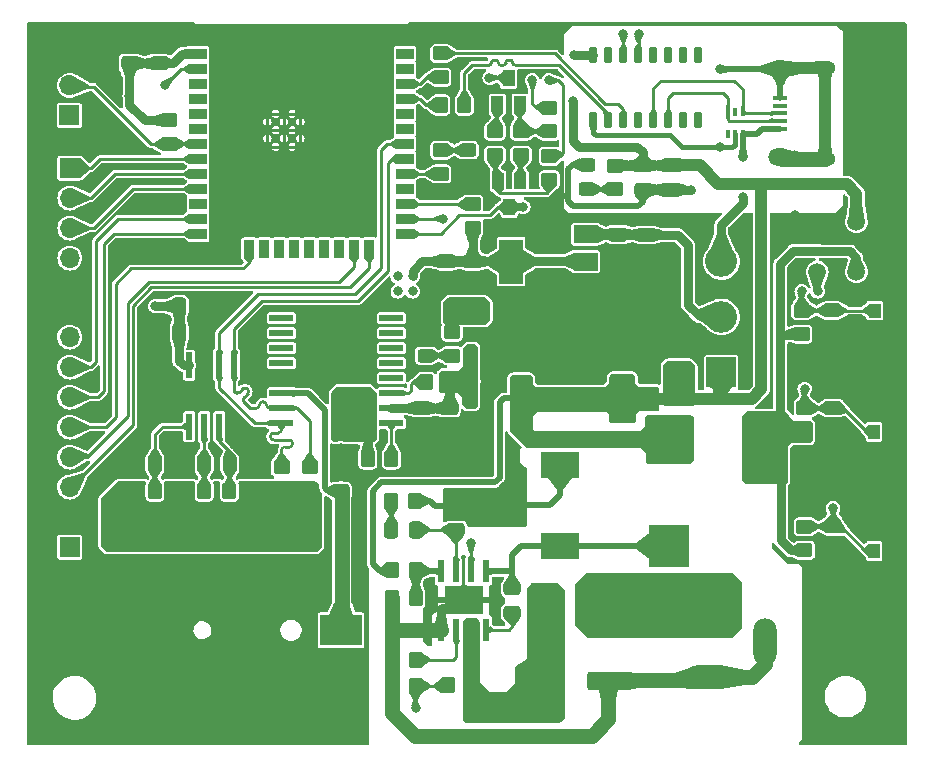
<source format=gbr>
%TF.GenerationSoftware,KiCad,Pcbnew,7.0.5*%
%TF.CreationDate,2023-07-07T19:33:34+07:00*%
%TF.ProjectId,19-6-2023_WeatherStation_QuocThang_V1,31392d36-2d32-4303-9233-5f5765617468,rev?*%
%TF.SameCoordinates,Original*%
%TF.FileFunction,Copper,L1,Top*%
%TF.FilePolarity,Positive*%
%FSLAX46Y46*%
G04 Gerber Fmt 4.6, Leading zero omitted, Abs format (unit mm)*
G04 Created by KiCad (PCBNEW 7.0.5) date 2023-07-07 19:33:34*
%MOMM*%
%LPD*%
G01*
G04 APERTURE LIST*
G04 Aperture macros list*
%AMRoundRect*
0 Rectangle with rounded corners*
0 $1 Rounding radius*
0 $2 $3 $4 $5 $6 $7 $8 $9 X,Y pos of 4 corners*
0 Add a 4 corners polygon primitive as box body*
4,1,4,$2,$3,$4,$5,$6,$7,$8,$9,$2,$3,0*
0 Add four circle primitives for the rounded corners*
1,1,$1+$1,$2,$3*
1,1,$1+$1,$4,$5*
1,1,$1+$1,$6,$7*
1,1,$1+$1,$8,$9*
0 Add four rect primitives between the rounded corners*
20,1,$1+$1,$2,$3,$4,$5,0*
20,1,$1+$1,$4,$5,$6,$7,0*
20,1,$1+$1,$6,$7,$8,$9,0*
20,1,$1+$1,$8,$9,$2,$3,0*%
G04 Aperture macros list end*
%TA.AperFunction,SMDPad,CuDef*%
%ADD10RoundRect,0.250000X-0.350000X-0.450000X0.350000X-0.450000X0.350000X0.450000X-0.350000X0.450000X0*%
%TD*%
%TA.AperFunction,SMDPad,CuDef*%
%ADD11RoundRect,0.250000X-0.475000X0.337500X-0.475000X-0.337500X0.475000X-0.337500X0.475000X0.337500X0*%
%TD*%
%TA.AperFunction,SMDPad,CuDef*%
%ADD12RoundRect,0.250000X-0.337500X-0.475000X0.337500X-0.475000X0.337500X0.475000X-0.337500X0.475000X0*%
%TD*%
%TA.AperFunction,SMDPad,CuDef*%
%ADD13RoundRect,0.250000X0.450000X-0.350000X0.450000X0.350000X-0.450000X0.350000X-0.450000X-0.350000X0*%
%TD*%
%TA.AperFunction,SMDPad,CuDef*%
%ADD14RoundRect,0.250000X0.475000X-0.337500X0.475000X0.337500X-0.475000X0.337500X-0.475000X-0.337500X0*%
%TD*%
%TA.AperFunction,SMDPad,CuDef*%
%ADD15RoundRect,0.250000X0.350000X0.450000X-0.350000X0.450000X-0.350000X-0.450000X0.350000X-0.450000X0*%
%TD*%
%TA.AperFunction,SMDPad,CuDef*%
%ADD16RoundRect,0.250000X-0.450000X0.350000X-0.450000X-0.350000X0.450000X-0.350000X0.450000X0.350000X0*%
%TD*%
%TA.AperFunction,SMDPad,CuDef*%
%ADD17R,1.000000X1.400000*%
%TD*%
%TA.AperFunction,ComponentPad*%
%ADD18R,1.700000X1.700000*%
%TD*%
%TA.AperFunction,ComponentPad*%
%ADD19O,1.700000X1.700000*%
%TD*%
%TA.AperFunction,SMDPad,CuDef*%
%ADD20RoundRect,0.250000X-0.450000X0.325000X-0.450000X-0.325000X0.450000X-0.325000X0.450000X0.325000X0*%
%TD*%
%TA.AperFunction,SMDPad,CuDef*%
%ADD21R,1.000000X1.250000*%
%TD*%
%TA.AperFunction,SMDPad,CuDef*%
%ADD22RoundRect,0.250000X0.550000X-1.500000X0.550000X1.500000X-0.550000X1.500000X-0.550000X-1.500000X0*%
%TD*%
%TA.AperFunction,SMDPad,CuDef*%
%ADD23RoundRect,0.049600X0.260400X-0.605400X0.260400X0.605400X-0.260400X0.605400X-0.260400X-0.605400X0*%
%TD*%
%TA.AperFunction,SMDPad,CuDef*%
%ADD24C,1.500000*%
%TD*%
%TA.AperFunction,SMDPad,CuDef*%
%ADD25R,3.540000X2.600000*%
%TD*%
%TA.AperFunction,SMDPad,CuDef*%
%ADD26R,3.660000X2.600000*%
%TD*%
%TA.AperFunction,SMDPad,CuDef*%
%ADD27RoundRect,0.250000X0.400000X1.450000X-0.400000X1.450000X-0.400000X-1.450000X0.400000X-1.450000X0*%
%TD*%
%TA.AperFunction,ComponentPad*%
%ADD28R,2.500000X2.500000*%
%TD*%
%TA.AperFunction,ComponentPad*%
%ADD29O,2.700000X2.700000*%
%TD*%
%TA.AperFunction,SMDPad,CuDef*%
%ADD30R,3.180000X2.250000*%
%TD*%
%TA.AperFunction,SMDPad,CuDef*%
%ADD31R,3.500000X3.550000*%
%TD*%
%TA.AperFunction,SMDPad,CuDef*%
%ADD32R,1.500000X0.900000*%
%TD*%
%TA.AperFunction,SMDPad,CuDef*%
%ADD33R,0.900000X1.500000*%
%TD*%
%TA.AperFunction,SMDPad,CuDef*%
%ADD34R,0.900000X0.900000*%
%TD*%
%TA.AperFunction,ComponentPad*%
%ADD35C,0.300000*%
%TD*%
%TA.AperFunction,SMDPad,CuDef*%
%ADD36R,0.350000X0.800000*%
%TD*%
%TA.AperFunction,SMDPad,CuDef*%
%ADD37RoundRect,0.041300X0.983700X0.253700X-0.983700X0.253700X-0.983700X-0.253700X0.983700X-0.253700X0*%
%TD*%
%TA.AperFunction,SMDPad,CuDef*%
%ADD38R,2.000000X1.500000*%
%TD*%
%TA.AperFunction,SMDPad,CuDef*%
%ADD39R,2.000000X3.800000*%
%TD*%
%TA.AperFunction,SMDPad,CuDef*%
%ADD40R,1.300000X0.450000*%
%TD*%
%TA.AperFunction,ComponentPad*%
%ADD41O,1.800000X1.150000*%
%TD*%
%TA.AperFunction,ComponentPad*%
%ADD42O,2.000000X1.450000*%
%TD*%
%TA.AperFunction,SMDPad,CuDef*%
%ADD43R,0.600000X2.200000*%
%TD*%
%TA.AperFunction,SMDPad,CuDef*%
%ADD44RoundRect,0.250000X0.450000X-0.325000X0.450000X0.325000X-0.450000X0.325000X-0.450000X-0.325000X0*%
%TD*%
%TA.AperFunction,ComponentPad*%
%ADD45O,4.400000X2.200000*%
%TD*%
%TA.AperFunction,ComponentPad*%
%ADD46O,4.000000X2.000000*%
%TD*%
%TA.AperFunction,ComponentPad*%
%ADD47O,2.000000X4.000000*%
%TD*%
%TA.AperFunction,SMDPad,CuDef*%
%ADD48R,0.600000X1.970000*%
%TD*%
%TA.AperFunction,SMDPad,CuDef*%
%ADD49R,3.300000X2.410000*%
%TD*%
%TA.AperFunction,SMDPad,CuDef*%
%ADD50RoundRect,0.250000X-1.500000X-0.550000X1.500000X-0.550000X1.500000X0.550000X-1.500000X0.550000X0*%
%TD*%
%TA.AperFunction,ViaPad*%
%ADD51C,0.800000*%
%TD*%
%TA.AperFunction,ViaPad*%
%ADD52C,0.400000*%
%TD*%
%TA.AperFunction,Conductor*%
%ADD53C,0.381000*%
%TD*%
%TA.AperFunction,Conductor*%
%ADD54C,0.762000*%
%TD*%
%TA.AperFunction,Conductor*%
%ADD55C,0.508000*%
%TD*%
%TA.AperFunction,Conductor*%
%ADD56C,0.254000*%
%TD*%
%TA.AperFunction,Conductor*%
%ADD57C,1.270000*%
%TD*%
%TA.AperFunction,Conductor*%
%ADD58C,1.016000*%
%TD*%
G04 APERTURE END LIST*
D10*
%TO.P,R23,1*%
%TO.N,+5V*%
X122920000Y-85400000D03*
%TO.P,R23,2*%
%TO.N,Net-(U6-A1)*%
X124920000Y-85400000D03*
%TD*%
D11*
%TO.P,C13,1*%
%TO.N,EN*%
X178167000Y-88392500D03*
%TO.P,C13,2*%
%TO.N,GND*%
X178167000Y-90467500D03*
%TD*%
D12*
%TO.P,C22,1*%
%TO.N,+5V*%
X122812500Y-71980000D03*
%TO.P,C22,2*%
%TO.N,GND*%
X124887500Y-71980000D03*
%TD*%
D13*
%TO.P,R27,1*%
%TO.N,+5V*%
X133860000Y-85400000D03*
%TO.P,R27,2*%
%TO.N,SDA*%
X133860000Y-83400000D03*
%TD*%
D10*
%TO.P,R21,1*%
%TO.N,+5V*%
X118760000Y-85400000D03*
%TO.P,R21,2*%
%TO.N,Net-(U6-A0)*%
X120760000Y-85400000D03*
%TD*%
D14*
%TO.P,C17,1*%
%TO.N,GND*%
X164430000Y-59902500D03*
%TO.P,C17,2*%
%TO.N,+5V*%
X164430000Y-57827500D03*
%TD*%
D15*
%TO.P,R5,1*%
%TO.N,Net-(U2-FB)*%
X142840000Y-92110000D03*
%TO.P,R5,2*%
%TO.N,+5V*%
X140840000Y-92110000D03*
%TD*%
%TO.P,R2,1*%
%TO.N,Vin*%
X147550000Y-101845000D03*
%TO.P,R2,2*%
%TO.N,Net-(U2-EN)*%
X145550000Y-101845000D03*
%TD*%
D14*
%TO.P,C16,1*%
%TO.N,+3.3V*%
X118620000Y-49167500D03*
%TO.P,C16,2*%
%TO.N,GND*%
X118620000Y-47092500D03*
%TD*%
D13*
%TO.P,R26,1*%
%TO.N,+5V*%
X131480000Y-85400000D03*
%TO.P,R26,2*%
%TO.N,SCL*%
X131480000Y-83400000D03*
%TD*%
%TO.P,R17,1*%
%TO.N,RTS*%
X154150000Y-54950000D03*
%TO.P,R17,2*%
%TO.N,Net-(U5-~{RTS})*%
X154150000Y-52950000D03*
%TD*%
D16*
%TO.P,R18,1*%
%TO.N,Net-(Q1-Pad1)*%
X149550000Y-54950000D03*
%TO.P,R18,2*%
%TO.N,DTR*%
X149550000Y-56950000D03*
%TD*%
D17*
%TO.P,Q1,1*%
%TO.N,Net-(Q1-Pad1)*%
X149750000Y-52650000D03*
%TO.P,Q1,2*%
%TO.N,RTS*%
X151650000Y-52650000D03*
%TO.P,Q1,3*%
%TO.N,EN*%
X150700000Y-50450000D03*
%TD*%
D18*
%TO.P,J4,1,Pin_1*%
%TO.N,+5V*%
X113540000Y-90140000D03*
D19*
%TO.P,J4,2,Pin_2*%
%TO.N,GND*%
X113540000Y-87600000D03*
%TO.P,J4,3,Pin_3*%
%TO.N,SPI_RESET*%
X113540000Y-85060000D03*
%TO.P,J4,4,Pin_4*%
%TO.N,SPI_CS0*%
X113540000Y-82520000D03*
%TO.P,J4,5,Pin_5*%
%TO.N,SPI_MOSI*%
X113540000Y-79980000D03*
%TO.P,J4,6,Pin_6*%
%TO.N,SPI_RS*%
X113540000Y-77440000D03*
%TO.P,J4,7,Pin_7*%
%TO.N,SPI_SCLK*%
X113540000Y-74900000D03*
%TO.P,J4,8,Pin_8*%
%TO.N,+3.3V*%
X113540000Y-72360000D03*
%TD*%
D12*
%TO.P,C6,1*%
%TO.N,Net-(C6-Pad1)*%
X140772500Y-88660000D03*
%TO.P,C6,2*%
%TO.N,Net-(U2-COMP)*%
X142847500Y-88660000D03*
%TD*%
D14*
%TO.P,C4,1*%
%TO.N,GND*%
X159920000Y-65752500D03*
%TO.P,C4,2*%
%TO.N,Net-(SW4-MID)*%
X159920000Y-63677500D03*
%TD*%
D20*
%TO.P,D3,1,K*%
%TO.N,GND*%
X143670000Y-71890000D03*
%TO.P,D3,2,A*%
%TO.N,Net-(D3-A)*%
X143670000Y-73940000D03*
%TD*%
D21*
%TO.P,FLASH,1,1*%
%TO.N,FLASH*%
X181700000Y-70117500D03*
%TO.P,FLASH,2,2*%
%TO.N,GND*%
X181700000Y-77867500D03*
%TD*%
D22*
%TO.P,C9,1*%
%TO.N,+5V*%
X151740000Y-77530000D03*
%TO.P,C9,2*%
%TO.N,GND*%
X151740000Y-71930000D03*
%TD*%
D14*
%TO.P,C19,1*%
%TO.N,Net-(J3-POS)*%
X136500000Y-85397500D03*
%TO.P,C19,2*%
%TO.N,GND*%
X136500000Y-83322500D03*
%TD*%
D20*
%TO.P,D2,1,K*%
%TO.N,GND*%
X157320000Y-57782500D03*
%TO.P,D2,2,A*%
%TO.N,Net-(D2-A)*%
X157320000Y-59832500D03*
%TD*%
D22*
%TO.P,C11,1*%
%TO.N,+5V*%
X160340000Y-77530000D03*
%TO.P,C11,2*%
%TO.N,GND*%
X160340000Y-72130000D03*
%TD*%
D11*
%TO.P,C21,1*%
%TO.N,+5V*%
X143335000Y-78370000D03*
%TO.P,C21,2*%
%TO.N,GND*%
X143335000Y-80445000D03*
%TD*%
D18*
%TO.P,J5,1,Pin_1*%
%TO.N,Phase A*%
X113550000Y-58050000D03*
D19*
%TO.P,J5,2,Pin_2*%
%TO.N,Phase B*%
X113550000Y-60590000D03*
%TO.P,J5,3,Pin_3*%
%TO.N,SW*%
X113550000Y-63130000D03*
%TO.P,J5,4,Pin_4*%
%TO.N,+5V*%
X113550000Y-65670000D03*
%TO.P,J5,5,Pin_5*%
%TO.N,GND*%
X113550000Y-68210000D03*
%TD*%
D17*
%TO.P,Q2,1*%
%TO.N,Net-(Q2-Pad1)*%
X151700000Y-59150000D03*
%TO.P,Q2,2*%
%TO.N,DTR*%
X149800000Y-59150000D03*
%TO.P,Q2,3*%
%TO.N,FLASH*%
X150750000Y-61350000D03*
%TD*%
D10*
%TO.P,R22,1*%
%TO.N,GND*%
X122920000Y-83090000D03*
%TO.P,R22,2*%
%TO.N,Net-(U6-A1)*%
X124920000Y-83090000D03*
%TD*%
D23*
%TO.P,U5,1,GND*%
%TO.N,GND*%
X157865000Y-54005000D03*
%TO.P,U5,2,TXD*%
%TO.N,U0_N*%
X159135000Y-54005000D03*
%TO.P,U5,3,RXD*%
%TO.N,U0_P*%
X160405000Y-54005000D03*
%TO.P,U5,4,V3*%
%TO.N,unconnected-(U5-V3-Pad4)*%
X161675000Y-54005000D03*
%TO.P,U5,5,UD+*%
%TO.N,/USB_To_TTL/D_P*%
X162945000Y-54005000D03*
%TO.P,U5,6,UD-*%
%TO.N,/USB_To_TTL/D_N*%
X164215000Y-54005000D03*
%TO.P,U5,7,NC.*%
%TO.N,unconnected-(U5-NC.-Pad7)*%
X165485000Y-54005000D03*
%TO.P,U5,8,~{OUT}*%
%TO.N,unconnected-(U5-~{OUT}-Pad8)*%
X166755000Y-54005000D03*
%TO.P,U5,9,~{CTS}*%
%TO.N,unconnected-(U5-~{CTS}-Pad9)*%
X166755000Y-48505000D03*
%TO.P,U5,10,~{DSR}*%
%TO.N,unconnected-(U5-~{DSR}-Pad10)*%
X165485000Y-48505000D03*
%TO.P,U5,11,~{RI}*%
%TO.N,unconnected-(U5-~{RI}-Pad11)*%
X164215000Y-48505000D03*
%TO.P,U5,12,~{DCD}*%
%TO.N,unconnected-(U5-~{DCD}-Pad12)*%
X162945000Y-48505000D03*
%TO.P,U5,13,~{DTR}*%
%TO.N,Net-(U5-~{DTR})*%
X161675000Y-48505000D03*
%TO.P,U5,14,~{RTS}*%
%TO.N,Net-(U5-~{RTS})*%
X160405000Y-48505000D03*
%TO.P,U5,15,R232*%
%TO.N,unconnected-(U5-R232-Pad15)*%
X159135000Y-48505000D03*
%TO.P,U5,16,VCC*%
%TO.N,+5V*%
X157865000Y-48505000D03*
%TD*%
D24*
%TO.P,TP2,1,1*%
%TO.N,+5V*%
X180150000Y-62595000D03*
%TD*%
D13*
%TO.P,R9,1*%
%TO.N,+3.3V*%
X175520000Y-72112500D03*
%TO.P,R9,2*%
%TO.N,FLASH*%
X175520000Y-70112500D03*
%TD*%
D25*
%TO.P,J3,+,POS*%
%TO.N,Net-(J3-POS)*%
X136500000Y-97175000D03*
D26*
%TO.P,J3,-,NEG*%
%TO.N,GND*%
X120700000Y-97175000D03*
%TD*%
D13*
%TO.P,R15,1*%
%TO.N,LED TEST*%
X144950000Y-58550000D03*
%TO.P,R15,2*%
%TO.N,Net-(D4-A)*%
X144950000Y-56550000D03*
%TD*%
D15*
%TO.P,R1,1*%
%TO.N,Net-(U2-EN)*%
X142830000Y-101905000D03*
%TO.P,R1,2*%
%TO.N,GND*%
X140830000Y-101905000D03*
%TD*%
D27*
%TO.P,F1,1*%
%TO.N,Net-(F1-Pad1)*%
X157885000Y-95175000D03*
%TO.P,F1,2*%
%TO.N,Vin*%
X153435000Y-95175000D03*
%TD*%
D15*
%TO.P,R25,1*%
%TO.N,+5V*%
X129060000Y-85400000D03*
%TO.P,R25,2*%
%TO.N,Net-(U6-A2)*%
X127060000Y-85400000D03*
%TD*%
D16*
%TO.P,R7,1*%
%TO.N,+5V*%
X159690000Y-57835000D03*
%TO.P,R7,2*%
%TO.N,Net-(D2-A)*%
X159690000Y-59835000D03*
%TD*%
D28*
%TO.P,SW4,1,LEFT*%
%TO.N,+5V*%
X168710000Y-75355000D03*
D29*
%TO.P,SW4,2,MID*%
%TO.N,Net-(SW4-MID)*%
X168710000Y-70655000D03*
%TO.P,SW4,3,RIGHT*%
%TO.N,V_USB*%
X168710000Y-65955000D03*
%TD*%
D11*
%TO.P,C2,1*%
%TO.N,Vin*%
X147570000Y-104067500D03*
%TO.P,C2,2*%
%TO.N,GND*%
X147570000Y-106142500D03*
%TD*%
D16*
%TO.P,R11,1*%
%TO.N,U0_P*%
X144950000Y-48350000D03*
%TO.P,R11,2*%
%TO.N,Net-(U4-TXD0)*%
X144950000Y-50350000D03*
%TD*%
D13*
%TO.P,R19,1*%
%TO.N,Net-(Q2-Pad1)*%
X151750000Y-56950000D03*
%TO.P,R19,2*%
%TO.N,RTS*%
X151750000Y-54950000D03*
%TD*%
D30*
%TO.P,D1,A*%
%TO.N,GND*%
X155050000Y-83155000D03*
%TO.P,D1,C*%
%TO.N,Net-(U2-SW)*%
X155050000Y-90065000D03*
%TD*%
D15*
%TO.P,R3,1*%
%TO.N,Net-(U2-FB)*%
X142840000Y-94490000D03*
%TO.P,R3,2*%
%TO.N,GND*%
X140840000Y-94490000D03*
%TD*%
D11*
%TO.P,C20,1*%
%TO.N,+5V*%
X145705000Y-78370000D03*
%TO.P,C20,2*%
%TO.N,GND*%
X145705000Y-80445000D03*
%TD*%
D24*
%TO.P,TP4,1,1*%
%TO.N,GND*%
X176830000Y-62605000D03*
%TD*%
D16*
%TO.P,R30,1*%
%TO.N,+3.3V*%
X121950000Y-54010000D03*
%TO.P,R30,2*%
%TO.N,ONE WIRE*%
X121950000Y-56010000D03*
%TD*%
D12*
%TO.P,C23,1*%
%TO.N,+5V*%
X122812500Y-69750000D03*
%TO.P,C23,2*%
%TO.N,GND*%
X124887500Y-69750000D03*
%TD*%
D31*
%TO.P,L1,1*%
%TO.N,Net-(U2-SW)*%
X164242500Y-90065000D03*
%TO.P,L1,2*%
%TO.N,+5V*%
X164242500Y-81115000D03*
%TD*%
D32*
%TO.P,U4,1,GND*%
%TO.N,GND*%
X124420000Y-47120000D03*
%TO.P,U4,2,3V3*%
%TO.N,+3.3V*%
X124420000Y-48390000D03*
%TO.P,U4,3,EN*%
%TO.N,EN*%
X124420000Y-49660000D03*
%TO.P,U4,4,SENSOR_VP*%
%TO.N,unconnected-(U4-SENSOR_VP-Pad4)*%
X124420000Y-50930000D03*
%TO.P,U4,5,SENSOR_VN*%
%TO.N,unconnected-(U4-SENSOR_VN-Pad5)*%
X124420000Y-52200000D03*
%TO.P,U4,6,IO34*%
%TO.N,unconnected-(U4-IO34-Pad6)*%
X124420000Y-53470000D03*
%TO.P,U4,7,IO35*%
%TO.N,unconnected-(U4-IO35-Pad7)*%
X124420000Y-54740000D03*
%TO.P,U4,8,IO32*%
%TO.N,ONE WIRE*%
X124420000Y-56010000D03*
%TO.P,U4,9,IO33*%
%TO.N,Phase A*%
X124420000Y-57280000D03*
%TO.P,U4,10,IO25*%
%TO.N,Phase B*%
X124420000Y-58550000D03*
%TO.P,U4,11,IO26*%
%TO.N,SW*%
X124420000Y-59820000D03*
%TO.P,U4,12,IO27*%
%TO.N,unconnected-(U4-IO27-Pad12)*%
X124420000Y-61090000D03*
%TO.P,U4,13,IO14*%
%TO.N,SPI_SCLK*%
X124420000Y-62360000D03*
%TO.P,U4,14,IO12*%
%TO.N,SPI_RS*%
X124420000Y-63630000D03*
D33*
%TO.P,U4,15,GND*%
%TO.N,GND*%
X127455000Y-64880000D03*
%TO.P,U4,16,IO13*%
%TO.N,SPI_MOSI*%
X128725000Y-64880000D03*
%TO.P,U4,17,NC*%
%TO.N,unconnected-(U4-NC-Pad17)*%
X129995000Y-64880000D03*
%TO.P,U4,18,NC*%
%TO.N,unconnected-(U4-NC-Pad18)*%
X131265000Y-64880000D03*
%TO.P,U4,19,NC*%
%TO.N,unconnected-(U4-NC-Pad19)*%
X132535000Y-64880000D03*
%TO.P,U4,20,NC*%
%TO.N,unconnected-(U4-NC-Pad20)*%
X133805000Y-64880000D03*
%TO.P,U4,21,NC*%
%TO.N,unconnected-(U4-NC-Pad21)*%
X135075000Y-64880000D03*
%TO.P,U4,22,NC*%
%TO.N,unconnected-(U4-NC-Pad22)*%
X136345000Y-64880000D03*
%TO.P,U4,23,IO15*%
%TO.N,SPI_CS0*%
X137615000Y-64880000D03*
%TO.P,U4,24,IO2*%
%TO.N,SPI_RESET*%
X138885000Y-64880000D03*
D32*
%TO.P,U4,25,IO0*%
%TO.N,FLASH*%
X141920000Y-63630000D03*
%TO.P,U4,26,IO4*%
%TO.N,BUTTON CHECK*%
X141920000Y-62360000D03*
%TO.P,U4,27,IO16*%
%TO.N,Net-(U4-IO16)*%
X141920000Y-61090000D03*
%TO.P,U4,28,IO17*%
%TO.N,unconnected-(U4-IO17-Pad28)*%
X141920000Y-59820000D03*
%TO.P,U4,29,IO5*%
%TO.N,LED TEST*%
X141920000Y-58550000D03*
%TO.P,U4,30,IO18*%
%TO.N,SDA*%
X141920000Y-57280000D03*
%TO.P,U4,31,IO19*%
%TO.N,SCL*%
X141920000Y-56010000D03*
%TO.P,U4,32,NC1*%
%TO.N,unconnected-(U4-NC1-Pad32)*%
X141920000Y-54740000D03*
%TO.P,U4,33,IO21*%
%TO.N,unconnected-(U4-IO21-Pad33)*%
X141920000Y-53470000D03*
%TO.P,U4,34,RXD0*%
%TO.N,Net-(U4-RXD0)*%
X141920000Y-52200000D03*
%TO.P,U4,35,TXD0*%
%TO.N,Net-(U4-TXD0)*%
X141920000Y-50930000D03*
%TO.P,U4,36,IO22*%
%TO.N,unconnected-(U4-IO22-Pad36)*%
X141920000Y-49660000D03*
%TO.P,U4,37,IO23*%
%TO.N,unconnected-(U4-IO23-Pad37)*%
X141920000Y-48390000D03*
%TO.P,U4,38,GND*%
%TO.N,GND*%
X141920000Y-47120000D03*
D34*
%TO.P,U4,39_1,GND*%
X130270000Y-53440000D03*
%TO.P,U4,39_2,GND*%
X131670000Y-53440000D03*
%TO.P,U4,39_3,GND*%
X133070000Y-53440000D03*
%TO.P,U4,39_4,GND*%
X130270000Y-54840000D03*
%TO.P,U4,39_5,GND*%
X131670000Y-54840000D03*
%TO.P,U4,39_6,GND*%
X133070000Y-54840000D03*
%TO.P,U4,39_7,GND*%
X130270000Y-56240000D03*
%TO.P,U4,39_8,GND*%
X131670000Y-56240000D03*
%TO.P,U4,39_9,GND*%
X133070000Y-56240000D03*
D35*
%TO.P,U4,39_10*%
%TO.N,N/C*%
X130970000Y-53440000D03*
%TO.P,U4,39_11*%
X132370000Y-53440000D03*
%TO.P,U4,39_12*%
X130270000Y-54140000D03*
%TO.P,U4,39_13*%
X131670000Y-54140000D03*
%TO.P,U4,39_14*%
X133070000Y-54140000D03*
%TO.P,U4,39_15*%
X130970000Y-54840000D03*
%TO.P,U4,39_16*%
X132370000Y-54840000D03*
%TO.P,U4,39_17*%
X130270000Y-55540000D03*
%TO.P,U4,39_18*%
X131670000Y-55540000D03*
%TO.P,U4,39_19*%
X133070000Y-55540000D03*
%TO.P,U4,39_20*%
X130970000Y-56240000D03*
%TO.P,U4,39_21*%
X132370000Y-56240000D03*
%TD*%
D15*
%TO.P,R10,1*%
%TO.N,U0_N*%
X146950000Y-52710000D03*
%TO.P,R10,2*%
%TO.N,Net-(U4-RXD0)*%
X144950000Y-52710000D03*
%TD*%
D36*
%TO.P,D5,1*%
%TO.N,unconnected-(D5-Pad1)*%
X169250000Y-55200000D03*
%TO.P,D5,2*%
%TO.N,GND*%
X169900000Y-55200000D03*
%TO.P,D5,3*%
%TO.N,V_USB*%
X170550000Y-55200000D03*
%TO.P,D5,4*%
%TO.N,/USB_To_TTL/D_P*%
X170550000Y-53300000D03*
%TO.P,D5,5*%
%TO.N,unconnected-(D5-Pad5)*%
X169900000Y-53300000D03*
%TO.P,D5,6*%
%TO.N,/USB_To_TTL/D_N*%
X169250000Y-53300000D03*
%TD*%
D37*
%TO.P,U7,1,32KHZ*%
%TO.N,Net-(U7-32KHZ)*%
X140780000Y-79640000D03*
%TO.P,U7,2,VCC*%
%TO.N,+5V*%
X140780000Y-78370000D03*
%TO.P,U7,3,SQW/~{INT}*%
%TO.N,Net-(U7-SQW{slash}~{INT})*%
X140780000Y-77100000D03*
%TO.P,U7,4,~{RST}*%
%TO.N,unconnected-(U7-~{RST}-Pad4)*%
X140780000Y-75830000D03*
%TO.P,U7,5*%
%TO.N,N/C*%
X140780000Y-74560000D03*
%TO.P,U7,6*%
X140780000Y-73290000D03*
%TO.P,U7,7*%
X140780000Y-72020000D03*
%TO.P,U7,8*%
X140780000Y-70750000D03*
%TO.P,U7,9*%
X131470000Y-70750000D03*
%TO.P,U7,10*%
X131470000Y-72020000D03*
%TO.P,U7,11*%
X131470000Y-73290000D03*
%TO.P,U7,12*%
X131470000Y-74560000D03*
%TO.P,U7,13,GND*%
%TO.N,GND*%
X131470000Y-75830000D03*
%TO.P,U7,14,VBAT*%
%TO.N,Net-(J3-POS)*%
X131470000Y-77100000D03*
%TO.P,U7,15,SDA*%
%TO.N,SDA*%
X131470000Y-78370000D03*
%TO.P,U7,16,SCL*%
%TO.N,SCL*%
X131470000Y-79640000D03*
%TD*%
D38*
%TO.P,U3,1,GND*%
%TO.N,GND*%
X157220000Y-68265000D03*
%TO.P,U3,2,VO*%
%TO.N,+3.3V*%
X157220000Y-65965000D03*
D39*
X150920000Y-65965000D03*
D38*
%TO.P,U3,3,VI*%
%TO.N,Net-(SW4-MID)*%
X157220000Y-63665000D03*
%TD*%
D16*
%TO.P,R8,1*%
%TO.N,+3.3V*%
X145900000Y-71935000D03*
%TO.P,R8,2*%
%TO.N,Net-(D3-A)*%
X145900000Y-73935000D03*
%TD*%
D14*
%TO.P,C5,1*%
%TO.N,Net-(U2-BST)*%
X151015000Y-95717500D03*
%TO.P,C5,2*%
%TO.N,Net-(U2-SW)*%
X151015000Y-93642500D03*
%TD*%
D15*
%TO.P,R4,1*%
%TO.N,Net-(U2-FREQ)*%
X142840000Y-99695000D03*
%TO.P,R4,2*%
%TO.N,GND*%
X140840000Y-99695000D03*
%TD*%
D14*
%TO.P,C3,1*%
%TO.N,GND*%
X162380000Y-65782500D03*
%TO.P,C3,2*%
%TO.N,Net-(SW4-MID)*%
X162380000Y-63707500D03*
%TD*%
D40*
%TO.P,J2,1,VBUS*%
%TO.N,V_USB*%
X173650000Y-54715000D03*
%TO.P,J2,2,D-*%
%TO.N,/USB_To_TTL/D_N*%
X173650000Y-54065000D03*
%TO.P,J2,3,D+*%
%TO.N,/USB_To_TTL/D_P*%
X173650000Y-53415000D03*
%TO.P,J2,4,ID*%
%TO.N,unconnected-(J2-ID-Pad4)*%
X173650000Y-52765000D03*
%TO.P,J2,5,GND*%
%TO.N,GND*%
X173650000Y-52115000D03*
D41*
%TO.P,J2,6,Shield*%
X177500000Y-57290000D03*
D42*
X173700000Y-57140000D03*
X173700000Y-49690000D03*
D41*
X177500000Y-49540000D03*
%TD*%
D16*
%TO.P,R14,1*%
%TO.N,Net-(U4-IO16)*%
X147667000Y-61108000D03*
%TO.P,R14,2*%
%TO.N,+3.3V*%
X147667000Y-63108000D03*
%TD*%
D21*
%TO.P,EN,1,1*%
%TO.N,EN*%
X181650000Y-90467500D03*
%TO.P,EN,2,2*%
%TO.N,GND*%
X181650000Y-98217500D03*
%TD*%
D14*
%TO.P,C10,1*%
%TO.N,GND*%
X145400000Y-68027500D03*
%TO.P,C10,2*%
%TO.N,+3.3V*%
X145400000Y-65952500D03*
%TD*%
D13*
%TO.P,R12,1*%
%TO.N,+3.3V*%
X175750000Y-90405000D03*
%TO.P,R12,2*%
%TO.N,EN*%
X175750000Y-88405000D03*
%TD*%
D14*
%TO.P,C15,1*%
%TO.N,+3.3V*%
X121150000Y-49187500D03*
%TO.P,C15,2*%
%TO.N,GND*%
X121150000Y-47112500D03*
%TD*%
%TO.P,C8,1*%
%TO.N,GND*%
X147650000Y-68027500D03*
%TO.P,C8,2*%
%TO.N,+3.3V*%
X147650000Y-65952500D03*
%TD*%
D11*
%TO.P,C7,1*%
%TO.N,GND*%
X146250000Y-86612500D03*
%TO.P,C7,2*%
%TO.N,Net-(U2-COMP)*%
X146250000Y-88687500D03*
%TD*%
D43*
%TO.P,U6,1,A0*%
%TO.N,Net-(U6-A0)*%
X123650000Y-79940000D03*
%TO.P,U6,2,A1*%
%TO.N,Net-(U6-A1)*%
X124920000Y-79940000D03*
%TO.P,U6,3,A2*%
%TO.N,Net-(U6-A2)*%
X126190000Y-79940000D03*
%TO.P,U6,4,VSS*%
%TO.N,GND*%
X127460000Y-79940000D03*
%TO.P,U6,5,SDA*%
%TO.N,SDA*%
X127460000Y-74740000D03*
%TO.P,U6,6,SCL*%
%TO.N,SCL*%
X126190000Y-74740000D03*
%TO.P,U6,7,WP*%
%TO.N,GND*%
X124920000Y-74740000D03*
%TO.P,U6,8,VCC*%
%TO.N,+5V*%
X123650000Y-74740000D03*
%TD*%
D21*
%TO.P,BUTTON ,1,1*%
%TO.N,BUTTON CHECK*%
X181650000Y-80380000D03*
%TO.P,BUTTON ,2,2*%
%TO.N,GND*%
X181650000Y-88130000D03*
%TD*%
D13*
%TO.P,R13,1*%
%TO.N,+3.3V*%
X175750000Y-80380000D03*
%TO.P,R13,2*%
%TO.N,BUTTON CHECK*%
X175750000Y-78380000D03*
%TD*%
%TO.P,R16,1*%
%TO.N,DTR*%
X154150000Y-59050000D03*
%TO.P,R16,2*%
%TO.N,Net-(U5-~{DTR})*%
X154150000Y-57050000D03*
%TD*%
D44*
%TO.P,D4,1,K*%
%TO.N,GND*%
X147250000Y-58575000D03*
%TO.P,D4,2,A*%
%TO.N,Net-(D4-A)*%
X147250000Y-56525000D03*
%TD*%
D18*
%TO.P,J6,1,Pin_1*%
%TO.N,+3.3V*%
X113520000Y-53595000D03*
D19*
%TO.P,J6,2,Pin_2*%
%TO.N,ONE WIRE*%
X113520000Y-51055000D03*
%TO.P,J6,3,Pin_3*%
%TO.N,GND*%
X113520000Y-48515000D03*
%TD*%
D11*
%TO.P,C12,1*%
%TO.N,FLASH*%
X178050000Y-70105000D03*
%TO.P,C12,2*%
%TO.N,GND*%
X178050000Y-72180000D03*
%TD*%
D10*
%TO.P,R20,1*%
%TO.N,GND*%
X118750000Y-83090000D03*
%TO.P,R20,2*%
%TO.N,Net-(U6-A0)*%
X120750000Y-83090000D03*
%TD*%
D15*
%TO.P,R24,1*%
%TO.N,GND*%
X129100000Y-83090000D03*
%TO.P,R24,2*%
%TO.N,Net-(U6-A2)*%
X127100000Y-83090000D03*
%TD*%
D45*
%TO.P,J1,1*%
%TO.N,Net-(F1-Pad1)*%
X167700000Y-95162500D03*
D46*
%TO.P,J1,2*%
%TO.N,GND*%
X167700000Y-101162500D03*
D47*
%TO.P,J1,3*%
X172400000Y-98162500D03*
%TD*%
D48*
%TO.P,U2,1,SW*%
%TO.N,Net-(U2-SW)*%
X148800000Y-92180000D03*
%TO.P,U2,2,EN*%
%TO.N,Net-(U2-EN)*%
X147530000Y-92180000D03*
%TO.P,U2,3,COMP*%
%TO.N,Net-(U2-COMP)*%
X146260000Y-92180000D03*
%TO.P,U2,4,FB*%
%TO.N,Net-(U2-FB)*%
X144990000Y-92180000D03*
%TO.P,U2,5,GND*%
%TO.N,GND*%
X144990000Y-97130000D03*
%TO.P,U2,6,FREQ*%
%TO.N,Net-(U2-FREQ)*%
X146260000Y-97130000D03*
%TO.P,U2,7,VIN*%
%TO.N,Vin*%
X147530000Y-97130000D03*
%TO.P,U2,8,BST*%
%TO.N,Net-(U2-BST)*%
X148800000Y-97130000D03*
D49*
%TO.P,U2,9,EP*%
%TO.N,GND*%
X146895000Y-94655000D03*
%TD*%
D10*
%TO.P,R28,1*%
%TO.N,+5V*%
X138770000Y-82670000D03*
%TO.P,R28,2*%
%TO.N,Net-(U7-32KHZ)*%
X140770000Y-82670000D03*
%TD*%
%TO.P,R6,1*%
%TO.N,Net-(C6-Pad1)*%
X140767500Y-86275000D03*
%TO.P,R6,2*%
%TO.N,GND*%
X142767500Y-86275000D03*
%TD*%
D24*
%TO.P,TP1,1,1*%
%TO.N,Vin*%
X176830000Y-66845000D03*
%TD*%
%TO.P,TP3,1,1*%
%TO.N,+3.3V*%
X180150000Y-66845000D03*
%TD*%
D11*
%TO.P,C14,1*%
%TO.N,BUTTON CHECK*%
X178167000Y-78363000D03*
%TO.P,C14,2*%
%TO.N,GND*%
X178167000Y-80438000D03*
%TD*%
D50*
%TO.P,C1,1*%
%TO.N,Vin*%
X153530000Y-101475000D03*
%TO.P,C1,2*%
%TO.N,GND*%
X159130000Y-101475000D03*
%TD*%
D15*
%TO.P,R29,1*%
%TO.N,+5V*%
X145705000Y-76190000D03*
%TO.P,R29,2*%
%TO.N,Net-(U7-SQW{slash}~{INT})*%
X143705000Y-76190000D03*
%TD*%
D11*
%TO.P,C18,1*%
%TO.N,+5V*%
X162045000Y-57827500D03*
%TO.P,C18,2*%
%TO.N,GND*%
X162045000Y-59902500D03*
%TD*%
D51*
%TO.N,V_USB*%
X170550000Y-60525700D03*
X170550000Y-57155000D03*
%TO.N,GND*%
X147250000Y-59858000D03*
X149030000Y-83735000D03*
X128654000Y-72190000D03*
X151560000Y-87895000D03*
D52*
X147166000Y-95399000D03*
D51*
X122920000Y-81765000D03*
D52*
X145642000Y-94383000D03*
D51*
X136500000Y-81765000D03*
D52*
X148182000Y-95399000D03*
D51*
X129100000Y-81785000D03*
X149040000Y-79935000D03*
X151560000Y-85355000D03*
X119750700Y-81775000D03*
D52*
X146150000Y-95399000D03*
D51*
X168560000Y-56285000D03*
X150290000Y-87895000D03*
X174940000Y-62025000D03*
X154370000Y-64635000D03*
X154370000Y-60885000D03*
D52*
X148182000Y-93875000D03*
X147674000Y-93875000D03*
D51*
X149040000Y-82475000D03*
X127130000Y-68888000D03*
X126368000Y-70666000D03*
D52*
X145642000Y-94891000D03*
D51*
X168585300Y-49690000D03*
X143335000Y-81735000D03*
D52*
X148182000Y-94891000D03*
D51*
X129670000Y-72190000D03*
D52*
X146658000Y-94383000D03*
D51*
X122750000Y-64700000D03*
X149040000Y-81205000D03*
D52*
X147166000Y-94891000D03*
X145642000Y-93870000D03*
D51*
X147770000Y-83745000D03*
X149020000Y-86612500D03*
D52*
X145642000Y-95399000D03*
X148182000Y-94383000D03*
X147674000Y-94383000D03*
D51*
X149020000Y-87895000D03*
X147770000Y-82475000D03*
X151580000Y-106145000D03*
D52*
X147166000Y-94383000D03*
D51*
X122750000Y-47100000D03*
D52*
X146658000Y-95399000D03*
D51*
X151560000Y-86625000D03*
X166150000Y-59905000D03*
X150290000Y-86625000D03*
D52*
X146150000Y-94383000D03*
D51*
X150290000Y-85355000D03*
X147750000Y-86625000D03*
X127329024Y-69849024D03*
X146500000Y-83745000D03*
X154400000Y-67384200D03*
X129680000Y-71174000D03*
D52*
X147166000Y-93875000D03*
X147674000Y-95399000D03*
X146658000Y-93875000D03*
D51*
X126368000Y-69650000D03*
D52*
X146150000Y-94891000D03*
D51*
X147750000Y-87895000D03*
D52*
X146150000Y-93875000D03*
X147674000Y-94891000D03*
X146658000Y-94891000D03*
D51*
X128091024Y-69087024D03*
%TO.N,FLASH*%
X175510000Y-68495000D03*
X151950000Y-61350000D03*
%TO.N,EN*%
X121610000Y-51025000D03*
X178170000Y-86815000D03*
X149080000Y-50415000D03*
%TO.N,BUTTON CHECK*%
X145170000Y-62365000D03*
X175760000Y-76735000D03*
%TO.N,+3.3V*%
X141310000Y-68495000D03*
X118600000Y-51950000D03*
X173750000Y-82925000D03*
X148460000Y-70785000D03*
X147190000Y-70785000D03*
X173750000Y-84195000D03*
X172480000Y-81655000D03*
X172480000Y-84195000D03*
X173740000Y-80380000D03*
X142580000Y-67225000D03*
X145920000Y-70785000D03*
X171210000Y-82925000D03*
X145920000Y-69515000D03*
X171210000Y-79115000D03*
X148450000Y-69515000D03*
X172480000Y-80385000D03*
X171210000Y-84195000D03*
X173750000Y-79115000D03*
X142580000Y-68495000D03*
X141310000Y-67225000D03*
X173750000Y-81655000D03*
X147180000Y-69515000D03*
X171210000Y-81655000D03*
X172480000Y-82925000D03*
X171210000Y-80385000D03*
X172480000Y-79115000D03*
%TO.N,Vin*%
X176870000Y-68495000D03*
X152727500Y-104067500D03*
%TO.N,Net-(U2-EN)*%
X147517000Y-89808000D03*
X142830000Y-103765000D03*
%TO.N,Net-(U5-~{DTR})*%
X154090000Y-50615000D03*
X161700000Y-46685000D03*
%TO.N,Net-(U5-~{RTS})*%
X152700000Y-50625000D03*
X160410000Y-46705500D03*
%TO.N,+5V*%
X125500000Y-89585000D03*
X134390000Y-89585000D03*
X121290000Y-89615000D03*
X126760000Y-87075000D03*
X118750000Y-89615000D03*
X137600000Y-77425000D03*
X130580000Y-89585000D03*
X136330000Y-77425000D03*
X147620000Y-74845000D03*
X164540000Y-76305000D03*
X138880000Y-77415000D03*
X118750000Y-88320000D03*
X137600000Y-78695000D03*
X117480000Y-88320000D03*
X126770000Y-89585000D03*
X147617000Y-76108000D03*
X130570000Y-87075000D03*
X124220000Y-87075000D03*
X130570000Y-88345000D03*
X138870000Y-78695000D03*
X117480000Y-89615000D03*
X124230000Y-89585000D03*
X136330000Y-78695000D03*
X164540000Y-77565000D03*
X133120000Y-89585000D03*
X120020000Y-87050000D03*
X147620000Y-73575000D03*
X165810000Y-77575000D03*
X121290000Y-87050000D03*
X131840000Y-88345000D03*
X133110000Y-87075000D03*
X165810000Y-75035000D03*
X134380000Y-87058000D03*
X131850000Y-89585000D03*
X122960000Y-88315000D03*
X120020000Y-88320000D03*
X129130000Y-89585000D03*
X131840000Y-87075000D03*
X126760000Y-88345000D03*
X120779700Y-69750000D03*
X156180000Y-52345000D03*
X118767000Y-87058000D03*
X147617000Y-77435000D03*
X156220000Y-48495000D03*
X129120000Y-88345000D03*
X164540000Y-75035000D03*
X120020000Y-89615000D03*
X121290000Y-88320000D03*
X117480000Y-87050000D03*
X134380000Y-88345000D03*
X165810000Y-76305000D03*
X129117000Y-87058000D03*
X137600000Y-79965000D03*
X136330000Y-79965000D03*
X125490000Y-88345000D03*
X124220000Y-88345000D03*
X122967000Y-87058000D03*
X125490000Y-87075000D03*
X122960000Y-89585000D03*
X138870000Y-79965000D03*
X133110000Y-88345000D03*
%TD*%
D53*
%TO.N,GND*%
X169654400Y-56285000D02*
X169882200Y-56057200D01*
X165370000Y-56285000D02*
X169654400Y-56285000D01*
X158070000Y-55285000D02*
X164370000Y-55285000D01*
X157865000Y-55080000D02*
X158070000Y-55285000D01*
X157865000Y-54005000D02*
X157865000Y-55080000D01*
X164370000Y-55285000D02*
X165370000Y-56285000D01*
D54*
%TO.N,V_USB*%
X170550000Y-61005000D02*
X168710000Y-62845000D01*
D55*
X171700000Y-55200000D02*
X170550000Y-55200000D01*
X170547700Y-55202300D02*
X170547700Y-57152700D01*
X173650000Y-54715000D02*
X172185000Y-54715000D01*
X170550000Y-55200000D02*
X170547700Y-55202300D01*
X170547700Y-57152700D02*
X170550000Y-57155000D01*
D54*
X168710000Y-62845000D02*
X168710000Y-65955000D01*
D55*
X172185000Y-54715000D02*
X171700000Y-55200000D01*
D54*
X170550000Y-60525700D02*
X170550000Y-61005000D01*
%TO.N,GND*%
X146641000Y-94533000D02*
X146519000Y-94655000D01*
D55*
X150277500Y-86612500D02*
X150290000Y-86625000D01*
D54*
X145718000Y-94655000D02*
X145718000Y-94655000D01*
X121150000Y-47112500D02*
X122737500Y-47112500D01*
X147657000Y-94533000D02*
X147149000Y-94533000D01*
D55*
X122920000Y-83090000D02*
X122920000Y-81765000D01*
D54*
X146519000Y-94655000D02*
X146260000Y-94655000D01*
D56*
X133070000Y-53440000D02*
X133070000Y-56240000D01*
X183500000Y-97975000D02*
X183257500Y-98217500D01*
X182728800Y-64373800D02*
X183500000Y-65145000D01*
D55*
X151572500Y-86612500D02*
X154182500Y-86612500D01*
D54*
X147149000Y-95041000D02*
X147657000Y-95041000D01*
X122750000Y-47100000D02*
X122762500Y-47112500D01*
D56*
X178167000Y-91412000D02*
X178870000Y-92115000D01*
D55*
X124920000Y-76609600D02*
X127460000Y-79149600D01*
D54*
X164430000Y-59902500D02*
X166147500Y-59902500D01*
D55*
X144450000Y-86650000D02*
X146212500Y-86650000D01*
D57*
X144990000Y-97130000D02*
X140855000Y-97130000D01*
D54*
X111280000Y-87645000D02*
X113495000Y-87645000D01*
X149030000Y-83735000D02*
X149000000Y-83705000D01*
X145400000Y-68027500D02*
X147650000Y-68027500D01*
D55*
X155750000Y-60865000D02*
X156140000Y-61255000D01*
D57*
X171302500Y-101162500D02*
X172400000Y-100065000D01*
X142787500Y-106142500D02*
X140830000Y-104185000D01*
D54*
X146773000Y-94655000D02*
X146641000Y-95041000D01*
X145625000Y-95041000D02*
X145625000Y-95041000D01*
D57*
X140840000Y-99695000D02*
X140840000Y-101895000D01*
D55*
X159110000Y-68350000D02*
X159920000Y-67540000D01*
D54*
X143670000Y-69545000D02*
X143670000Y-70005000D01*
D56*
X176830000Y-62605000D02*
X175520000Y-62605000D01*
D54*
X149000000Y-72765000D02*
X149835000Y-71930000D01*
D56*
X178870000Y-92115000D02*
X183500000Y-92115000D01*
X183257500Y-98217500D02*
X181650000Y-98217500D01*
X178050000Y-72180000D02*
X183485000Y-72180000D01*
D54*
X146763000Y-94655000D02*
X146641000Y-94533000D01*
D55*
X124920000Y-72012500D02*
X124920000Y-74740000D01*
D54*
X146255000Y-94655000D02*
X146133000Y-94533000D01*
X162380000Y-65782500D02*
X162380000Y-71515000D01*
X147657000Y-95041000D02*
X147657000Y-94533000D01*
D56*
X178167000Y-80438000D02*
X178167000Y-81872000D01*
D58*
X111280000Y-95905000D02*
X111280000Y-89860000D01*
D56*
X131670000Y-53440000D02*
X131670000Y-56240000D01*
D54*
X149000000Y-79975000D02*
X149040000Y-79935000D01*
X149000000Y-81245000D02*
X149040000Y-81205000D01*
D57*
X172400000Y-100065000D02*
X172400000Y-98162500D01*
D54*
X118015000Y-83090000D02*
X113540000Y-87565000D01*
X151810000Y-72000000D02*
X160210000Y-72000000D01*
D55*
X159920000Y-67540000D02*
X159920000Y-65752500D01*
D57*
X173700000Y-57140000D02*
X173850000Y-57290000D01*
D54*
X149040000Y-81205000D02*
X149000000Y-81165000D01*
D53*
X143335000Y-81735000D02*
X143335000Y-80445000D01*
D54*
X151740000Y-71930000D02*
X151810000Y-72000000D01*
D55*
X161680000Y-61255000D02*
X162045000Y-60890000D01*
D56*
X181650000Y-88130000D02*
X183485000Y-88130000D01*
X183485000Y-88130000D02*
X183500000Y-88145000D01*
D58*
X111280000Y-68775000D02*
X111280000Y-49485000D01*
D54*
X130055000Y-75830000D02*
X131470000Y-75830000D01*
X149000000Y-83705000D02*
X149000000Y-82515000D01*
D55*
X124887500Y-71980000D02*
X124920000Y-72012500D01*
D57*
X159130000Y-101475000D02*
X159205000Y-101400000D01*
D54*
X146133000Y-94533000D02*
X146011000Y-94655000D01*
D56*
X131670000Y-53440000D02*
X132370000Y-53440000D01*
D55*
X148156700Y-68534200D02*
X156950800Y-68534200D01*
D56*
X178167000Y-90467500D02*
X178167000Y-91412000D01*
D54*
X162045000Y-59902500D02*
X164430000Y-59902500D01*
D56*
X183500000Y-92115000D02*
X183500000Y-97975000D01*
D54*
X122762500Y-47112500D02*
X124412500Y-47112500D01*
D58*
X111335000Y-68210000D02*
X113550000Y-68210000D01*
D54*
X162380000Y-71515000D02*
X161765000Y-72130000D01*
D57*
X147572500Y-106145000D02*
X151580000Y-106145000D01*
X159130000Y-104735000D02*
X159130000Y-101475000D01*
D54*
X143670000Y-69545000D02*
X139160000Y-69545000D01*
X118620000Y-47092500D02*
X121130000Y-47092500D01*
D55*
X154870000Y-60385000D02*
X155750000Y-60385000D01*
D56*
X181700000Y-77867500D02*
X183462500Y-77867500D01*
X183485000Y-72180000D02*
X183500000Y-72195000D01*
D55*
X156140000Y-61255000D02*
X161680000Y-61255000D01*
D56*
X176830000Y-62605000D02*
X176830000Y-63965000D01*
D58*
X111280000Y-89860000D02*
X111280000Y-68775000D01*
D57*
X173850000Y-57290000D02*
X177500000Y-57290000D01*
D54*
X159920000Y-65752500D02*
X162350000Y-65752500D01*
D56*
X183500000Y-88145000D02*
X183500000Y-92115000D01*
D54*
X132885000Y-75830000D02*
X131470000Y-75830000D01*
X149040000Y-79935000D02*
X149000000Y-79895000D01*
D55*
X129100000Y-80955000D02*
X129100000Y-83090000D01*
D54*
X118750000Y-83090000D02*
X118015000Y-83090000D01*
D55*
X156950800Y-68534200D02*
X157220000Y-68265000D01*
D58*
X120700000Y-97175000D02*
X112550000Y-97175000D01*
D55*
X154182500Y-86612500D02*
X155050000Y-85745000D01*
D54*
X143670000Y-70005000D02*
X143670000Y-71890000D01*
D55*
X124887500Y-69750000D02*
X126268000Y-69750000D01*
X119150000Y-81775000D02*
X118750000Y-82175000D01*
D54*
X144427500Y-68027500D02*
X143670000Y-68785000D01*
D56*
X178920000Y-82625000D02*
X183500000Y-82625000D01*
X175520000Y-62605000D02*
X174940000Y-62025000D01*
D55*
X155750000Y-58165000D02*
X155750000Y-60865000D01*
D56*
X130270000Y-56240000D02*
X130270000Y-53440000D01*
D55*
X126268000Y-69750000D02*
X126368000Y-69650000D01*
D54*
X147017000Y-94655000D02*
X146255000Y-94655000D01*
X145625000Y-94748000D02*
X145625000Y-94748000D01*
D57*
X140840000Y-97145000D02*
X140840000Y-99695000D01*
D55*
X124920000Y-74740000D02*
X124920000Y-76609600D01*
D56*
X177238800Y-64373800D02*
X182728800Y-64373800D01*
D55*
X151560000Y-86625000D02*
X151572500Y-86612500D01*
D54*
X149835000Y-71930000D02*
X151740000Y-71930000D01*
D56*
X183500000Y-82625000D02*
X183500000Y-88145000D01*
D55*
X147750000Y-86625000D02*
X147762500Y-86612500D01*
D54*
X129670000Y-72190000D02*
X129670000Y-75445000D01*
D55*
X119750700Y-81775000D02*
X119150000Y-81775000D01*
D56*
X183462500Y-77867500D02*
X183500000Y-77905000D01*
D54*
X161765000Y-72130000D02*
X160340000Y-72130000D01*
X118620000Y-47092500D02*
X117112500Y-47092500D01*
D55*
X156540000Y-68350000D02*
X159110000Y-68350000D01*
D54*
X129670000Y-75445000D02*
X130055000Y-75830000D01*
D57*
X159205000Y-101400000D02*
X167462500Y-101400000D01*
D56*
X130270000Y-54840000D02*
X133070000Y-54840000D01*
D54*
X145625000Y-94655000D02*
X145625000Y-94748000D01*
X117112500Y-47092500D02*
X115690000Y-48515000D01*
D55*
X154370000Y-60885000D02*
X154870000Y-60385000D01*
D54*
X144990000Y-95383000D02*
X144990000Y-97130000D01*
X121130000Y-47092500D02*
X121150000Y-47112500D01*
X145718000Y-94655000D02*
X145625000Y-94533000D01*
D57*
X140840000Y-101895000D02*
X140830000Y-101905000D01*
D55*
X162045000Y-60890000D02*
X162045000Y-59902500D01*
D54*
X136420000Y-72295000D02*
X132885000Y-75830000D01*
D56*
X183500000Y-77905000D02*
X183500000Y-82625000D01*
D55*
X142767500Y-86275000D02*
X144075000Y-86275000D01*
X146212500Y-86650000D02*
X146250000Y-86612500D01*
D57*
X147570000Y-106142500D02*
X147572500Y-106145000D01*
D55*
X173700000Y-52032800D02*
X173650000Y-52082800D01*
D54*
X146895000Y-94655000D02*
X146773000Y-94655000D01*
D56*
X132370000Y-53440000D02*
X133070000Y-53440000D01*
D58*
X177500000Y-49540000D02*
X177500000Y-57290000D01*
D56*
X183500000Y-65145000D02*
X183500000Y-72195000D01*
X130970000Y-53440000D02*
X131670000Y-53440000D01*
D55*
X118750000Y-82175000D02*
X118750000Y-83090000D01*
D54*
X146260000Y-94655000D02*
X145718000Y-94655000D01*
D55*
X147737500Y-86612500D02*
X147750000Y-86625000D01*
D54*
X143670000Y-68785000D02*
X143670000Y-69545000D01*
D58*
X112550000Y-97175000D02*
X111280000Y-95905000D01*
D54*
X149000000Y-79895000D02*
X149000000Y-72765000D01*
D56*
X133070000Y-56240000D02*
X130270000Y-56240000D01*
D55*
X147762500Y-86612500D02*
X148050000Y-86612500D01*
D57*
X151580000Y-106145000D02*
X157720000Y-106145000D01*
D55*
X144075000Y-86275000D02*
X144450000Y-86650000D01*
X154400000Y-67384200D02*
X154400000Y-68534200D01*
D54*
X115690000Y-48515000D02*
X113520000Y-48515000D01*
D55*
X148050000Y-86612500D02*
X148300000Y-86612500D01*
D56*
X176830000Y-63965000D02*
X177238800Y-64373800D01*
D57*
X147570000Y-106142500D02*
X142787500Y-106142500D01*
D58*
X111280000Y-68265000D02*
X111335000Y-68210000D01*
D55*
X156355800Y-68534200D02*
X156540000Y-68350000D01*
D54*
X162350000Y-65752500D02*
X162380000Y-65782500D01*
X139160000Y-69545000D02*
X136420000Y-72285000D01*
D55*
X146250000Y-86612500D02*
X147737500Y-86612500D01*
D54*
X146895000Y-94655000D02*
X146763000Y-94655000D01*
X124412500Y-47112500D02*
X124420000Y-47120000D01*
X113495000Y-87645000D02*
X113540000Y-87600000D01*
X145625000Y-94533000D02*
X145625000Y-94655000D01*
D55*
X150290000Y-86625000D02*
X150302500Y-86612500D01*
D58*
X111280000Y-49485000D02*
X112250000Y-48515000D01*
D53*
X145705000Y-80445000D02*
X143335000Y-80445000D01*
D55*
X154400000Y-68534200D02*
X156355800Y-68534200D01*
D54*
X145400000Y-68027500D02*
X144427500Y-68027500D01*
X149000000Y-82515000D02*
X149040000Y-82475000D01*
D56*
X130270000Y-53440000D02*
X130970000Y-53440000D01*
D55*
X151547500Y-86612500D02*
X151560000Y-86625000D01*
X154370000Y-64635000D02*
X154370000Y-60885000D01*
D54*
X166147500Y-59902500D02*
X166150000Y-59905000D01*
D57*
X140840000Y-94490000D02*
X140840000Y-97145000D01*
D54*
X146641000Y-95041000D02*
X147149000Y-95041000D01*
D55*
X136500000Y-83322500D02*
X136500000Y-81765000D01*
D57*
X140855000Y-97130000D02*
X140840000Y-97145000D01*
D55*
X148300000Y-86612500D02*
X150277500Y-86612500D01*
X173700000Y-49690000D02*
X173700000Y-52032800D01*
D57*
X157720000Y-106145000D02*
X159130000Y-104735000D01*
D54*
X147250000Y-58575000D02*
X147250000Y-59858000D01*
X149040000Y-82475000D02*
X149000000Y-82435000D01*
D55*
X127460000Y-79149600D02*
X127460000Y-79940000D01*
D54*
X147149000Y-94533000D02*
X147017000Y-94655000D01*
X160210000Y-72000000D02*
X160340000Y-72130000D01*
D55*
X168585300Y-49690000D02*
X173700000Y-49690000D01*
D54*
X146011000Y-94655000D02*
X145695000Y-94655000D01*
X145625000Y-95041000D02*
X146133000Y-95041000D01*
D58*
X173850000Y-49540000D02*
X177500000Y-49540000D01*
D54*
X136420000Y-72285000D02*
X136420000Y-72295000D01*
X149000000Y-81165000D02*
X149000000Y-79975000D01*
D55*
X147650000Y-68027500D02*
X148156700Y-68534200D01*
X128085000Y-79940000D02*
X129100000Y-80955000D01*
D57*
X167462500Y-101400000D02*
X167700000Y-101162500D01*
D55*
X156132500Y-57782500D02*
X155750000Y-58165000D01*
D57*
X167700000Y-101162500D02*
X171302500Y-101162500D01*
D54*
X145625000Y-94748000D02*
X145625000Y-95041000D01*
D58*
X112250000Y-48515000D02*
X113520000Y-48515000D01*
D57*
X140830000Y-104185000D02*
X140830000Y-101905000D01*
D56*
X183500000Y-72195000D02*
X183500000Y-77905000D01*
X178167000Y-81872000D02*
X178920000Y-82625000D01*
D55*
X127460000Y-79940000D02*
X128085000Y-79940000D01*
D53*
X169900000Y-55200000D02*
X169900000Y-56039400D01*
D55*
X155050000Y-85745000D02*
X155050000Y-83155000D01*
X150302500Y-86612500D02*
X151547500Y-86612500D01*
D54*
X113540000Y-87565000D02*
X113540000Y-87600000D01*
X145083000Y-95290000D02*
X144990000Y-95383000D01*
D55*
X124887500Y-69750000D02*
X124887500Y-71980000D01*
X157320000Y-57782500D02*
X156132500Y-57782500D01*
D54*
X145625000Y-95290000D02*
X145083000Y-95290000D01*
X122737500Y-47112500D02*
X122750000Y-47100000D01*
X149000000Y-82435000D02*
X149000000Y-81245000D01*
D56*
%TO.N,Net-(C6-Pad1)*%
X140767500Y-88655000D02*
X140772500Y-88660000D01*
X140767500Y-86275000D02*
X140767500Y-88655000D01*
%TO.N,Net-(U2-BST)*%
X150720000Y-97130000D02*
X151015000Y-96835000D01*
X151015000Y-96835000D02*
X151015000Y-95717500D01*
X148800000Y-97130000D02*
X150720000Y-97130000D01*
%TO.N,FLASH*%
X175510000Y-68495000D02*
X175510000Y-70102500D01*
X178042500Y-70112500D02*
X178050000Y-70105000D01*
X175520000Y-70112500D02*
X178042500Y-70112500D01*
X149825000Y-61350000D02*
X149136800Y-62038200D01*
X144945000Y-63630000D02*
X141920000Y-63630000D01*
X149136800Y-62038200D02*
X146536800Y-62038200D01*
X146536800Y-62038200D02*
X144945000Y-63630000D01*
X150750000Y-61350000D02*
X149825000Y-61350000D01*
X175510000Y-70102500D02*
X175520000Y-70112500D01*
X150750000Y-61350000D02*
X151950000Y-61350000D01*
X178062500Y-70117500D02*
X181700000Y-70117500D01*
X178050000Y-70105000D02*
X178062500Y-70117500D01*
%TO.N,EN*%
X175750000Y-88405000D02*
X178154500Y-88405000D01*
X122975000Y-49660000D02*
X121610000Y-51025000D01*
X178170000Y-86815000D02*
X178170000Y-88389500D01*
X178817500Y-88392500D02*
X180892500Y-90467500D01*
X124420000Y-49660000D02*
X122975000Y-49660000D01*
X149080000Y-50415000D02*
X150665000Y-50415000D01*
X150665000Y-50415000D02*
X150700000Y-50450000D01*
X180892500Y-90467500D02*
X181650000Y-90467500D01*
X178154500Y-88405000D02*
X178167000Y-88392500D01*
X178167000Y-88392500D02*
X178817500Y-88392500D01*
X178170000Y-88389500D02*
X178167000Y-88392500D01*
%TO.N,BUTTON CHECK*%
X178150000Y-78380000D02*
X178167000Y-78363000D01*
X145165000Y-62360000D02*
X141920000Y-62360000D01*
X175760000Y-76735000D02*
X175760000Y-78370000D01*
X178167000Y-78363000D02*
X178998000Y-78363000D01*
X145170000Y-62365000D02*
X145165000Y-62360000D01*
X175750000Y-78380000D02*
X178150000Y-78380000D01*
X181015000Y-80380000D02*
X181650000Y-80380000D01*
X175760000Y-78370000D02*
X175750000Y-78380000D01*
X178998000Y-78363000D02*
X181015000Y-80380000D01*
D54*
%TO.N,+3.3V*%
X173740000Y-89575000D02*
X174570000Y-90405000D01*
X123060000Y-48390000D02*
X124420000Y-48390000D01*
X142580000Y-66735000D02*
X142580000Y-67225000D01*
X173740000Y-82935000D02*
X173740000Y-84185000D01*
X173710000Y-72165000D02*
X175467500Y-72165000D01*
X173710000Y-72165000D02*
X173710000Y-66155000D01*
X122262500Y-49187500D02*
X123060000Y-48390000D01*
X175467500Y-72165000D02*
X175520000Y-72112500D01*
X173750000Y-81655000D02*
X173740000Y-81665000D01*
X147667000Y-65935500D02*
X147650000Y-65952500D01*
X173710000Y-66155000D02*
X174780000Y-65085000D01*
X118600000Y-51950000D02*
X118600000Y-52700000D01*
X180150000Y-65645000D02*
X180150000Y-66845000D01*
X145920000Y-69515000D02*
X145920000Y-70785000D01*
X147412500Y-65950000D02*
X147415000Y-65952500D01*
X173740000Y-82915000D02*
X173750000Y-82925000D01*
X147415000Y-65952500D02*
X150237500Y-65952500D01*
X173750000Y-82925000D02*
X173740000Y-82935000D01*
X173740000Y-80380000D02*
X173740000Y-81645000D01*
X173740000Y-80380000D02*
X175750000Y-80380000D01*
X150237500Y-65952500D02*
X150240000Y-65950000D01*
X118620000Y-49167500D02*
X121130000Y-49167500D01*
X143362500Y-65952500D02*
X142580000Y-66735000D01*
X174780000Y-65085000D02*
X179590000Y-65085000D01*
X118600000Y-52700000D02*
X119910000Y-54010000D01*
X173740000Y-80380000D02*
X173710000Y-80350000D01*
X145400000Y-65952500D02*
X143362500Y-65952500D01*
X173710000Y-79075000D02*
X173710000Y-72165000D01*
X173710000Y-80350000D02*
X173710000Y-79155000D01*
X174570000Y-90405000D02*
X175750000Y-90405000D01*
X145920000Y-71915000D02*
X145900000Y-71935000D01*
X118600000Y-51950000D02*
X118600000Y-49187500D01*
X145920000Y-70785000D02*
X145920000Y-71915000D01*
X121150000Y-49187500D02*
X122262500Y-49187500D01*
X121130000Y-49167500D02*
X121150000Y-49187500D01*
X173740000Y-81645000D02*
X173750000Y-81655000D01*
X173750000Y-79115000D02*
X173710000Y-79075000D01*
X173740000Y-84205000D02*
X173740000Y-89575000D01*
X179590000Y-65085000D02*
X180150000Y-65645000D01*
X150240000Y-65950000D02*
X156540000Y-65950000D01*
X119910000Y-54010000D02*
X121950000Y-54010000D01*
X147667000Y-63108000D02*
X147667000Y-65935500D01*
X118600000Y-49187500D02*
X118620000Y-49167500D01*
X173740000Y-84185000D02*
X173750000Y-84195000D01*
X173710000Y-79155000D02*
X173750000Y-79115000D01*
X173740000Y-81665000D02*
X173740000Y-82915000D01*
X173750000Y-84195000D02*
X173740000Y-84205000D01*
X147650000Y-65952500D02*
X145400000Y-65952500D01*
D55*
%TO.N,Vin*%
X176830000Y-68455000D02*
X176830000Y-66845000D01*
D57*
X147530000Y-101825000D02*
X147550000Y-101845000D01*
X152727500Y-104067500D02*
X147570000Y-104067500D01*
X147570000Y-101865000D02*
X147550000Y-101845000D01*
X153435000Y-101380000D02*
X153530000Y-101475000D01*
X147570000Y-104067500D02*
X147570000Y-101865000D01*
X153435000Y-95175000D02*
X153435000Y-101380000D01*
D55*
X176870000Y-68495000D02*
X176830000Y-68455000D01*
D57*
X153530000Y-103265000D02*
X152727500Y-104067500D01*
X153530000Y-101475000D02*
X153530000Y-103265000D01*
X147530000Y-97130000D02*
X147530000Y-101825000D01*
D56*
%TO.N,/USB_To_TTL/D_N*%
X169250000Y-52125000D02*
X168830000Y-51705000D01*
X169250000Y-53300000D02*
X169250000Y-53954000D01*
X169250000Y-53954000D02*
X169361000Y-54065000D01*
X164610000Y-51705000D02*
X164215000Y-52100000D01*
X169361000Y-54065000D02*
X173650000Y-54065000D01*
X164215000Y-52100000D02*
X164215000Y-54005000D01*
X169250000Y-53300000D02*
X169250000Y-52125000D01*
X168830000Y-51705000D02*
X164610000Y-51705000D01*
%TO.N,/USB_To_TTL/D_P*%
X170665000Y-53415000D02*
X173650000Y-53415000D01*
X163580000Y-50645000D02*
X162945000Y-51280000D01*
X162945000Y-51280000D02*
X162945000Y-54005000D01*
X169820000Y-50645000D02*
X163580000Y-50645000D01*
X170550000Y-51375000D02*
X169820000Y-50645000D01*
X170550000Y-53300000D02*
X170665000Y-53415000D01*
X170550000Y-53300000D02*
X170550000Y-51375000D01*
D54*
%TO.N,Net-(F1-Pad1)*%
X167750000Y-95000000D02*
X167595000Y-95155000D01*
X167595000Y-95155000D02*
X157905000Y-95155000D01*
X157905000Y-95155000D02*
X157885000Y-95175000D01*
D55*
%TO.N,Net-(J3-POS)*%
X135140000Y-78540000D02*
X135140000Y-85170000D01*
D57*
X136555000Y-85452500D02*
X136555000Y-97120000D01*
D56*
X136500000Y-96330000D02*
X136480000Y-96350000D01*
D55*
X131470000Y-77100000D02*
X133700000Y-77100000D01*
D57*
X136500000Y-85397500D02*
X136555000Y-85452500D01*
D55*
X135367500Y-85397500D02*
X136500000Y-85397500D01*
X133700000Y-77100000D02*
X135140000Y-78540000D01*
X135140000Y-85170000D02*
X135367500Y-85397500D01*
D57*
X136555000Y-97120000D02*
X136500000Y-97175000D01*
D56*
%TO.N,SPI_CS0*%
X115005000Y-82520000D02*
X113540000Y-82520000D01*
X137615000Y-64880000D02*
X137615000Y-66385000D01*
X118442800Y-79082200D02*
X115005000Y-82520000D01*
X120260622Y-67692800D02*
X118442800Y-69510622D01*
X118442800Y-69510622D02*
X118442800Y-79082200D01*
X136307200Y-67692800D02*
X120260622Y-67692800D01*
X137615000Y-66385000D02*
X136307200Y-67692800D01*
%TO.N,SPI_RESET*%
X118899999Y-79846579D02*
X113686578Y-85060000D01*
X138885000Y-66515000D02*
X137250000Y-68150000D01*
X120450000Y-68150000D02*
X118900000Y-69700000D01*
X138885000Y-64880000D02*
X138885000Y-66515000D01*
X137250000Y-68150000D02*
X120450000Y-68150000D01*
X118900000Y-69700000D02*
X118899999Y-79846579D01*
X113686578Y-85060000D02*
X113540000Y-85060000D01*
%TO.N,SPI_RS*%
X117270000Y-63630000D02*
X116450000Y-64450000D01*
X116450000Y-64450000D02*
X116450000Y-76950000D01*
X124420000Y-63630000D02*
X117270000Y-63630000D01*
X116450000Y-76950000D02*
X115960000Y-77440000D01*
X115960000Y-77440000D02*
X113540000Y-77440000D01*
%TO.N,SPI_MOSI*%
X128250000Y-66550000D02*
X118750000Y-66550000D01*
X117450000Y-79150000D02*
X116620000Y-79980000D01*
X116620000Y-79980000D02*
X113540000Y-79980000D01*
X118750000Y-66550000D02*
X117450000Y-67850000D01*
X128725000Y-64880000D02*
X128725000Y-66075000D01*
X128725000Y-66075000D02*
X128250000Y-66550000D01*
X117450000Y-67850000D02*
X117450000Y-79150000D01*
%TO.N,SPI_SCLK*%
X115750000Y-74450000D02*
X115300000Y-74900000D01*
X117640000Y-62360000D02*
X115750000Y-64250000D01*
X115300000Y-74900000D02*
X113540000Y-74900000D01*
X124420000Y-62360000D02*
X117640000Y-62360000D01*
X115750000Y-64250000D02*
X115750000Y-74450000D01*
%TO.N,Phase A*%
X124420000Y-57280000D02*
X116120000Y-57280000D01*
X115350000Y-58050000D02*
X113550000Y-58050000D01*
X116120000Y-57280000D02*
X115350000Y-58050000D01*
%TO.N,Phase B*%
X115310000Y-60590000D02*
X113550000Y-60590000D01*
X117350000Y-58550000D02*
X115310000Y-60590000D01*
X124420000Y-58550000D02*
X117350000Y-58550000D01*
%TO.N,SW*%
X115570000Y-63130000D02*
X113550000Y-63130000D01*
X124420000Y-59820000D02*
X118880000Y-59820000D01*
X118880000Y-59820000D02*
X115570000Y-63130000D01*
%TO.N,ONE WIRE*%
X124420000Y-56010000D02*
X121950000Y-56010000D01*
X121910000Y-56050000D02*
X121950000Y-56010000D01*
X115560000Y-51160000D02*
X120450000Y-56050000D01*
X113540000Y-51160000D02*
X115560000Y-51160000D01*
X120450000Y-56050000D02*
X121910000Y-56050000D01*
%TO.N,Net-(Q1-Pad1)*%
X149700000Y-52650000D02*
X149700000Y-54800000D01*
X149700000Y-54800000D02*
X149550000Y-54950000D01*
%TO.N,RTS*%
X151850000Y-54950000D02*
X154150000Y-54950000D01*
X151600000Y-52650000D02*
X151600000Y-54700000D01*
X151600000Y-54700000D02*
X151850000Y-54950000D01*
%TO.N,DTR*%
X149980200Y-60180200D02*
X153919800Y-60180200D01*
X149550000Y-58800000D02*
X149800000Y-59050000D01*
X149550000Y-56950000D02*
X149550000Y-58800000D01*
X153919800Y-60180200D02*
X154150000Y-59950000D01*
X149800000Y-59150000D02*
X149800000Y-60000000D01*
X154150000Y-59950000D02*
X154150000Y-59050000D01*
X149800000Y-60000000D02*
X149980200Y-60180200D01*
%TO.N,Net-(D2-A)*%
X159687500Y-59832500D02*
X159690000Y-59835000D01*
X157320000Y-59832500D02*
X159687500Y-59832500D01*
D55*
%TO.N,Net-(U2-SW)*%
X151015000Y-92185000D02*
X151020000Y-92180000D01*
X151020000Y-92180000D02*
X151020000Y-90830000D01*
X151015000Y-93642500D02*
X151015000Y-92185000D01*
X151785000Y-90065000D02*
X165170000Y-90065000D01*
X151020000Y-90830000D02*
X151785000Y-90065000D01*
X148800000Y-92180000D02*
X151020000Y-92180000D01*
D56*
%TO.N,Net-(U2-COMP)*%
X142940000Y-88675000D02*
X146237500Y-88675000D01*
X146240000Y-88697500D02*
X146250000Y-88687500D01*
X146237500Y-88675000D02*
X146250000Y-88687500D01*
X146240000Y-91470000D02*
X146240000Y-88697500D01*
%TO.N,Net-(U2-EN)*%
X142830000Y-101905000D02*
X145490000Y-101905000D01*
X147517000Y-92167000D02*
X147530000Y-92180000D01*
X147517000Y-89808000D02*
X147517000Y-92167000D01*
X145490000Y-101905000D02*
X145550000Y-101845000D01*
X142830000Y-103765000D02*
X142830000Y-101905000D01*
D55*
%TO.N,Net-(U2-FB)*%
X144990000Y-92180000D02*
X142880000Y-92180000D01*
X142880000Y-92180000D02*
X142870000Y-92190000D01*
X142840000Y-92110000D02*
X142840000Y-94490000D01*
D56*
%TO.N,LED TEST*%
X141920000Y-58550000D02*
X144950000Y-58550000D01*
%TO.N,Net-(U2-FREQ)*%
X146260000Y-97130000D02*
X146260000Y-99425000D01*
X145990000Y-99695000D02*
X142840000Y-99695000D01*
X146260000Y-99425000D02*
X145990000Y-99695000D01*
%TO.N,Net-(U4-RXD0)*%
X143200000Y-52200000D02*
X143710000Y-52710000D01*
X143710000Y-52710000D02*
X144950000Y-52710000D01*
X141920000Y-52200000D02*
X143200000Y-52200000D01*
%TO.N,Net-(U4-TXD0)*%
X144950000Y-50350000D02*
X143750000Y-50350000D01*
X143750000Y-50350000D02*
X143170000Y-50930000D01*
X143170000Y-50930000D02*
X141920000Y-50930000D01*
%TO.N,Net-(U4-IO16)*%
X141920000Y-61090000D02*
X141930000Y-61100000D01*
X141930000Y-61100000D02*
X147659000Y-61100000D01*
X147659000Y-61100000D02*
X147667000Y-61108000D01*
%TO.N,Net-(U5-~{DTR})*%
X155065000Y-57050000D02*
X154150000Y-57050000D01*
X161710000Y-46595000D02*
X161710000Y-48470000D01*
X154090000Y-50615000D02*
X154910000Y-50615000D01*
X161710000Y-48470000D02*
X161675000Y-48505000D01*
X155330000Y-56785000D02*
X155065000Y-57050000D01*
X155330000Y-51035000D02*
X155330000Y-56785000D01*
X154910000Y-50615000D02*
X155330000Y-51035000D01*
%TO.N,SCL*%
X126190000Y-76640000D02*
X129190000Y-79640000D01*
X131770000Y-81680000D02*
X132118501Y-81680000D01*
X132118501Y-81080000D02*
X131770000Y-81080000D01*
X129510000Y-68700000D02*
X137670000Y-68700000D01*
X131470000Y-83390000D02*
X131470000Y-81980000D01*
X137670000Y-68700000D02*
X139890000Y-66480000D01*
X126190000Y-74740000D02*
X126190000Y-76640000D01*
X139890000Y-56550000D02*
X140430000Y-56010000D01*
X139890000Y-66480000D02*
X139890000Y-56550000D01*
X126190000Y-72020000D02*
X129510000Y-68700000D01*
X131480000Y-83400000D02*
X131470000Y-83390000D01*
X131770000Y-81080000D02*
X130821476Y-81080000D01*
X131470000Y-79940715D02*
X131470000Y-79640000D01*
X130821476Y-80480000D02*
X131170000Y-80480000D01*
X140430000Y-56010000D02*
X141920000Y-56010000D01*
X126190000Y-74740000D02*
X126190000Y-72020000D01*
X131470000Y-80180000D02*
X131470000Y-79940715D01*
X129190000Y-79640000D02*
X131470000Y-79640000D01*
X130521500Y-80780000D02*
G75*
G03*
X130821476Y-81080000I300000J0D01*
G01*
X130821476Y-80479976D02*
G75*
G03*
X130521476Y-80780000I24J-300024D01*
G01*
X131170000Y-80480000D02*
G75*
G03*
X131470000Y-80180000I0J300000D01*
G01*
X132418500Y-81380000D02*
G75*
G03*
X132118501Y-81080000I-300000J0D01*
G01*
X131770000Y-81680000D02*
G75*
G03*
X131470000Y-81980000I0J-300000D01*
G01*
X132118501Y-81680001D02*
G75*
G03*
X132418501Y-81380000I-1J300001D01*
G01*
%TO.N,SDA*%
X140510000Y-66775000D02*
X140510000Y-57590000D01*
X128597842Y-77167892D02*
X128315000Y-77450735D01*
X133860000Y-83400000D02*
X133720000Y-83400000D01*
X127460000Y-74740000D02*
X127460000Y-71665000D01*
X137980000Y-69305000D02*
X140510000Y-66775000D01*
X132770000Y-78370000D02*
X131470000Y-78370000D01*
X128835000Y-78395000D02*
X129330000Y-78395000D01*
X128173577Y-76743628D02*
X128173577Y-76743627D01*
X127460000Y-77020000D02*
X127466470Y-77026470D01*
X127460000Y-74740000D02*
X127460000Y-77020000D01*
X127890734Y-77026470D02*
X128173577Y-76743628D01*
X129884676Y-77840324D02*
X129930000Y-77840324D01*
X128315000Y-77875000D02*
X128835000Y-78395000D01*
X133860000Y-79460000D02*
X132770000Y-78370000D01*
X130530000Y-78395000D02*
X130915000Y-78395000D01*
X127460000Y-71665000D02*
X129820000Y-69305000D01*
X140820000Y-57280000D02*
X141920000Y-57280000D01*
X140510000Y-57590000D02*
X140820000Y-57280000D01*
X129820000Y-69305000D02*
X137980000Y-69305000D01*
X133860000Y-83400000D02*
X133860000Y-79460000D01*
X130484676Y-78395000D02*
X130530000Y-78395000D01*
X128315000Y-77450735D02*
X128314999Y-77450735D01*
X130207376Y-78117662D02*
G75*
G03*
X129930000Y-77840324I-277376J-38D01*
G01*
X128597882Y-77167932D02*
G75*
G03*
X128597842Y-76743628I-212182J212132D01*
G01*
X129884676Y-77840338D02*
G75*
G03*
X129607338Y-78117662I24J-277362D01*
G01*
X129330000Y-78395038D02*
G75*
G03*
X129607338Y-78117662I0J277338D01*
G01*
X130207400Y-78117662D02*
G75*
G03*
X130484676Y-78395000I277300J-38D01*
G01*
X128597833Y-76743637D02*
G75*
G03*
X128173577Y-76743627I-212133J-212163D01*
G01*
X128315032Y-77450769D02*
G75*
G03*
X128315000Y-77875000I212068J-212131D01*
G01*
X127466471Y-77026469D02*
G75*
G03*
X127890733Y-77026469I212131J212131D01*
G01*
%TO.N,Net-(U5-~{RTS})*%
X152700000Y-52585000D02*
X153065000Y-52950000D01*
X153065000Y-52950000D02*
X154150000Y-52950000D01*
X152700000Y-50625000D02*
X152700000Y-52585000D01*
X160405000Y-46630500D02*
X160405000Y-48505000D01*
X160420000Y-46615500D02*
X160405000Y-46630500D01*
%TO.N,Net-(U6-A0)*%
X120750000Y-83090000D02*
X120750000Y-85390000D01*
X120750000Y-85390000D02*
X120760000Y-85400000D01*
X120760000Y-83080000D02*
X120750000Y-83090000D01*
X120760000Y-80590000D02*
X120760000Y-83080000D01*
X121410000Y-79940000D02*
X120760000Y-80590000D01*
X123625000Y-79940000D02*
X121410000Y-79940000D01*
%TO.N,U0_P*%
X158877341Y-52595000D02*
X154632341Y-48350000D01*
X160405000Y-53060000D02*
X159940000Y-52595000D01*
X159940000Y-52595000D02*
X158877341Y-52595000D01*
X154632341Y-48350000D02*
X144950000Y-48350000D01*
X160405000Y-54005000D02*
X160405000Y-53060000D01*
%TO.N,Net-(U6-A1)*%
X124920000Y-79940000D02*
X124920000Y-83090000D01*
X124920000Y-83090000D02*
X124920000Y-85400000D01*
%TO.N,U0_N*%
X150821862Y-48906861D02*
X150660000Y-48906861D01*
X146950000Y-49995000D02*
X146950000Y-52710000D01*
X151040931Y-49125931D02*
X151040931Y-49125930D01*
X159135000Y-54005000D02*
X159135000Y-53499237D01*
X154980763Y-49345000D02*
X151260000Y-49345000D01*
X149021862Y-49345000D02*
X148860000Y-49345000D01*
X159135000Y-53499237D02*
X154980763Y-49345000D01*
X148860000Y-49345000D02*
X147600000Y-49345000D01*
X149621862Y-48906861D02*
X149460000Y-48906861D01*
X147600000Y-49345000D02*
X146950000Y-49995000D01*
X150221862Y-49345000D02*
X150060000Y-49345000D01*
X150440931Y-49125930D02*
X150440931Y-49125931D01*
X149840931Y-49125931D02*
X149840931Y-49125930D01*
X149240931Y-49125930D02*
X149240931Y-49125931D01*
X151040900Y-49125931D02*
G75*
G03*
X151260000Y-49345000I219100J31D01*
G01*
X149021862Y-49344931D02*
G75*
G03*
X149240931Y-49125931I38J219031D01*
G01*
X149460000Y-48906831D02*
G75*
G03*
X149240931Y-49125930I0J-219069D01*
G01*
X150221862Y-49344931D02*
G75*
G03*
X150440931Y-49125931I38J219031D01*
G01*
X149840900Y-49125931D02*
G75*
G03*
X150060000Y-49345000I219100J31D01*
G01*
X149840939Y-49125930D02*
G75*
G03*
X149621862Y-48906861I-219039J30D01*
G01*
X150660000Y-48906831D02*
G75*
G03*
X150440931Y-49125930I0J-219069D01*
G01*
X151040939Y-49125930D02*
G75*
G03*
X150821862Y-48906861I-219039J30D01*
G01*
%TO.N,Net-(U6-A2)*%
X126190000Y-81160000D02*
X127100000Y-82070000D01*
X127100000Y-83090000D02*
X127100000Y-85360000D01*
X126190000Y-79940000D02*
X126190000Y-81160000D01*
X127100000Y-82070000D02*
X127100000Y-83090000D01*
X127100000Y-85360000D02*
X127060000Y-85400000D01*
%TO.N,Net-(U7-32KHZ)*%
X140780000Y-79640000D02*
X140780000Y-82565000D01*
%TO.N,Net-(U7-SQW{slash}~{INT})*%
X142630000Y-76190000D02*
X143705000Y-76190000D01*
X142220000Y-77100000D02*
X142420000Y-76900000D01*
X142420000Y-76400000D02*
X142630000Y-76190000D01*
X140780000Y-77100000D02*
X142220000Y-77100000D01*
X142420000Y-76900000D02*
X142420000Y-76400000D01*
%TO.N,Net-(D3-A)*%
X143675000Y-73935000D02*
X143670000Y-73940000D01*
X145900000Y-73935000D02*
X143675000Y-73935000D01*
%TO.N,Net-(D4-A)*%
X146725000Y-56550000D02*
X146750000Y-56525000D01*
X144450000Y-56550000D02*
X146725000Y-56550000D01*
%TO.N,Net-(Q2-Pad1)*%
X151700000Y-59150000D02*
X151700000Y-57100000D01*
X151700000Y-57100000D02*
X151850000Y-56950000D01*
D54*
%TO.N,+5V*%
X161610000Y-56245000D02*
X162045000Y-56680000D01*
D58*
X171290000Y-77565000D02*
X172110000Y-76745000D01*
D54*
X156180000Y-55775000D02*
X156650000Y-56245000D01*
X151750000Y-77540000D02*
X151740000Y-77530000D01*
X120779700Y-69750000D02*
X122812500Y-69750000D01*
X151750000Y-80350000D02*
X151750000Y-77540000D01*
D58*
X164540000Y-77565000D02*
X160375000Y-77565000D01*
D54*
X122812500Y-74362500D02*
X123190000Y-74740000D01*
X151740000Y-77530000D02*
X160340000Y-77530000D01*
X164207500Y-81150000D02*
X152550000Y-81150000D01*
X164430000Y-57827500D02*
X162045000Y-57827500D01*
X133870000Y-85410000D02*
X133860000Y-85400000D01*
X134380000Y-87058000D02*
X133870000Y-86548000D01*
D58*
X168540000Y-77565000D02*
X168540000Y-75525000D01*
D54*
X156650000Y-56245000D02*
X161610000Y-56245000D01*
D55*
X150270000Y-77530000D02*
X149930000Y-77870000D01*
D58*
X168470000Y-59415000D02*
X179330000Y-59415000D01*
D54*
X129117000Y-85457000D02*
X129060000Y-85400000D01*
D58*
X165800000Y-77565000D02*
X165810000Y-77575000D01*
X179330000Y-59415000D02*
X180150000Y-60235000D01*
D54*
X129117000Y-87058000D02*
X129117000Y-85457000D01*
X152550000Y-81150000D02*
X151750000Y-80350000D01*
D58*
X172110000Y-76745000D02*
X172110000Y-59435000D01*
X164540000Y-77565000D02*
X165800000Y-77565000D01*
D54*
X145705000Y-78370000D02*
X143335000Y-78370000D01*
D58*
X168540000Y-77565000D02*
X171290000Y-77565000D01*
D55*
X139710000Y-92110000D02*
X140840000Y-92110000D01*
D54*
X164242500Y-81115000D02*
X164207500Y-81150000D01*
D55*
X149930000Y-84275000D02*
X149550000Y-84655000D01*
D54*
X162037500Y-57835000D02*
X162045000Y-57827500D01*
X118767000Y-85407000D02*
X118760000Y-85400000D01*
D58*
X147617000Y-76108000D02*
X145787000Y-76108000D01*
D54*
X118767000Y-87058000D02*
X118767000Y-85407000D01*
X156180000Y-52345000D02*
X156180000Y-55775000D01*
D55*
X151740000Y-77530000D02*
X150270000Y-77530000D01*
X139190000Y-91590000D02*
X139710000Y-92110000D01*
D58*
X165820000Y-77565000D02*
X168540000Y-77565000D01*
D55*
X139930000Y-84655000D02*
X139190000Y-85395000D01*
D54*
X133860000Y-85400000D02*
X131480000Y-85400000D01*
X145705000Y-76190000D02*
X145705000Y-78370000D01*
X133870000Y-86548000D02*
X133870000Y-85410000D01*
D58*
X168540000Y-75525000D02*
X168710000Y-75355000D01*
X164430000Y-57827500D02*
X166882500Y-57827500D01*
D54*
X159690000Y-57835000D02*
X162037500Y-57835000D01*
X164242500Y-81382500D02*
X164242500Y-81115000D01*
X122967000Y-87058000D02*
X122967000Y-85447000D01*
X138870000Y-79965000D02*
X138770000Y-80065000D01*
X156220000Y-48495000D02*
X157855000Y-48495000D01*
X162045000Y-56680000D02*
X162045000Y-57827500D01*
D58*
X165810000Y-77575000D02*
X165820000Y-77565000D01*
X172110000Y-59435000D02*
X172130000Y-59415000D01*
D54*
X123190000Y-74740000D02*
X123650000Y-74740000D01*
X143335000Y-78370000D02*
X140780000Y-78370000D01*
X145750000Y-76145000D02*
X145705000Y-76190000D01*
D55*
X149930000Y-77870000D02*
X149930000Y-84275000D01*
D54*
X138770000Y-80065000D02*
X138770000Y-82670000D01*
X122812500Y-71980000D02*
X122812500Y-74362500D01*
X164200000Y-81425000D02*
X164242500Y-81382500D01*
D58*
X145787000Y-76108000D02*
X145705000Y-76190000D01*
X160375000Y-77565000D02*
X160340000Y-77530000D01*
D55*
X139190000Y-85395000D02*
X139190000Y-91590000D01*
D54*
X122812500Y-69750000D02*
X122812500Y-71980000D01*
X157855000Y-48495000D02*
X157865000Y-48505000D01*
D58*
X166882500Y-57827500D02*
X168470000Y-59415000D01*
D55*
X149550000Y-84655000D02*
X139930000Y-84655000D01*
D54*
X122967000Y-85447000D02*
X122920000Y-85400000D01*
D58*
X180150000Y-60235000D02*
X180150000Y-62595000D01*
D54*
%TO.N,Net-(SW4-MID)*%
X165032500Y-63707500D02*
X165900000Y-64575000D01*
X157232500Y-63677500D02*
X157220000Y-63665000D01*
X168660000Y-70605000D02*
X168710000Y-70655000D01*
X166870000Y-70605000D02*
X168660000Y-70605000D01*
X159950000Y-63707500D02*
X159920000Y-63677500D01*
X159920000Y-63677500D02*
X157232500Y-63677500D01*
X162380000Y-63707500D02*
X159950000Y-63707500D01*
X162380000Y-63707500D02*
X165032500Y-63707500D01*
X165900000Y-64575000D02*
X165900000Y-69635000D01*
X165900000Y-69635000D02*
X166870000Y-70605000D01*
%TD*%
%TA.AperFunction,Conductor*%
%TO.N,GND*%
G36*
X123907163Y-45724371D02*
G01*
X123909616Y-45725382D01*
X123909617Y-45725383D01*
X123910000Y-45725541D01*
X123910002Y-45725539D01*
X123934616Y-45725524D01*
X123934616Y-45725528D01*
X123934760Y-45725500D01*
X124046000Y-45725500D01*
X124113039Y-45745185D01*
X124158794Y-45797989D01*
X124161798Y-45811798D01*
X124170000Y-45820000D01*
X142170000Y-45820000D01*
X142182263Y-45807736D01*
X142189685Y-45782461D01*
X142242489Y-45736706D01*
X142294000Y-45725500D01*
X142405240Y-45725500D01*
X142405383Y-45725528D01*
X142405384Y-45725524D01*
X142429997Y-45725539D01*
X142430000Y-45725541D01*
X142430383Y-45725383D01*
X142430383Y-45725382D01*
X142432837Y-45724371D01*
X142480125Y-45715000D01*
X184265500Y-45715000D01*
X184332539Y-45734685D01*
X184378294Y-45787489D01*
X184389500Y-45839000D01*
X184389500Y-106790500D01*
X184369815Y-106857539D01*
X184317011Y-106903294D01*
X184265500Y-106914500D01*
X175369862Y-106914500D01*
X175302823Y-106894815D01*
X175257068Y-106842011D01*
X175247124Y-106772853D01*
X175276149Y-106709297D01*
X175282181Y-106702819D01*
X175300000Y-106685000D01*
X175500000Y-106485000D01*
X175500000Y-102939187D01*
X177479500Y-102939187D01*
X177485014Y-102975765D01*
X177518604Y-103198615D01*
X177518605Y-103198617D01*
X177518606Y-103198623D01*
X177595938Y-103449326D01*
X177709767Y-103685696D01*
X177709768Y-103685697D01*
X177709770Y-103685700D01*
X177709772Y-103685704D01*
X177838542Y-103874575D01*
X177857567Y-103902479D01*
X178036014Y-104094801D01*
X178036018Y-104094804D01*
X178036019Y-104094805D01*
X178241143Y-104258386D01*
X178468357Y-104389568D01*
X178712584Y-104485420D01*
X178968370Y-104543802D01*
X178968376Y-104543802D01*
X178968379Y-104543803D01*
X179164484Y-104558499D01*
X179164503Y-104558499D01*
X179164506Y-104558500D01*
X179164508Y-104558500D01*
X179295492Y-104558500D01*
X179295494Y-104558500D01*
X179295496Y-104558499D01*
X179295515Y-104558499D01*
X179491620Y-104543803D01*
X179491622Y-104543802D01*
X179491630Y-104543802D01*
X179747416Y-104485420D01*
X179991643Y-104389568D01*
X180218857Y-104258386D01*
X180423981Y-104094805D01*
X180602433Y-103902479D01*
X180750228Y-103685704D01*
X180864063Y-103449323D01*
X180941396Y-103198615D01*
X180980500Y-102939182D01*
X180980500Y-102676818D01*
X180941396Y-102417385D01*
X180864063Y-102166677D01*
X180852121Y-102141880D01*
X180750232Y-101930303D01*
X180750231Y-101930302D01*
X180750230Y-101930301D01*
X180750228Y-101930296D01*
X180602433Y-101713521D01*
X180592441Y-101702753D01*
X180423985Y-101521198D01*
X180272442Y-101400347D01*
X180218857Y-101357614D01*
X179991643Y-101226432D01*
X179747416Y-101130580D01*
X179747411Y-101130578D01*
X179747402Y-101130576D01*
X179492186Y-101072325D01*
X179491630Y-101072198D01*
X179491629Y-101072197D01*
X179491625Y-101072197D01*
X179491620Y-101072196D01*
X179295515Y-101057500D01*
X179295494Y-101057500D01*
X179164506Y-101057500D01*
X179164484Y-101057500D01*
X178968379Y-101072196D01*
X178968374Y-101072197D01*
X178712597Y-101130576D01*
X178712578Y-101130582D01*
X178468356Y-101226432D01*
X178241143Y-101357614D01*
X178036014Y-101521198D01*
X177857567Y-101713520D01*
X177709768Y-101930302D01*
X177709767Y-101930303D01*
X177595938Y-102166673D01*
X177518606Y-102417376D01*
X177518605Y-102417381D01*
X177518604Y-102417385D01*
X177515150Y-102440301D01*
X177479500Y-102676812D01*
X177479500Y-102939187D01*
X175500000Y-102939187D01*
X175500000Y-91785000D01*
X175300000Y-91585000D01*
X174451362Y-91585000D01*
X174384323Y-91565315D01*
X174363681Y-91548681D01*
X173006319Y-90191319D01*
X172972834Y-90129996D01*
X172970000Y-90103638D01*
X172970000Y-89867339D01*
X172989685Y-89800300D01*
X173042489Y-89754545D01*
X173111647Y-89744601D01*
X173175203Y-89773626D01*
X173208565Y-89819896D01*
X173209617Y-89822437D01*
X173229262Y-89869866D01*
X173229265Y-89869871D01*
X173229266Y-89869873D01*
X173236962Y-89879902D01*
X173322987Y-89992013D01*
X173350435Y-90013074D01*
X173356525Y-90018415D01*
X173826287Y-90488177D01*
X174126575Y-90788465D01*
X174131928Y-90794569D01*
X174143503Y-90809653D01*
X174152987Y-90822013D01*
X174222356Y-90875241D01*
X174275127Y-90915734D01*
X174334042Y-90940137D01*
X174417363Y-90974650D01*
X174531679Y-90989700D01*
X174531681Y-90989700D01*
X174570000Y-90994745D01*
X174604289Y-90990230D01*
X174612388Y-90989700D01*
X174638920Y-90989700D01*
X174684341Y-90998318D01*
X175057788Y-91145334D01*
X175082686Y-91159111D01*
X175085602Y-91160652D01*
X175085605Y-91160654D01*
X175126421Y-91174936D01*
X175214697Y-91205826D01*
X175219764Y-91206301D01*
X175245347Y-91208700D01*
X176254652Y-91208699D01*
X176285301Y-91205826D01*
X176414395Y-91160654D01*
X176524438Y-91079438D01*
X176605654Y-90969395D01*
X176638600Y-90875241D01*
X176650826Y-90840303D01*
X176650826Y-90840301D01*
X176650826Y-90840300D01*
X176653700Y-90809653D01*
X176653699Y-90000348D01*
X176650826Y-89969699D01*
X176605654Y-89840605D01*
X176549035Y-89763889D01*
X176524438Y-89730561D01*
X176423870Y-89656339D01*
X176414395Y-89649346D01*
X176414393Y-89649345D01*
X176285302Y-89604173D01*
X176254657Y-89601300D01*
X175245353Y-89601300D01*
X175232323Y-89602521D01*
X175214699Y-89604174D01*
X175214696Y-89604175D01*
X175214692Y-89604175D01*
X175129369Y-89634030D01*
X175125465Y-89635253D01*
X175102588Y-89641599D01*
X175102586Y-89641599D01*
X175102585Y-89641600D01*
X175102581Y-89641601D01*
X175102581Y-89641602D01*
X175094486Y-89645681D01*
X175087069Y-89648833D01*
X175085606Y-89649345D01*
X175078538Y-89653079D01*
X175072765Y-89656629D01*
X174870777Y-89758441D01*
X174802052Y-89771038D01*
X174737427Y-89744480D01*
X174727283Y-89735393D01*
X174361019Y-89369128D01*
X174327534Y-89307805D01*
X174324700Y-89281447D01*
X174324700Y-88809646D01*
X174846300Y-88809646D01*
X174846301Y-88809652D01*
X174849174Y-88840301D01*
X174849174Y-88840303D01*
X174849175Y-88840306D01*
X174894345Y-88969393D01*
X174975561Y-89079438D01*
X175030583Y-89120046D01*
X175085605Y-89160654D01*
X175128636Y-89175711D01*
X175214697Y-89205826D01*
X175222694Y-89206575D01*
X175245347Y-89208700D01*
X176254652Y-89208699D01*
X176285301Y-89205826D01*
X176414395Y-89160654D01*
X176430823Y-89148529D01*
X176435654Y-89145304D01*
X176667623Y-89005700D01*
X176893637Y-88869679D01*
X176961227Y-88851978D01*
X177019650Y-88868579D01*
X177460482Y-89123495D01*
X177466259Y-89127280D01*
X177477605Y-89135654D01*
X177484805Y-89138173D01*
X177494204Y-89141463D01*
X177497520Y-89142731D01*
X177523970Y-89153722D01*
X177534221Y-89157983D01*
X177534223Y-89157983D01*
X177534224Y-89157984D01*
X177536471Y-89158589D01*
X177540045Y-89159554D01*
X177540219Y-89159582D01*
X177540465Y-89159644D01*
X177543147Y-89160223D01*
X177543125Y-89160320D01*
X177561283Y-89164935D01*
X177606696Y-89180825D01*
X177606698Y-89180826D01*
X177611296Y-89181257D01*
X177637347Y-89183700D01*
X178612603Y-89183699D01*
X178635151Y-89185766D01*
X178650499Y-89188604D01*
X179086984Y-89182709D01*
X179154281Y-89201487D01*
X179176337Y-89219017D01*
X180472136Y-90514816D01*
X180486141Y-90531532D01*
X180495282Y-90544631D01*
X180495287Y-90544636D01*
X180648538Y-90691793D01*
X180653083Y-90696653D01*
X180676651Y-90724739D01*
X180679161Y-90726188D01*
X180703043Y-90744132D01*
X180908184Y-90941113D01*
X180942907Y-91001744D01*
X180946300Y-91030555D01*
X180946300Y-91112564D01*
X180946300Y-91112566D01*
X180946299Y-91112566D01*
X180958117Y-91171976D01*
X180958118Y-91171979D01*
X180964735Y-91181882D01*
X181003140Y-91239360D01*
X181048219Y-91269480D01*
X181070520Y-91284381D01*
X181070523Y-91284382D01*
X181129933Y-91296200D01*
X181129936Y-91296200D01*
X182170066Y-91296200D01*
X182229476Y-91284382D01*
X182229477Y-91284381D01*
X182229480Y-91284381D01*
X182296860Y-91239360D01*
X182341881Y-91171980D01*
X182341882Y-91171976D01*
X182353700Y-91112566D01*
X182353700Y-89822433D01*
X182341882Y-89763023D01*
X182341881Y-89763020D01*
X182338821Y-89758441D01*
X182296860Y-89695640D01*
X182229480Y-89650619D01*
X182229479Y-89650618D01*
X182229476Y-89650617D01*
X182170066Y-89638800D01*
X182170064Y-89638800D01*
X181129936Y-89638800D01*
X181129934Y-89638800D01*
X181070523Y-89650617D01*
X181070520Y-89650618D01*
X181003139Y-89695640D01*
X180963498Y-89754969D01*
X180948087Y-89773749D01*
X180894955Y-89826893D01*
X180833636Y-89860385D01*
X180763944Y-89855409D01*
X180719583Y-89826903D01*
X179581424Y-88688744D01*
X179567360Y-88670119D01*
X179566607Y-88670642D01*
X179563136Y-88665638D01*
X179563135Y-88665636D01*
X179112562Y-88016111D01*
X179095435Y-87976782D01*
X179095319Y-87976823D01*
X179094772Y-87975260D01*
X179093304Y-87971889D01*
X179092825Y-87969695D01*
X179047654Y-87840606D01*
X179047654Y-87840605D01*
X178969104Y-87734174D01*
X178966440Y-87730564D01*
X178966438Y-87730563D01*
X178966438Y-87730562D01*
X178917172Y-87694202D01*
X178891215Y-87668307D01*
X178671493Y-87372074D01*
X178647367Y-87306504D01*
X178654981Y-87254674D01*
X178731007Y-87051904D01*
X178732498Y-87043298D01*
X178732749Y-87041846D01*
X178740367Y-87015554D01*
X178758161Y-86972597D01*
X178778909Y-86815000D01*
X178778290Y-86810301D01*
X178758161Y-86657404D01*
X178758161Y-86657403D01*
X178697331Y-86510546D01*
X178697330Y-86510545D01*
X178697330Y-86510544D01*
X178600565Y-86384437D01*
X178474452Y-86287667D01*
X178327600Y-86226840D01*
X178327595Y-86226838D01*
X178170001Y-86206091D01*
X178169999Y-86206091D01*
X178012404Y-86226838D01*
X178012402Y-86226839D01*
X177865544Y-86287669D01*
X177739436Y-86384436D01*
X177642669Y-86510544D01*
X177581839Y-86657402D01*
X177581838Y-86657404D01*
X177561091Y-86814998D01*
X177561091Y-86815001D01*
X177581838Y-86972594D01*
X177581838Y-86972596D01*
X177581839Y-86972597D01*
X177599777Y-87015903D01*
X177607582Y-87043298D01*
X177608991Y-87051901D01*
X177684326Y-87252833D01*
X177689429Y-87322517D01*
X177667460Y-87370709D01*
X177453317Y-87656567D01*
X177418800Y-87687990D01*
X177014714Y-87935275D01*
X176947257Y-87953478D01*
X176886049Y-87935752D01*
X176885256Y-87935275D01*
X176761112Y-87860562D01*
X176435643Y-87664687D01*
X176430794Y-87661449D01*
X176423760Y-87656258D01*
X176414395Y-87649346D01*
X176414393Y-87649345D01*
X176388038Y-87640123D01*
X176384449Y-87638740D01*
X176356511Y-87626972D01*
X176356507Y-87626971D01*
X176350120Y-87625302D01*
X176343936Y-87624061D01*
X176335656Y-87621793D01*
X176285300Y-87604173D01*
X176254656Y-87601300D01*
X175245353Y-87601300D01*
X175228539Y-87602876D01*
X175214699Y-87604174D01*
X175214697Y-87604174D01*
X175214693Y-87604175D01*
X175085606Y-87649345D01*
X174975561Y-87730561D01*
X174894345Y-87840606D01*
X174849173Y-87969696D01*
X174849173Y-87969698D01*
X174846300Y-88000342D01*
X174846300Y-88809646D01*
X174324700Y-88809646D01*
X174324700Y-85005092D01*
X174344385Y-84938053D01*
X174374390Y-84905825D01*
X174413880Y-84876263D01*
X174413880Y-84876262D01*
X174413892Y-84876254D01*
X174465207Y-84824940D01*
X174472678Y-84816623D01*
X174492819Y-84791628D01*
X174530561Y-84719476D01*
X174550246Y-84652437D01*
X174558700Y-84593638D01*
X174558700Y-81752806D01*
X174578385Y-81685767D01*
X174595014Y-81665130D01*
X174706471Y-81553673D01*
X174767792Y-81520190D01*
X174815017Y-81519773D01*
X174815035Y-81519655D01*
X174815061Y-81519392D01*
X174815073Y-81519393D01*
X174815096Y-81519245D01*
X174818070Y-81519685D01*
X174818092Y-81519690D01*
X174858807Y-81523700D01*
X174858808Y-81523700D01*
X176204221Y-81523700D01*
X176204228Y-81523700D01*
X176213995Y-81523176D01*
X176215392Y-81523102D01*
X176247308Y-81519670D01*
X176282966Y-81508504D01*
X176325016Y-81495337D01*
X176386339Y-81461852D01*
X176433892Y-81426254D01*
X176565207Y-81294940D01*
X176572678Y-81286623D01*
X176582748Y-81274125D01*
X176592817Y-81261631D01*
X176592819Y-81261628D01*
X176630561Y-81189476D01*
X176650246Y-81122437D01*
X176658700Y-81063638D01*
X176658700Y-79690772D01*
X176658102Y-79679609D01*
X176657663Y-79675520D01*
X176654670Y-79647691D01*
X176637113Y-79591625D01*
X176630337Y-79569984D01*
X176596852Y-79508661D01*
X176596850Y-79508658D01*
X176561260Y-79461115D01*
X176561250Y-79461104D01*
X176413525Y-79313378D01*
X176380041Y-79252055D01*
X176385025Y-79182363D01*
X176426897Y-79126430D01*
X176427382Y-79126068D01*
X176430818Y-79123532D01*
X176435646Y-79120308D01*
X176895026Y-78843844D01*
X176962615Y-78826143D01*
X177020549Y-78842462D01*
X177461412Y-79094723D01*
X177467438Y-79098652D01*
X177477472Y-79106056D01*
X177477605Y-79106154D01*
X177492069Y-79111215D01*
X177495137Y-79112381D01*
X177534679Y-79128659D01*
X177540457Y-79130204D01*
X177540504Y-79130211D01*
X177540562Y-79130226D01*
X177543530Y-79130861D01*
X177543506Y-79130972D01*
X177561724Y-79135588D01*
X177606699Y-79151326D01*
X177606698Y-79151326D01*
X177611296Y-79151757D01*
X177637347Y-79154200D01*
X178696652Y-79154199D01*
X178727301Y-79151326D01*
X178765763Y-79137866D01*
X178792695Y-79132346D01*
X178792667Y-79132174D01*
X178797414Y-79131378D01*
X178798327Y-79131191D01*
X178798678Y-79131168D01*
X179122797Y-79043511D01*
X179192650Y-79045011D01*
X179242850Y-79075530D01*
X180496441Y-80329121D01*
X180515807Y-80354217D01*
X180518261Y-80358415D01*
X180518265Y-80358420D01*
X180892931Y-80780926D01*
X180915076Y-80805898D01*
X180944828Y-80869117D01*
X180946300Y-80888169D01*
X180946300Y-81025064D01*
X180946300Y-81025066D01*
X180946299Y-81025066D01*
X180958117Y-81084476D01*
X180958118Y-81084479D01*
X180966744Y-81097388D01*
X181003140Y-81151860D01*
X181070520Y-81196880D01*
X181070520Y-81196881D01*
X181070523Y-81196882D01*
X181129933Y-81208700D01*
X181129936Y-81208700D01*
X182170066Y-81208700D01*
X182229476Y-81196882D01*
X182229477Y-81196881D01*
X182229480Y-81196881D01*
X182296860Y-81151860D01*
X182341881Y-81084480D01*
X182345405Y-81066765D01*
X182353700Y-81025066D01*
X182353700Y-79734933D01*
X182341882Y-79675523D01*
X182341881Y-79675520D01*
X182333533Y-79663026D01*
X182296860Y-79608140D01*
X182246974Y-79574808D01*
X182229479Y-79563118D01*
X182229476Y-79563117D01*
X182170066Y-79551300D01*
X182170064Y-79551300D01*
X181129936Y-79551300D01*
X181129934Y-79551300D01*
X181070520Y-79563118D01*
X181015088Y-79600155D01*
X181012730Y-79601654D01*
X181000007Y-79609348D01*
X180937027Y-79666890D01*
X180874256Y-79697576D01*
X180804860Y-79689455D01*
X180765707Y-79663026D01*
X179602686Y-78500006D01*
X179584932Y-78476325D01*
X179584779Y-78476430D01*
X179582391Y-78472935D01*
X179581619Y-78471905D01*
X179581343Y-78471401D01*
X179076310Y-77868811D01*
X179054306Y-77830118D01*
X179047654Y-77811105D01*
X178980953Y-77720729D01*
X178966438Y-77701061D01*
X178879039Y-77636558D01*
X178856395Y-77619846D01*
X178856393Y-77619845D01*
X178727302Y-77574673D01*
X178696657Y-77571800D01*
X177637353Y-77571800D01*
X177620539Y-77573376D01*
X177606699Y-77574674D01*
X177606697Y-77574674D01*
X177606693Y-77574675D01*
X177477604Y-77619845D01*
X177457010Y-77635045D01*
X177452788Y-77637900D01*
X177013838Y-77909181D01*
X176946462Y-77927681D01*
X176884708Y-77909944D01*
X176516803Y-77688531D01*
X176479643Y-77654083D01*
X176246549Y-77325851D01*
X176223782Y-77259795D01*
X176231542Y-77210523D01*
X176303263Y-77019230D01*
X176321007Y-76971904D01*
X176321007Y-76971903D01*
X176321008Y-76971901D01*
X176322749Y-76961846D01*
X176330367Y-76935554D01*
X176348161Y-76892597D01*
X176365527Y-76760691D01*
X176368909Y-76735001D01*
X176368909Y-76734998D01*
X176353179Y-76615516D01*
X176348161Y-76577403D01*
X176287331Y-76430546D01*
X176287330Y-76430545D01*
X176287330Y-76430544D01*
X176190565Y-76304437D01*
X176184758Y-76299981D01*
X176064455Y-76207669D01*
X176064454Y-76207668D01*
X176064452Y-76207667D01*
X175917600Y-76146840D01*
X175917595Y-76146838D01*
X175760001Y-76126091D01*
X175759999Y-76126091D01*
X175602404Y-76146838D01*
X175602402Y-76146839D01*
X175455544Y-76207669D01*
X175329436Y-76304436D01*
X175232669Y-76430544D01*
X175171839Y-76577402D01*
X175171838Y-76577404D01*
X175151091Y-76734998D01*
X175151091Y-76735001D01*
X175171838Y-76892594D01*
X175171838Y-76892596D01*
X175171839Y-76892597D01*
X175189777Y-76935903D01*
X175197582Y-76963298D01*
X175198991Y-76971901D01*
X175286335Y-77204862D01*
X175291438Y-77274545D01*
X175270214Y-77321734D01*
X175015324Y-77669235D01*
X174988976Y-77695661D01*
X174975562Y-77705561D01*
X174894345Y-77815606D01*
X174849173Y-77944696D01*
X174849173Y-77944698D01*
X174846300Y-77975342D01*
X174846300Y-78784649D01*
X174847679Y-78799352D01*
X174834336Y-78867935D01*
X174786032Y-78918418D01*
X174718104Y-78934772D01*
X174652117Y-78911805D01*
X174614360Y-78864725D01*
X174613255Y-78865329D01*
X174610337Y-78859986D01*
X174610337Y-78859984D01*
X174576852Y-78798661D01*
X174572467Y-78792803D01*
X174541260Y-78751115D01*
X174541244Y-78751097D01*
X174331019Y-78540871D01*
X174297534Y-78479548D01*
X174294700Y-78453190D01*
X174294700Y-72923943D01*
X174314385Y-72856904D01*
X174367189Y-72811149D01*
X174436347Y-72801205D01*
X174442511Y-72802251D01*
X174944362Y-72900555D01*
X174961479Y-72905201D01*
X174984693Y-72913324D01*
X174984699Y-72913326D01*
X174984700Y-72913326D01*
X174984704Y-72913327D01*
X175000485Y-72914806D01*
X175015347Y-72916200D01*
X175022025Y-72916199D01*
X175028799Y-72916571D01*
X175057334Y-72919718D01*
X175061225Y-72919820D01*
X175084343Y-72919144D01*
X175084348Y-72919142D01*
X175091210Y-72917970D01*
X175112095Y-72916199D01*
X176024646Y-72916199D01*
X176024652Y-72916199D01*
X176055301Y-72913326D01*
X176184395Y-72868154D01*
X176294438Y-72786938D01*
X176375654Y-72676895D01*
X176401854Y-72602020D01*
X176420826Y-72547803D01*
X176420826Y-72547801D01*
X176421530Y-72540295D01*
X176423700Y-72517153D01*
X176423699Y-71707848D01*
X176420826Y-71677199D01*
X176375654Y-71548105D01*
X176325123Y-71479638D01*
X176294438Y-71438061D01*
X176218206Y-71381800D01*
X176184395Y-71356846D01*
X176184393Y-71356845D01*
X176055302Y-71311673D01*
X176024657Y-71308800D01*
X175015353Y-71308800D01*
X174984698Y-71311674D01*
X174926179Y-71332150D01*
X174900702Y-71338138D01*
X174897313Y-71338564D01*
X174457866Y-71484854D01*
X174388041Y-71487352D01*
X174327950Y-71451703D01*
X174296671Y-71389225D01*
X174294700Y-71367202D01*
X174294700Y-66448552D01*
X174314385Y-66381513D01*
X174331019Y-66360871D01*
X174985872Y-65706019D01*
X175047195Y-65672534D01*
X175073553Y-65669700D01*
X176583108Y-65669700D01*
X176650147Y-65689385D01*
X176695902Y-65742189D01*
X176705846Y-65811347D01*
X176676821Y-65874903D01*
X176619103Y-65912360D01*
X176567461Y-65928026D01*
X176463264Y-65959633D01*
X176297594Y-66048186D01*
X176297587Y-66048190D01*
X176152368Y-66167368D01*
X176033190Y-66312587D01*
X176033186Y-66312594D01*
X175944633Y-66478264D01*
X175890098Y-66658043D01*
X175872926Y-66832398D01*
X175871685Y-66845000D01*
X175873346Y-66861860D01*
X175890098Y-67031956D01*
X175941514Y-67201454D01*
X175942924Y-67207674D01*
X175943140Y-67207620D01*
X175944643Y-67213532D01*
X176259038Y-68082404D01*
X176263339Y-68152141D01*
X176229254Y-68213132D01*
X176167605Y-68246014D01*
X176097965Y-68240346D01*
X176042445Y-68197928D01*
X176039316Y-68193133D01*
X175940565Y-68064437D01*
X175930718Y-68056881D01*
X175814455Y-67967669D01*
X175814454Y-67967668D01*
X175814452Y-67967667D01*
X175667600Y-67906840D01*
X175667595Y-67906838D01*
X175510001Y-67886091D01*
X175509999Y-67886091D01*
X175352404Y-67906838D01*
X175352402Y-67906839D01*
X175205544Y-67967669D01*
X175079436Y-68064436D01*
X174982669Y-68190544D01*
X174921839Y-68337402D01*
X174921838Y-68337404D01*
X174901091Y-68494998D01*
X174901091Y-68495001D01*
X174921838Y-68652594D01*
X174921838Y-68652596D01*
X174921839Y-68652597D01*
X174939777Y-68695903D01*
X174947582Y-68723298D01*
X174948991Y-68731901D01*
X175031709Y-68952524D01*
X175036812Y-69022207D01*
X175016701Y-69067853D01*
X174774361Y-69409104D01*
X174746905Y-69437069D01*
X174745570Y-69438054D01*
X174745562Y-69438062D01*
X174664345Y-69548106D01*
X174619173Y-69677196D01*
X174619173Y-69677198D01*
X174616300Y-69707842D01*
X174616300Y-70517146D01*
X174616301Y-70517152D01*
X174619174Y-70547801D01*
X174619174Y-70547803D01*
X174619175Y-70547806D01*
X174664345Y-70676893D01*
X174664346Y-70676895D01*
X174690539Y-70712385D01*
X174745561Y-70786938D01*
X174793042Y-70821980D01*
X174855605Y-70868154D01*
X174898636Y-70883211D01*
X174984697Y-70913326D01*
X174992694Y-70914075D01*
X175015347Y-70916200D01*
X176024652Y-70916199D01*
X176055301Y-70913326D01*
X176184395Y-70868154D01*
X176200826Y-70856027D01*
X176205654Y-70852804D01*
X176717801Y-70544584D01*
X176785390Y-70526882D01*
X176844351Y-70543796D01*
X177342411Y-70835161D01*
X177347914Y-70838788D01*
X177360605Y-70848154D01*
X177368863Y-70851043D01*
X177379220Y-70854668D01*
X177382730Y-70856017D01*
X177416684Y-70870280D01*
X177416691Y-70870282D01*
X177416694Y-70870283D01*
X177419621Y-70871080D01*
X177422559Y-70871881D01*
X177422868Y-70871931D01*
X177423323Y-70872047D01*
X177425706Y-70872566D01*
X177425687Y-70872649D01*
X177443782Y-70877258D01*
X177489699Y-70893326D01*
X177520347Y-70896200D01*
X178579652Y-70896199D01*
X178610301Y-70893326D01*
X178716847Y-70856044D01*
X178739390Y-70848156D01*
X178739391Y-70848155D01*
X178739395Y-70848154D01*
X178750743Y-70839777D01*
X178756519Y-70835993D01*
X179398340Y-70464855D01*
X179460414Y-70448200D01*
X180582872Y-70448200D01*
X180649911Y-70467885D01*
X180657001Y-70472798D01*
X180949561Y-70691047D01*
X180991524Y-70746909D01*
X180997031Y-70766243D01*
X181008117Y-70821977D01*
X181008118Y-70821979D01*
X181018639Y-70837724D01*
X181053140Y-70889360D01*
X181104442Y-70923638D01*
X181120520Y-70934381D01*
X181120523Y-70934382D01*
X181179933Y-70946200D01*
X181179936Y-70946200D01*
X182220066Y-70946200D01*
X182279476Y-70934382D01*
X182279477Y-70934381D01*
X182279480Y-70934381D01*
X182346860Y-70889360D01*
X182391881Y-70821980D01*
X182398852Y-70786938D01*
X182403700Y-70762566D01*
X182403700Y-69472433D01*
X182391882Y-69413023D01*
X182391881Y-69413020D01*
X182389264Y-69409104D01*
X182346860Y-69345640D01*
X182293499Y-69309986D01*
X182279479Y-69300618D01*
X182279476Y-69300617D01*
X182220066Y-69288800D01*
X182220064Y-69288800D01*
X181179936Y-69288800D01*
X181179934Y-69288800D01*
X181120523Y-69300617D01*
X181120520Y-69300618D01*
X181053140Y-69345640D01*
X181008118Y-69413020D01*
X181008117Y-69413023D01*
X180997032Y-69468753D01*
X180964647Y-69530664D01*
X180949561Y-69543951D01*
X180657017Y-69762190D01*
X180591512Y-69786499D01*
X180582871Y-69786800D01*
X179464394Y-69786800D01*
X179399669Y-69768567D01*
X178915758Y-69472433D01*
X178762784Y-69378819D01*
X178758331Y-69375821D01*
X178739396Y-69361846D01*
X178731144Y-69358959D01*
X178715163Y-69353366D01*
X178710797Y-69351650D01*
X178685368Y-69340521D01*
X178685370Y-69340521D01*
X178679312Y-69338806D01*
X178679304Y-69338804D01*
X178679299Y-69338803D01*
X178678505Y-69338668D01*
X178677136Y-69338316D01*
X178676022Y-69338065D01*
X178676029Y-69338031D01*
X178658243Y-69333449D01*
X178610299Y-69316673D01*
X178610301Y-69316673D01*
X178579657Y-69313800D01*
X177520353Y-69313800D01*
X177503539Y-69315376D01*
X177489699Y-69316674D01*
X177489697Y-69316674D01*
X177489693Y-69316675D01*
X177360610Y-69361843D01*
X177360603Y-69361847D01*
X177352530Y-69367805D01*
X177343377Y-69374559D01*
X177338670Y-69377710D01*
X177311517Y-69394145D01*
X176842352Y-69678093D01*
X176774807Y-69695964D01*
X176714208Y-69678253D01*
X176713942Y-69678093D01*
X176387039Y-69481356D01*
X176275943Y-69414496D01*
X176239896Y-69381591D01*
X176237864Y-69378821D01*
X176107514Y-69201108D01*
X176006606Y-69063536D01*
X175982829Y-68997837D01*
X175990485Y-68946666D01*
X176071007Y-68731904D01*
X176071009Y-68731890D01*
X176072292Y-68727168D01*
X176108849Y-68667625D01*
X176171794Y-68637298D01*
X176241142Y-68645816D01*
X176294877Y-68690475D01*
X176306524Y-68712194D01*
X176327773Y-68763493D01*
X176342669Y-68799455D01*
X176439436Y-68925564D01*
X176565545Y-69022331D01*
X176712403Y-69083161D01*
X176791201Y-69093534D01*
X176869999Y-69103909D01*
X176870000Y-69103909D01*
X176870001Y-69103909D01*
X176926307Y-69096496D01*
X177027597Y-69083161D01*
X177174455Y-69022331D01*
X177300564Y-68925564D01*
X177397331Y-68799455D01*
X177458161Y-68652597D01*
X177478909Y-68495000D01*
X177477399Y-68483534D01*
X177458161Y-68337404D01*
X177458161Y-68337403D01*
X177448261Y-68313504D01*
X177441499Y-68288743D01*
X177441406Y-68288766D01*
X177440584Y-68285391D01*
X177440045Y-68283416D01*
X177439964Y-68282850D01*
X177439964Y-68282845D01*
X177403954Y-68134926D01*
X177407222Y-68065134D01*
X177407809Y-68063472D01*
X177715358Y-67213523D01*
X177715358Y-67213518D01*
X177715497Y-67212988D01*
X177717175Y-67205771D01*
X177718485Y-67201454D01*
X177769901Y-67031958D01*
X177788315Y-66845000D01*
X177769901Y-66658042D01*
X177715368Y-66478269D01*
X177715366Y-66478266D01*
X177715366Y-66478264D01*
X177626813Y-66312594D01*
X177626809Y-66312587D01*
X177507631Y-66167368D01*
X177362412Y-66048190D01*
X177362405Y-66048186D01*
X177196735Y-65959633D01*
X177125906Y-65938147D01*
X177040896Y-65912360D01*
X176982458Y-65874063D01*
X176954002Y-65810251D01*
X176964562Y-65741184D01*
X177010786Y-65688790D01*
X177076892Y-65669700D01*
X179296447Y-65669700D01*
X179363486Y-65689385D01*
X179384128Y-65706019D01*
X179389525Y-65711416D01*
X179423010Y-65772739D01*
X179422226Y-65828833D01*
X179256889Y-66498181D01*
X179255543Y-66506378D01*
X179253692Y-66514330D01*
X179210098Y-66658042D01*
X179191685Y-66845000D01*
X179210098Y-67031956D01*
X179264633Y-67211735D01*
X179353186Y-67377405D01*
X179353190Y-67377412D01*
X179472368Y-67522631D01*
X179617587Y-67641809D01*
X179617594Y-67641813D01*
X179783264Y-67730366D01*
X179783266Y-67730366D01*
X179783269Y-67730368D01*
X179963042Y-67784901D01*
X179963041Y-67784901D01*
X179979804Y-67786551D01*
X180150000Y-67803315D01*
X180336958Y-67784901D01*
X180516731Y-67730368D01*
X180682411Y-67641810D01*
X180827631Y-67522631D01*
X180946810Y-67377411D01*
X181035368Y-67211731D01*
X181089901Y-67031958D01*
X181108315Y-66845000D01*
X181089901Y-66658042D01*
X181035368Y-66478269D01*
X181035363Y-66478261D01*
X181033034Y-66472634D01*
X181033037Y-66472632D01*
X181028041Y-66461142D01*
X181027795Y-66460423D01*
X181027793Y-66460415D01*
X180875805Y-66126967D01*
X180745868Y-65841895D01*
X180734700Y-65790466D01*
X180734700Y-65687393D01*
X180735231Y-65679291D01*
X180736455Y-65670000D01*
X180739746Y-65645000D01*
X180735911Y-65615875D01*
X180719650Y-65492363D01*
X180698692Y-65441766D01*
X180660734Y-65350128D01*
X180660733Y-65350127D01*
X180660733Y-65350126D01*
X180622260Y-65299987D01*
X180590543Y-65258652D01*
X180590542Y-65258651D01*
X180567013Y-65227987D01*
X180566101Y-65227287D01*
X180539568Y-65206927D01*
X180533465Y-65201574D01*
X180033422Y-64701532D01*
X180028068Y-64695427D01*
X180025285Y-64691800D01*
X180007013Y-64667987D01*
X179919004Y-64600456D01*
X179884873Y-64574266D01*
X179884871Y-64574264D01*
X179843211Y-64557009D01*
X179766110Y-64525073D01*
X179742637Y-64515350D01*
X179628321Y-64500300D01*
X179628319Y-64500300D01*
X179623234Y-64499630D01*
X179623197Y-64499625D01*
X179590002Y-64495255D01*
X179589999Y-64495255D01*
X179585655Y-64495827D01*
X179555710Y-64499769D01*
X179547612Y-64500300D01*
X174822394Y-64500300D01*
X174814294Y-64499769D01*
X174799285Y-64497793D01*
X174780001Y-64495254D01*
X174779999Y-64495254D01*
X174627363Y-64515349D01*
X174485128Y-64574265D01*
X174397033Y-64641863D01*
X174362986Y-64667987D01*
X174341931Y-64695426D01*
X174336579Y-64701528D01*
X173326535Y-65711574D01*
X173320433Y-65716925D01*
X173292988Y-65737986D01*
X173292987Y-65737987D01*
X173252720Y-65790466D01*
X173245460Y-65799927D01*
X173199126Y-65860309D01*
X173198488Y-65862005D01*
X173140350Y-66002362D01*
X173140349Y-66002364D01*
X173130762Y-66075191D01*
X173126346Y-66108737D01*
X173120255Y-66155000D01*
X173121883Y-66167369D01*
X173124769Y-66189285D01*
X173125300Y-66197386D01*
X173125300Y-72122611D01*
X173124769Y-72130711D01*
X173120255Y-72165000D01*
X173124114Y-72194315D01*
X173124769Y-72199285D01*
X173125300Y-72207386D01*
X173125300Y-78322300D01*
X173105615Y-78389339D01*
X173052811Y-78435094D01*
X173001300Y-78446300D01*
X171649869Y-78446300D01*
X171582830Y-78426615D01*
X171537075Y-78373811D01*
X171527131Y-78304653D01*
X171556156Y-78241097D01*
X171605899Y-78206358D01*
X171605902Y-78206356D01*
X171623173Y-78199807D01*
X171631789Y-78193859D01*
X171651341Y-78182831D01*
X171660893Y-78178533D01*
X171710533Y-78139640D01*
X171713510Y-78137450D01*
X171765411Y-78101628D01*
X171807219Y-78054434D01*
X171809771Y-78051723D01*
X172596723Y-77264771D01*
X172599434Y-77262220D01*
X172602171Y-77259795D01*
X172646628Y-77220411D01*
X172682454Y-77168504D01*
X172684644Y-77165527D01*
X172723532Y-77115893D01*
X172727826Y-77106349D01*
X172738857Y-77086791D01*
X172744807Y-77078173D01*
X172767162Y-77019224D01*
X172768586Y-77015784D01*
X172794465Y-76958288D01*
X172796353Y-76947981D01*
X172802383Y-76926356D01*
X172806094Y-76916572D01*
X172806094Y-76916570D01*
X172807381Y-76905969D01*
X172813693Y-76853981D01*
X172814247Y-76850335D01*
X172825620Y-76788287D01*
X172822051Y-76729300D01*
X172821813Y-76725357D01*
X172821700Y-76721612D01*
X172821700Y-61939000D01*
X172841385Y-61871961D01*
X172894189Y-61826206D01*
X172945700Y-61815000D01*
X178370000Y-61815000D01*
X179000000Y-61185000D01*
X179000000Y-60390856D01*
X179019685Y-60323818D01*
X179072489Y-60278063D01*
X179141647Y-60268119D01*
X179205203Y-60297144D01*
X179211666Y-60303162D01*
X179307899Y-60399395D01*
X179401981Y-60493477D01*
X179435466Y-60554800D01*
X179438300Y-60581158D01*
X179438300Y-61040643D01*
X179435069Y-61065537D01*
X179435347Y-61065582D01*
X179229271Y-62342900D01*
X179227392Y-62351030D01*
X179214289Y-62394226D01*
X179210100Y-62408041D01*
X179210099Y-62408043D01*
X179210098Y-62408046D01*
X179196706Y-62544008D01*
X179196216Y-62547787D01*
X179195491Y-62552284D01*
X179195485Y-62552325D01*
X179194494Y-62560535D01*
X179194008Y-62566559D01*
X179193177Y-62578612D01*
X179193001Y-62578599D01*
X179192897Y-62582688D01*
X179191685Y-62595001D01*
X179210098Y-62781956D01*
X179264633Y-62961735D01*
X179353186Y-63127405D01*
X179353190Y-63127412D01*
X179472368Y-63272631D01*
X179617587Y-63391809D01*
X179617594Y-63391813D01*
X179783264Y-63480366D01*
X179783266Y-63480366D01*
X179783269Y-63480368D01*
X179963042Y-63534901D01*
X179963041Y-63534901D01*
X179965986Y-63535191D01*
X180150000Y-63553315D01*
X180336958Y-63534901D01*
X180516731Y-63480368D01*
X180682411Y-63391810D01*
X180827631Y-63272631D01*
X180946810Y-63127411D01*
X181035368Y-62961731D01*
X181089901Y-62781958D01*
X181108315Y-62595000D01*
X181104199Y-62553213D01*
X181104021Y-62550987D01*
X181103849Y-62548223D01*
X181103850Y-62548215D01*
X181103788Y-62547835D01*
X181103294Y-62544027D01*
X181089901Y-62408041D01*
X181081794Y-62381317D01*
X181072601Y-62351013D01*
X181070724Y-62342893D01*
X181037713Y-62138281D01*
X180865623Y-61071597D01*
X180865623Y-61071596D01*
X180865199Y-61069849D01*
X180861700Y-61040600D01*
X180861700Y-60258386D01*
X180861813Y-60254641D01*
X180863833Y-60221246D01*
X180865620Y-60191713D01*
X180854253Y-60129687D01*
X180853689Y-60125982D01*
X180846094Y-60063431D01*
X180846093Y-60063425D01*
X180842380Y-60053635D01*
X180836353Y-60032019D01*
X180834465Y-60021712D01*
X180808577Y-59964193D01*
X180807170Y-59960796D01*
X180784807Y-59901827D01*
X180778856Y-59893206D01*
X180767827Y-59873651D01*
X180763532Y-59864107D01*
X180733162Y-59825342D01*
X180724665Y-59814496D01*
X180722444Y-59811479D01*
X180718423Y-59805654D01*
X180686628Y-59759589D01*
X180686623Y-59759584D01*
X180639435Y-59717779D01*
X180636723Y-59715227D01*
X179849770Y-58928274D01*
X179847219Y-58925563D01*
X179805411Y-58878372D01*
X179805410Y-58878371D01*
X179753528Y-58842560D01*
X179750511Y-58840340D01*
X179700894Y-58801468D01*
X179700895Y-58801468D01*
X179700893Y-58801467D01*
X179700889Y-58801465D01*
X179700887Y-58801464D01*
X179691340Y-58797167D01*
X179671798Y-58786146D01*
X179663173Y-58780193D01*
X179604221Y-58757834D01*
X179600769Y-58756405D01*
X179543287Y-58730535D01*
X179532981Y-58728646D01*
X179511371Y-58722622D01*
X179501571Y-58718905D01*
X179439006Y-58711308D01*
X179435304Y-58710744D01*
X179373289Y-58699380D01*
X179373285Y-58699380D01*
X179310358Y-58703187D01*
X179306613Y-58703300D01*
X179124000Y-58703300D01*
X179056961Y-58683615D01*
X179011206Y-58630811D01*
X179000000Y-58579300D01*
X179000000Y-46425000D01*
X178960000Y-46385000D01*
X178901362Y-46385000D01*
X178834323Y-46365315D01*
X178813681Y-46348681D01*
X178500000Y-46035000D01*
X156030000Y-46035000D01*
X156029999Y-46035000D01*
X155380000Y-46684999D01*
X155380000Y-48330616D01*
X155360315Y-48397655D01*
X155307511Y-48443410D01*
X155238353Y-48453354D01*
X155174797Y-48424329D01*
X155168319Y-48418297D01*
X154878310Y-48128289D01*
X154874660Y-48124306D01*
X154848190Y-48092761D01*
X154812537Y-48072176D01*
X154807989Y-48069279D01*
X154774257Y-48045660D01*
X154774255Y-48045659D01*
X154774253Y-48045658D01*
X154770059Y-48043702D01*
X154751545Y-48036033D01*
X154747193Y-48034449D01*
X154706651Y-48027300D01*
X154701369Y-48026129D01*
X154661607Y-48015475D01*
X154629439Y-48018290D01*
X154620592Y-48019064D01*
X154615192Y-48019300D01*
X146350701Y-48019300D01*
X146286761Y-48001544D01*
X145635643Y-47609687D01*
X145630794Y-47606449D01*
X145623760Y-47601258D01*
X145614395Y-47594346D01*
X145614393Y-47594345D01*
X145588038Y-47585123D01*
X145584449Y-47583740D01*
X145556511Y-47571972D01*
X145556507Y-47571971D01*
X145550120Y-47570302D01*
X145543936Y-47569061D01*
X145535656Y-47566793D01*
X145485300Y-47549173D01*
X145454656Y-47546300D01*
X144445353Y-47546300D01*
X144428539Y-47547876D01*
X144414699Y-47549174D01*
X144414697Y-47549174D01*
X144414693Y-47549175D01*
X144285606Y-47594345D01*
X144175561Y-47675561D01*
X144094345Y-47785606D01*
X144049173Y-47914696D01*
X144049173Y-47914698D01*
X144046300Y-47945342D01*
X144046300Y-48754646D01*
X144046301Y-48754652D01*
X144049174Y-48785301D01*
X144049174Y-48785303D01*
X144049175Y-48785306D01*
X144094345Y-48914393D01*
X144094346Y-48914395D01*
X144102589Y-48925564D01*
X144175561Y-49024438D01*
X144228001Y-49063140D01*
X144285605Y-49105654D01*
X144324617Y-49119305D01*
X144414697Y-49150826D01*
X144422694Y-49151575D01*
X144445347Y-49153700D01*
X145454652Y-49153699D01*
X145485301Y-49150826D01*
X145614395Y-49105654D01*
X145630828Y-49093525D01*
X145635651Y-49090305D01*
X146286760Y-48698455D01*
X146350699Y-48680700D01*
X148866852Y-48680700D01*
X148933891Y-48700385D01*
X148979646Y-48753189D01*
X148989590Y-48822347D01*
X148978578Y-48858488D01*
X148937779Y-48943230D01*
X148937778Y-48943234D01*
X148937366Y-48944090D01*
X148890548Y-48995955D01*
X148825640Y-49014300D01*
X147617149Y-49014300D01*
X147611748Y-49014064D01*
X147601623Y-49013178D01*
X147570732Y-49010475D01*
X147530972Y-49021129D01*
X147525689Y-49022300D01*
X147485153Y-49029447D01*
X147480818Y-49031025D01*
X147462271Y-49038706D01*
X147458084Y-49040659D01*
X147424361Y-49064272D01*
X147419800Y-49067177D01*
X147384154Y-49087758D01*
X147384148Y-49087764D01*
X147357680Y-49119305D01*
X147354025Y-49123293D01*
X146728293Y-49749025D01*
X146724305Y-49752680D01*
X146692764Y-49779148D01*
X146692758Y-49779154D01*
X146672177Y-49814800D01*
X146669272Y-49819361D01*
X146645659Y-49853084D01*
X146643706Y-49857271D01*
X146636025Y-49875818D01*
X146634447Y-49880153D01*
X146627300Y-49920689D01*
X146626129Y-49925972D01*
X146615475Y-49965732D01*
X146619064Y-50006742D01*
X146619300Y-50012149D01*
X146619300Y-51309296D01*
X146601544Y-51373235D01*
X146209690Y-52024352D01*
X146206452Y-52029200D01*
X146194346Y-52045603D01*
X146194343Y-52045610D01*
X146185123Y-52071955D01*
X146183742Y-52075542D01*
X146171974Y-52103480D01*
X146170308Y-52109856D01*
X146169064Y-52116055D01*
X146166795Y-52124339D01*
X146149173Y-52174699D01*
X146146300Y-52205343D01*
X146146300Y-53214646D01*
X146146301Y-53214652D01*
X146149174Y-53245301D01*
X146149174Y-53245303D01*
X146149175Y-53245306D01*
X146192831Y-53370066D01*
X146194346Y-53374395D01*
X146215890Y-53403586D01*
X146275561Y-53484438D01*
X146292394Y-53496861D01*
X146385605Y-53565654D01*
X146408108Y-53573528D01*
X146514697Y-53610826D01*
X146522694Y-53611575D01*
X146545347Y-53613700D01*
X147354652Y-53613699D01*
X147385301Y-53610826D01*
X147514395Y-53565654D01*
X147624438Y-53484438D01*
X147705654Y-53374395D01*
X147736556Y-53286082D01*
X147750826Y-53245303D01*
X147750826Y-53245301D01*
X147752193Y-53230725D01*
X147753700Y-53214653D01*
X147753699Y-52205348D01*
X147750826Y-52174699D01*
X147729741Y-52114443D01*
X147705654Y-52045605D01*
X147705653Y-52045603D01*
X147696497Y-52033198D01*
X147693539Y-52029190D01*
X147690302Y-52024342D01*
X147298456Y-51373237D01*
X147280700Y-51309298D01*
X147280700Y-50183341D01*
X147300385Y-50116302D01*
X147317014Y-50095665D01*
X147700661Y-49712018D01*
X147761984Y-49678534D01*
X147788342Y-49675700D01*
X148686497Y-49675700D01*
X148753536Y-49695385D01*
X148799291Y-49748189D01*
X148809235Y-49817347D01*
X148780210Y-49880903D01*
X148761983Y-49898076D01*
X148649436Y-49984436D01*
X148552669Y-50110544D01*
X148491839Y-50257402D01*
X148491838Y-50257404D01*
X148471091Y-50414998D01*
X148471091Y-50415001D01*
X148491838Y-50572595D01*
X148491840Y-50572600D01*
X148552667Y-50719452D01*
X148552668Y-50719454D01*
X148552669Y-50719455D01*
X148649436Y-50845564D01*
X148775545Y-50942331D01*
X148775546Y-50942331D01*
X148775547Y-50942332D01*
X148824497Y-50962607D01*
X148922403Y-51003161D01*
X149001201Y-51013535D01*
X149079999Y-51023909D01*
X149080000Y-51023909D01*
X149080001Y-51023909D01*
X149132532Y-51016992D01*
X149237597Y-51003161D01*
X149280905Y-50985221D01*
X149308311Y-50977414D01*
X149316905Y-50976007D01*
X149656934Y-50848518D01*
X149726616Y-50843415D01*
X149776825Y-50866926D01*
X149948659Y-51001226D01*
X149989358Y-51058018D01*
X149996300Y-51098925D01*
X149996300Y-51170064D01*
X149996300Y-51170066D01*
X149996299Y-51170066D01*
X150008117Y-51229476D01*
X150008118Y-51229479D01*
X150017787Y-51243950D01*
X150053140Y-51296860D01*
X150101920Y-51329453D01*
X150120520Y-51341881D01*
X150120523Y-51341882D01*
X150179933Y-51353700D01*
X150179936Y-51353700D01*
X151220066Y-51353700D01*
X151279476Y-51341882D01*
X151279477Y-51341881D01*
X151279480Y-51341881D01*
X151346860Y-51296860D01*
X151391881Y-51229480D01*
X151396190Y-51207820D01*
X151403700Y-51170066D01*
X151403700Y-49799700D01*
X151423385Y-49732661D01*
X151476189Y-49686906D01*
X151527700Y-49675700D01*
X154792421Y-49675700D01*
X154859460Y-49695385D01*
X154880102Y-49712019D01*
X155343681Y-50175598D01*
X155377166Y-50236921D01*
X155380000Y-50263279D01*
X155380000Y-50317957D01*
X155360315Y-50384996D01*
X155307511Y-50430751D01*
X155238353Y-50440695D01*
X155174797Y-50411670D01*
X155168323Y-50405642D01*
X155155971Y-50393291D01*
X155152313Y-50389299D01*
X155125849Y-50357761D01*
X155090196Y-50337176D01*
X155085648Y-50334279D01*
X155051916Y-50310660D01*
X155051914Y-50310659D01*
X155051912Y-50310658D01*
X155047718Y-50308702D01*
X155029204Y-50301033D01*
X155024852Y-50299449D01*
X154984310Y-50292300D01*
X154979028Y-50291129D01*
X154928791Y-50277669D01*
X154928894Y-50277282D01*
X154912596Y-50273585D01*
X154648696Y-50174642D01*
X154326902Y-50053992D01*
X154326897Y-50053991D01*
X154326894Y-50053990D01*
X154316833Y-50052247D01*
X154290550Y-50044629D01*
X154247599Y-50026839D01*
X154247600Y-50026839D01*
X154090001Y-50006091D01*
X154089999Y-50006091D01*
X153932404Y-50026838D01*
X153932402Y-50026839D01*
X153785544Y-50087669D01*
X153659436Y-50184436D01*
X153562669Y-50310545D01*
X153507489Y-50443761D01*
X153463648Y-50498164D01*
X153397353Y-50520229D01*
X153329654Y-50502950D01*
X153282044Y-50451812D01*
X153278375Y-50443778D01*
X153242746Y-50357761D01*
X153227331Y-50320545D01*
X153130565Y-50194437D01*
X153127217Y-50191868D01*
X153004455Y-50097669D01*
X153004454Y-50097668D01*
X153004452Y-50097667D01*
X152857600Y-50036840D01*
X152857595Y-50036838D01*
X152700001Y-50016091D01*
X152699999Y-50016091D01*
X152542404Y-50036838D01*
X152542402Y-50036839D01*
X152395544Y-50097669D01*
X152269436Y-50194436D01*
X152172669Y-50320544D01*
X152111839Y-50467402D01*
X152111838Y-50467404D01*
X152091091Y-50624998D01*
X152091091Y-50625001D01*
X152111838Y-50782594D01*
X152111838Y-50782596D01*
X152111839Y-50782597D01*
X152129777Y-50825903D01*
X152137582Y-50853299D01*
X152138991Y-50861899D01*
X152138991Y-50861901D01*
X152138992Y-50861902D01*
X152340988Y-51400660D01*
X152361408Y-51455122D01*
X152369300Y-51498654D01*
X152369300Y-51634836D01*
X152349615Y-51701875D01*
X152296811Y-51747630D01*
X152227653Y-51757574D01*
X152221108Y-51756453D01*
X152170066Y-51746300D01*
X152170064Y-51746300D01*
X151129936Y-51746300D01*
X151129934Y-51746300D01*
X151070523Y-51758117D01*
X151070520Y-51758118D01*
X151003140Y-51803140D01*
X150958118Y-51870520D01*
X150958117Y-51870523D01*
X150946300Y-51929933D01*
X150946300Y-53370069D01*
X150947092Y-53378118D01*
X150947219Y-53382725D01*
X150947401Y-53385381D01*
X150947401Y-53385386D01*
X150947402Y-53385386D01*
X150949012Y-53394195D01*
X150949067Y-53394334D01*
X150955397Y-53415801D01*
X150958118Y-53429476D01*
X150958119Y-53429479D01*
X150958121Y-53429485D01*
X150962756Y-53436422D01*
X150974932Y-53459633D01*
X150979006Y-53469916D01*
X150979007Y-53469918D01*
X151162591Y-53754104D01*
X151182434Y-53821096D01*
X151167960Y-53879528D01*
X150916374Y-54353481D01*
X150906621Y-54368972D01*
X150894345Y-54385606D01*
X150894343Y-54385609D01*
X150849174Y-54514696D01*
X150849173Y-54514698D01*
X150846300Y-54545342D01*
X150846300Y-55354646D01*
X150846301Y-55354652D01*
X150849174Y-55385301D01*
X150849174Y-55385303D01*
X150849175Y-55385306D01*
X150894010Y-55513435D01*
X150894346Y-55514395D01*
X150913244Y-55540001D01*
X150975561Y-55624438D01*
X151011094Y-55650662D01*
X151085605Y-55705654D01*
X151115895Y-55716253D01*
X151214697Y-55750826D01*
X151222694Y-55751575D01*
X151245347Y-55753700D01*
X152254652Y-55753699D01*
X152285301Y-55750826D01*
X152414395Y-55705654D01*
X152430823Y-55693529D01*
X152435654Y-55690304D01*
X152493892Y-55655255D01*
X152886061Y-55419239D01*
X152953649Y-55401538D01*
X153013939Y-55419240D01*
X153464348Y-55690306D01*
X153469197Y-55693544D01*
X153485605Y-55705654D01*
X153511980Y-55714882D01*
X153515522Y-55716247D01*
X153543464Y-55728019D01*
X153549853Y-55729689D01*
X153549866Y-55729690D01*
X153556045Y-55730932D01*
X153564321Y-55733198D01*
X153614699Y-55750826D01*
X153614698Y-55750826D01*
X153619296Y-55751257D01*
X153645347Y-55753700D01*
X154654652Y-55753699D01*
X154685301Y-55750826D01*
X154814395Y-55705654D01*
X154814400Y-55705650D01*
X154817353Y-55704090D01*
X154820963Y-55703355D01*
X154823166Y-55702585D01*
X154823271Y-55702886D01*
X154885821Y-55690164D01*
X154950949Y-55715466D01*
X154992058Y-55771962D01*
X154999300Y-55813717D01*
X154999300Y-56183381D01*
X154979615Y-56250420D01*
X154926811Y-56296175D01*
X154857653Y-56306119D01*
X154827737Y-56297896D01*
X154783204Y-56279399D01*
X154783199Y-56279398D01*
X154782536Y-56279202D01*
X154740715Y-56266843D01*
X154740712Y-56266842D01*
X154740692Y-56266838D01*
X154739910Y-56266695D01*
X154738233Y-56266251D01*
X154737491Y-56266074D01*
X154737495Y-56266055D01*
X154721283Y-56261764D01*
X154685301Y-56249174D01*
X154685299Y-56249173D01*
X154685297Y-56249173D01*
X154654657Y-56246300D01*
X153645353Y-56246300D01*
X153628539Y-56247876D01*
X153614699Y-56249174D01*
X153614697Y-56249174D01*
X153614693Y-56249175D01*
X153485606Y-56294345D01*
X153375561Y-56375561D01*
X153294345Y-56485606D01*
X153249173Y-56614696D01*
X153249173Y-56614698D01*
X153246300Y-56645342D01*
X153246300Y-57454646D01*
X153246751Y-57459455D01*
X153249174Y-57485301D01*
X153249174Y-57485303D01*
X153249175Y-57485306D01*
X153294345Y-57614393D01*
X153294346Y-57614395D01*
X153316495Y-57644406D01*
X153375561Y-57724438D01*
X153410286Y-57750066D01*
X153485605Y-57805654D01*
X153528636Y-57820711D01*
X153614697Y-57850826D01*
X153622694Y-57851575D01*
X153645347Y-57853700D01*
X154654652Y-57853699D01*
X154685301Y-57850826D01*
X154814395Y-57805654D01*
X154924438Y-57724438D01*
X154983513Y-57644393D01*
X154988202Y-57638770D01*
X155165643Y-57449970D01*
X155225899Y-57414601D01*
X155295711Y-57417423D01*
X155352916Y-57457540D01*
X155379350Y-57522216D01*
X155380000Y-57534892D01*
X155380000Y-61405000D01*
X155790000Y-61815000D01*
X168613747Y-61815000D01*
X168680786Y-61834685D01*
X168726541Y-61887489D01*
X168736485Y-61956647D01*
X168707460Y-62020203D01*
X168701428Y-62026681D01*
X168326535Y-62401574D01*
X168320433Y-62406925D01*
X168292986Y-62427987D01*
X168242043Y-62494379D01*
X168199265Y-62550128D01*
X168182010Y-62591787D01*
X168140351Y-62692359D01*
X168140350Y-62692363D01*
X168126645Y-62796466D01*
X168125735Y-62803375D01*
X168120255Y-62844998D01*
X168120255Y-62845000D01*
X168124769Y-62879285D01*
X168125300Y-62887386D01*
X168125300Y-63545149D01*
X168115135Y-63594319D01*
X167541530Y-64922283D01*
X167521987Y-64953643D01*
X167449144Y-65038933D01*
X167449138Y-65038942D01*
X167321362Y-65247453D01*
X167227774Y-65473395D01*
X167170684Y-65711192D01*
X167151496Y-65955000D01*
X167170684Y-66198807D01*
X167227774Y-66436604D01*
X167321362Y-66662546D01*
X167449142Y-66871063D01*
X167449145Y-66871068D01*
X167488391Y-66917019D01*
X167607971Y-67057029D01*
X167712432Y-67146247D01*
X167793931Y-67215854D01*
X167793933Y-67215855D01*
X167793934Y-67215856D01*
X167848936Y-67249561D01*
X168002453Y-67343637D01*
X168228395Y-67437225D01*
X168409698Y-67480752D01*
X168466196Y-67494316D01*
X168710000Y-67513504D01*
X168953804Y-67494316D01*
X169191604Y-67437225D01*
X169417546Y-67343637D01*
X169626066Y-67215856D01*
X169812029Y-67057029D01*
X169970856Y-66871066D01*
X170098637Y-66662546D01*
X170192225Y-66436604D01*
X170249316Y-66198804D01*
X170268504Y-65955000D01*
X170249316Y-65711196D01*
X170196779Y-65492363D01*
X170192225Y-65473395D01*
X170098637Y-65247453D01*
X169970859Y-65038938D01*
X169970858Y-65038937D01*
X169970857Y-65038936D01*
X169970856Y-65038934D01*
X169898010Y-64953642D01*
X169878466Y-64922281D01*
X169304865Y-63594320D01*
X169294700Y-63545150D01*
X169294700Y-63138551D01*
X169314385Y-63071512D01*
X169331014Y-63050875D01*
X170530570Y-61851318D01*
X170591893Y-61817834D01*
X170618251Y-61815000D01*
X171274300Y-61815000D01*
X171341339Y-61834685D01*
X171387094Y-61887489D01*
X171398300Y-61939000D01*
X171398300Y-76398842D01*
X171378615Y-76465881D01*
X171361981Y-76486523D01*
X171031523Y-76816981D01*
X170970200Y-76850466D01*
X170943842Y-76853300D01*
X170267533Y-76853300D01*
X170200494Y-76833615D01*
X170154739Y-76780811D01*
X170144795Y-76711653D01*
X170150911Y-76689359D01*
X170163700Y-76625066D01*
X170163700Y-74084933D01*
X170151882Y-74025523D01*
X170151881Y-74025520D01*
X170151880Y-74025520D01*
X170106860Y-73958140D01*
X170052472Y-73921800D01*
X170039479Y-73913118D01*
X170039476Y-73913117D01*
X169980066Y-73901300D01*
X169980064Y-73901300D01*
X167439936Y-73901300D01*
X167439934Y-73901300D01*
X167380523Y-73913117D01*
X167380520Y-73913118D01*
X167313140Y-73958140D01*
X167268118Y-74025520D01*
X167268117Y-74025523D01*
X167256300Y-74084933D01*
X167256300Y-74084935D01*
X167256300Y-74084936D01*
X167256300Y-76625064D01*
X167256300Y-76625066D01*
X167256299Y-76625066D01*
X167270501Y-76696458D01*
X167268638Y-76696828D01*
X167274497Y-76751316D01*
X167243222Y-76813795D01*
X167183134Y-76849448D01*
X167152467Y-76853300D01*
X166822700Y-76853300D01*
X166755661Y-76833615D01*
X166709906Y-76780811D01*
X166698700Y-76729300D01*
X166698700Y-74810778D01*
X166698102Y-74799607D01*
X166694670Y-74767691D01*
X166679329Y-74718700D01*
X166670337Y-74689984D01*
X166636852Y-74628661D01*
X166635245Y-74626514D01*
X166601260Y-74581115D01*
X166601244Y-74581097D01*
X166259953Y-74239805D01*
X166251620Y-74232319D01*
X166226631Y-74212182D01*
X166154478Y-74174440D01*
X166154475Y-74174438D01*
X166087438Y-74154754D01*
X166087430Y-74154752D01*
X166028639Y-74146300D01*
X166028638Y-74146300D01*
X164195772Y-74146300D01*
X164192952Y-74146451D01*
X164184607Y-74146897D01*
X164152691Y-74150329D01*
X164074986Y-74174662D01*
X164074985Y-74174662D01*
X164013661Y-74208147D01*
X164013658Y-74208149D01*
X163966115Y-74243739D01*
X163966097Y-74243755D01*
X163654805Y-74555046D01*
X163647319Y-74563379D01*
X163627182Y-74588368D01*
X163589440Y-74660521D01*
X163589438Y-74660524D01*
X163569754Y-74727561D01*
X163569752Y-74727569D01*
X163561300Y-74786360D01*
X163561300Y-76267823D01*
X163541615Y-76334862D01*
X163488811Y-76380617D01*
X163419653Y-76390561D01*
X163379826Y-76377699D01*
X163354475Y-76364438D01*
X163287438Y-76344754D01*
X163287430Y-76344752D01*
X163228639Y-76336300D01*
X163228638Y-76336300D01*
X161877808Y-76336300D01*
X161810769Y-76316615D01*
X161790127Y-76299981D01*
X161685019Y-76194873D01*
X161651534Y-76133550D01*
X161648700Y-76107192D01*
X161648700Y-75750777D01*
X161648102Y-75739606D01*
X161645992Y-75719984D01*
X161644670Y-75707692D01*
X161620338Y-75629984D01*
X161620333Y-75629975D01*
X161620332Y-75629972D01*
X161586857Y-75568666D01*
X161551259Y-75521114D01*
X161551246Y-75521099D01*
X161389946Y-75359799D01*
X161381609Y-75352310D01*
X161381595Y-75352298D01*
X161356627Y-75332180D01*
X161356623Y-75332178D01*
X161356622Y-75332177D01*
X161284476Y-75294439D01*
X161284473Y-75294438D01*
X161217438Y-75274754D01*
X161217430Y-75274752D01*
X161158639Y-75266300D01*
X161158638Y-75266300D01*
X159455772Y-75266300D01*
X159452952Y-75266451D01*
X159444607Y-75266897D01*
X159412691Y-75270329D01*
X159334986Y-75294662D01*
X159334985Y-75294662D01*
X159273661Y-75328147D01*
X159273658Y-75328149D01*
X159226119Y-75363736D01*
X159226108Y-75363746D01*
X159114790Y-75475063D01*
X159114784Y-75475069D01*
X159107319Y-75483379D01*
X159087182Y-75508368D01*
X159049440Y-75580521D01*
X159049438Y-75580524D01*
X159029754Y-75647561D01*
X159029752Y-75647569D01*
X159021300Y-75706360D01*
X159021300Y-76097191D01*
X159001615Y-76164230D01*
X158984981Y-76184872D01*
X158799873Y-76369981D01*
X158738550Y-76403466D01*
X158712192Y-76406300D01*
X153187808Y-76406300D01*
X153120769Y-76386615D01*
X153100127Y-76369981D01*
X153005019Y-76274873D01*
X152971534Y-76213550D01*
X152968700Y-76187192D01*
X152968700Y-75840777D01*
X152968700Y-75840771D01*
X152968102Y-75829607D01*
X152964670Y-75797692D01*
X152940337Y-75719984D01*
X152906852Y-75658661D01*
X152885376Y-75629972D01*
X152871260Y-75611115D01*
X152871244Y-75611097D01*
X152689953Y-75429805D01*
X152681620Y-75422319D01*
X152656631Y-75402182D01*
X152584478Y-75364440D01*
X152584475Y-75364438D01*
X152517438Y-75344754D01*
X152517430Y-75344752D01*
X152458639Y-75336300D01*
X152458638Y-75336300D01*
X151075772Y-75336300D01*
X151072952Y-75336451D01*
X151064607Y-75336897D01*
X151032691Y-75340329D01*
X150954986Y-75364662D01*
X150954985Y-75364662D01*
X150893661Y-75398147D01*
X150893658Y-75398149D01*
X150846115Y-75433739D01*
X150846097Y-75433755D01*
X150674805Y-75605046D01*
X150667319Y-75613379D01*
X150647182Y-75638368D01*
X150609440Y-75710521D01*
X150609438Y-75710524D01*
X150589754Y-75777561D01*
X150589752Y-75777569D01*
X150581300Y-75836360D01*
X150581300Y-76948300D01*
X150561615Y-77015339D01*
X150508811Y-77061094D01*
X150457300Y-77072300D01*
X150299191Y-77072300D01*
X150292252Y-77071910D01*
X150275900Y-77070068D01*
X150252691Y-77067452D01*
X150194469Y-77078469D01*
X150192185Y-77078857D01*
X150133570Y-77087693D01*
X150125306Y-77090241D01*
X150117122Y-77093105D01*
X150064740Y-77120789D01*
X150062673Y-77121833D01*
X150009254Y-77147559D01*
X150002136Y-77152411D01*
X149995133Y-77157580D01*
X149953232Y-77199481D01*
X149951563Y-77201089D01*
X149908111Y-77241407D01*
X149902320Y-77248669D01*
X149901683Y-77248161D01*
X149892205Y-77260508D01*
X149627003Y-77525710D01*
X149621816Y-77530346D01*
X149590692Y-77555166D01*
X149557306Y-77604134D01*
X149555966Y-77606023D01*
X149520769Y-77653714D01*
X149516730Y-77661355D01*
X149512968Y-77669170D01*
X149495493Y-77725818D01*
X149494769Y-77728018D01*
X149475199Y-77783946D01*
X149473587Y-77792466D01*
X149472300Y-77801011D01*
X149472300Y-77860283D01*
X149472257Y-77862568D01*
X149472024Y-77868814D01*
X149470039Y-77921827D01*
X149471080Y-77931061D01*
X149470266Y-77931152D01*
X149472300Y-77946585D01*
X149472300Y-79405000D01*
X147380000Y-79405000D01*
X146990000Y-79795000D01*
X146990000Y-81515000D01*
X145180000Y-83325000D01*
X145180000Y-84197300D01*
X139959191Y-84197300D01*
X139952252Y-84196910D01*
X139935900Y-84195068D01*
X139912691Y-84192452D01*
X139854469Y-84203469D01*
X139852185Y-84203857D01*
X139793570Y-84212693D01*
X139785312Y-84215239D01*
X139777120Y-84218106D01*
X139724713Y-84245802D01*
X139722647Y-84246845D01*
X139669252Y-84272560D01*
X139662088Y-84277444D01*
X139655138Y-84282574D01*
X139613218Y-84324494D01*
X139611549Y-84326102D01*
X139568112Y-84366406D01*
X139562321Y-84373668D01*
X139561684Y-84373160D01*
X139552207Y-84385505D01*
X138887003Y-85050711D01*
X138881816Y-85055346D01*
X138850692Y-85080167D01*
X138850691Y-85080168D01*
X138817306Y-85129134D01*
X138815966Y-85131023D01*
X138780769Y-85178714D01*
X138776730Y-85186355D01*
X138772968Y-85194170D01*
X138755493Y-85250818D01*
X138754769Y-85253018D01*
X138735199Y-85308946D01*
X138733587Y-85317466D01*
X138732300Y-85326011D01*
X138732300Y-85385283D01*
X138732257Y-85387568D01*
X138731353Y-85411739D01*
X138730039Y-85446827D01*
X138731080Y-85456061D01*
X138730266Y-85456152D01*
X138732300Y-85471585D01*
X138732300Y-91560808D01*
X138731910Y-91567756D01*
X138727452Y-91607307D01*
X138738471Y-91665538D01*
X138738859Y-91667823D01*
X138747694Y-91726435D01*
X138750231Y-91734660D01*
X138753104Y-91742871D01*
X138753105Y-91742876D01*
X138780791Y-91795262D01*
X138781836Y-91797331D01*
X138807559Y-91850745D01*
X138812428Y-91857887D01*
X138815764Y-91862406D01*
X138816974Y-91865719D01*
X138821107Y-91871542D01*
X138821903Y-91873047D01*
X138820016Y-91874044D01*
X138839741Y-91928033D01*
X138840000Y-91936048D01*
X138840000Y-106685000D01*
X138857819Y-106702819D01*
X138891304Y-106764142D01*
X138886320Y-106833834D01*
X138844448Y-106889767D01*
X138778984Y-106914184D01*
X138770138Y-106914500D01*
X110024500Y-106914500D01*
X109957461Y-106894815D01*
X109911706Y-106842011D01*
X109900500Y-106790500D01*
X109900500Y-102975763D01*
X112095787Y-102975763D01*
X112125413Y-103245013D01*
X112125415Y-103245024D01*
X112178826Y-103449323D01*
X112193928Y-103507088D01*
X112299870Y-103756390D01*
X112305125Y-103765000D01*
X112440979Y-103987605D01*
X112440986Y-103987615D01*
X112614253Y-104195819D01*
X112614259Y-104195824D01*
X112815998Y-104376582D01*
X113041910Y-104526044D01*
X113287176Y-104641020D01*
X113287183Y-104641022D01*
X113287185Y-104641023D01*
X113546557Y-104719057D01*
X113546564Y-104719058D01*
X113546569Y-104719060D01*
X113814561Y-104758500D01*
X113814566Y-104758500D01*
X114017629Y-104758500D01*
X114017631Y-104758500D01*
X114017636Y-104758499D01*
X114017648Y-104758499D01*
X114055191Y-104755750D01*
X114220156Y-104743677D01*
X114332758Y-104718593D01*
X114484546Y-104684782D01*
X114484548Y-104684781D01*
X114484553Y-104684780D01*
X114737558Y-104588014D01*
X114973777Y-104455441D01*
X115188177Y-104289888D01*
X115376186Y-104094881D01*
X115533799Y-103874579D01*
X115630910Y-103685697D01*
X115657649Y-103633690D01*
X115657651Y-103633684D01*
X115657656Y-103633675D01*
X115745118Y-103377305D01*
X115794319Y-103110933D01*
X115804212Y-102840235D01*
X115774586Y-102570982D01*
X115706072Y-102308912D01*
X115600130Y-102059610D01*
X115459018Y-101828390D01*
X115369747Y-101721119D01*
X115285746Y-101620180D01*
X115285740Y-101620175D01*
X115084002Y-101439418D01*
X114858092Y-101289957D01*
X114858090Y-101289956D01*
X114612824Y-101174980D01*
X114612819Y-101174978D01*
X114612814Y-101174976D01*
X114353442Y-101096942D01*
X114353428Y-101096939D01*
X114237791Y-101079921D01*
X114085439Y-101057500D01*
X113882369Y-101057500D01*
X113882351Y-101057500D01*
X113679844Y-101072323D01*
X113679831Y-101072325D01*
X113415453Y-101131217D01*
X113415446Y-101131220D01*
X113162439Y-101227987D01*
X112926226Y-101360557D01*
X112926224Y-101360558D01*
X112926223Y-101360559D01*
X112874695Y-101400347D01*
X112711822Y-101526112D01*
X112523822Y-101721109D01*
X112523816Y-101721116D01*
X112366202Y-101941419D01*
X112366199Y-101941424D01*
X112242350Y-102182309D01*
X112242343Y-102182327D01*
X112154884Y-102438685D01*
X112154881Y-102438699D01*
X112105681Y-102705068D01*
X112105680Y-102705075D01*
X112095787Y-102975763D01*
X109900500Y-102975763D01*
X109900500Y-97218933D01*
X124015668Y-97218933D01*
X124031058Y-97306210D01*
X124046135Y-97391711D01*
X124115623Y-97552804D01*
X124115624Y-97552806D01*
X124115626Y-97552809D01*
X124220390Y-97693530D01*
X124354786Y-97806302D01*
X124432488Y-97845325D01*
X124511562Y-97885038D01*
X124511563Y-97885038D01*
X124511567Y-97885040D01*
X124682279Y-97925500D01*
X124682282Y-97925500D01*
X124813701Y-97925500D01*
X124813709Y-97925500D01*
X124944255Y-97910241D01*
X125109117Y-97850237D01*
X125255696Y-97753830D01*
X125376092Y-97626218D01*
X125463812Y-97474281D01*
X125514130Y-97306210D01*
X125516260Y-97269645D01*
X131369500Y-97269645D01*
X131408855Y-97454802D01*
X131408857Y-97454807D01*
X131485848Y-97627729D01*
X131485851Y-97627734D01*
X131577466Y-97753831D01*
X131597112Y-97780871D01*
X131737784Y-97907533D01*
X131901716Y-98002179D01*
X132081744Y-98060674D01*
X132222808Y-98075500D01*
X132222812Y-98075500D01*
X132317188Y-98075500D01*
X132317192Y-98075500D01*
X132458256Y-98060674D01*
X132638284Y-98002179D01*
X132802216Y-97907533D01*
X132942888Y-97780871D01*
X133054151Y-97627730D01*
X133131144Y-97454803D01*
X133170500Y-97269646D01*
X133170500Y-97080354D01*
X133131144Y-96895197D01*
X133054151Y-96722270D01*
X133054148Y-96722265D01*
X132942888Y-96569129D01*
X132914643Y-96543697D01*
X132802216Y-96442467D01*
X132638284Y-96347821D01*
X132638277Y-96347818D01*
X132458259Y-96289327D01*
X132458256Y-96289326D01*
X132317192Y-96274500D01*
X132222808Y-96274500D01*
X132081744Y-96289326D01*
X132081741Y-96289326D01*
X132081740Y-96289327D01*
X131901722Y-96347818D01*
X131901715Y-96347821D01*
X131737785Y-96442466D01*
X131597111Y-96569129D01*
X131485851Y-96722265D01*
X131485848Y-96722270D01*
X131408857Y-96895192D01*
X131408855Y-96895197D01*
X131369500Y-97080354D01*
X131369500Y-97269645D01*
X125516260Y-97269645D01*
X125524331Y-97131065D01*
X125493865Y-96958289D01*
X125424377Y-96797196D01*
X125413572Y-96782683D01*
X125319609Y-96656469D01*
X125185214Y-96543698D01*
X125185212Y-96543697D01*
X125028437Y-96464961D01*
X125028433Y-96464960D01*
X124857721Y-96424500D01*
X124726291Y-96424500D01*
X124621854Y-96436707D01*
X124595743Y-96439759D01*
X124595740Y-96439760D01*
X124430884Y-96499762D01*
X124430880Y-96499764D01*
X124284306Y-96596167D01*
X124284305Y-96596168D01*
X124163910Y-96723778D01*
X124076188Y-96875718D01*
X124025870Y-97043789D01*
X124025869Y-97043794D01*
X124015668Y-97218933D01*
X109900500Y-97218933D01*
X109900500Y-91010066D01*
X112486299Y-91010066D01*
X112498117Y-91069476D01*
X112498118Y-91069479D01*
X112513057Y-91091837D01*
X112543140Y-91136860D01*
X112597848Y-91173414D01*
X112610520Y-91181881D01*
X112610523Y-91181882D01*
X112669933Y-91193700D01*
X112669936Y-91193700D01*
X114410066Y-91193700D01*
X114469476Y-91181882D01*
X114469477Y-91181881D01*
X114469480Y-91181881D01*
X114536860Y-91136860D01*
X114581881Y-91069480D01*
X114586348Y-91047026D01*
X114593700Y-91010066D01*
X114593700Y-89269933D01*
X114581882Y-89210523D01*
X114581881Y-89210520D01*
X114575845Y-89201487D01*
X114536860Y-89143140D01*
X114469480Y-89098119D01*
X114469479Y-89098118D01*
X114469476Y-89098117D01*
X114410066Y-89086300D01*
X114410064Y-89086300D01*
X112669936Y-89086300D01*
X112669934Y-89086300D01*
X112610523Y-89098117D01*
X112610520Y-89098118D01*
X112543140Y-89143140D01*
X112498118Y-89210520D01*
X112498117Y-89210523D01*
X112486300Y-89269933D01*
X112486300Y-89269935D01*
X112486300Y-89269936D01*
X112486300Y-91010064D01*
X112486300Y-91010066D01*
X112486299Y-91010066D01*
X109900500Y-91010066D01*
X109900500Y-72359999D01*
X112481202Y-72359999D01*
X112501546Y-72566559D01*
X112514183Y-72608217D01*
X112561798Y-72765184D01*
X112561799Y-72765187D01*
X112561800Y-72765188D01*
X112561801Y-72765191D01*
X112659638Y-72948231D01*
X112659642Y-72948238D01*
X112791316Y-73108683D01*
X112951761Y-73240357D01*
X112951768Y-73240361D01*
X113134808Y-73338198D01*
X113134809Y-73338198D01*
X113134816Y-73338202D01*
X113333439Y-73398453D01*
X113333438Y-73398453D01*
X113353782Y-73400456D01*
X113540000Y-73418798D01*
X113746561Y-73398453D01*
X113945184Y-73338202D01*
X114128237Y-73240358D01*
X114288683Y-73108683D01*
X114420358Y-72948237D01*
X114518202Y-72765184D01*
X114578453Y-72566561D01*
X114598798Y-72360000D01*
X114578453Y-72153439D01*
X114518202Y-71954816D01*
X114518198Y-71954808D01*
X114420361Y-71771768D01*
X114420357Y-71771761D01*
X114288683Y-71611316D01*
X114128238Y-71479642D01*
X114128231Y-71479638D01*
X113945191Y-71381801D01*
X113945188Y-71381800D01*
X113945187Y-71381799D01*
X113945184Y-71381798D01*
X113746561Y-71321547D01*
X113746559Y-71321546D01*
X113746561Y-71321546D01*
X113558519Y-71303026D01*
X113540000Y-71301202D01*
X113539999Y-71301202D01*
X113333440Y-71321546D01*
X113233799Y-71351772D01*
X113134816Y-71381798D01*
X113134813Y-71381799D01*
X113134811Y-71381800D01*
X113134808Y-71381801D01*
X112951768Y-71479638D01*
X112951761Y-71479642D01*
X112791316Y-71611316D01*
X112659642Y-71771761D01*
X112659638Y-71771768D01*
X112561801Y-71954808D01*
X112561800Y-71954811D01*
X112501546Y-72153440D01*
X112481202Y-72359999D01*
X109900500Y-72359999D01*
X109900500Y-65669999D01*
X112491202Y-65669999D01*
X112511546Y-65876559D01*
X112511547Y-65876561D01*
X112571798Y-66075184D01*
X112571799Y-66075187D01*
X112571800Y-66075188D01*
X112571801Y-66075191D01*
X112669638Y-66258231D01*
X112669642Y-66258238D01*
X112801316Y-66418683D01*
X112961761Y-66550357D01*
X112961768Y-66550361D01*
X113144808Y-66648198D01*
X113144809Y-66648198D01*
X113144816Y-66648202D01*
X113343439Y-66708453D01*
X113343438Y-66708453D01*
X113363783Y-66710456D01*
X113550000Y-66728798D01*
X113756561Y-66708453D01*
X113955184Y-66648202D01*
X114138237Y-66550358D01*
X114298683Y-66418683D01*
X114430358Y-66258237D01*
X114528202Y-66075184D01*
X114588453Y-65876561D01*
X114608798Y-65670000D01*
X114588453Y-65463439D01*
X114528202Y-65264816D01*
X114528198Y-65264808D01*
X114430361Y-65081768D01*
X114430357Y-65081761D01*
X114298683Y-64921316D01*
X114138238Y-64789642D01*
X114138231Y-64789638D01*
X113955191Y-64691801D01*
X113955188Y-64691800D01*
X113955187Y-64691799D01*
X113955184Y-64691798D01*
X113756561Y-64631547D01*
X113756559Y-64631546D01*
X113756561Y-64631546D01*
X113550000Y-64611202D01*
X113343440Y-64631546D01*
X113226165Y-64667121D01*
X113144816Y-64691798D01*
X113144813Y-64691799D01*
X113144811Y-64691800D01*
X113144808Y-64691801D01*
X112961768Y-64789638D01*
X112961761Y-64789642D01*
X112801316Y-64921316D01*
X112669642Y-65081761D01*
X112669638Y-65081768D01*
X112571801Y-65264808D01*
X112571800Y-65264811D01*
X112571799Y-65264813D01*
X112571798Y-65264816D01*
X112557264Y-65312730D01*
X112511546Y-65463440D01*
X112491202Y-65669999D01*
X109900500Y-65669999D01*
X109900500Y-54465066D01*
X112466299Y-54465066D01*
X112478117Y-54524476D01*
X112478118Y-54524479D01*
X112481714Y-54529861D01*
X112523140Y-54591860D01*
X112588223Y-54635346D01*
X112590520Y-54636881D01*
X112590523Y-54636882D01*
X112649933Y-54648700D01*
X112649936Y-54648700D01*
X114390066Y-54648700D01*
X114449476Y-54636882D01*
X114449477Y-54636881D01*
X114449480Y-54636881D01*
X114516860Y-54591860D01*
X114561881Y-54524480D01*
X114561992Y-54523921D01*
X114573700Y-54465066D01*
X114573700Y-52724933D01*
X114561882Y-52665523D01*
X114561881Y-52665520D01*
X114533986Y-52623772D01*
X114516860Y-52598140D01*
X114449480Y-52553119D01*
X114449479Y-52553118D01*
X114449476Y-52553117D01*
X114390066Y-52541300D01*
X114390064Y-52541300D01*
X112649936Y-52541300D01*
X112649934Y-52541300D01*
X112590523Y-52553117D01*
X112590520Y-52553118D01*
X112523140Y-52598140D01*
X112478118Y-52665520D01*
X112478117Y-52665523D01*
X112466300Y-52724933D01*
X112466299Y-52724935D01*
X112466300Y-52724936D01*
X112466300Y-54465064D01*
X112466300Y-54465066D01*
X112466299Y-54465066D01*
X109900500Y-54465066D01*
X109900500Y-51054999D01*
X112461202Y-51054999D01*
X112481546Y-51261559D01*
X112492254Y-51296859D01*
X112541798Y-51460184D01*
X112541799Y-51460187D01*
X112541800Y-51460188D01*
X112541801Y-51460191D01*
X112639638Y-51643231D01*
X112639642Y-51643238D01*
X112771316Y-51803683D01*
X112931761Y-51935357D01*
X112931768Y-51935361D01*
X113114808Y-52033198D01*
X113114809Y-52033198D01*
X113114816Y-52033202D01*
X113313439Y-52093453D01*
X113313438Y-52093453D01*
X113331958Y-52095277D01*
X113520000Y-52113798D01*
X113726561Y-52093453D01*
X113925184Y-52033202D01*
X113925185Y-52033201D01*
X113927453Y-52032261D01*
X113928938Y-52031563D01*
X113934995Y-52029087D01*
X113935002Y-52029086D01*
X115229796Y-51499916D01*
X115276708Y-51490700D01*
X115371658Y-51490700D01*
X115438697Y-51510385D01*
X115459338Y-51527019D01*
X120204040Y-56271720D01*
X120207679Y-56275692D01*
X120234151Y-56307239D01*
X120269812Y-56327828D01*
X120274346Y-56330716D01*
X120308083Y-56354340D01*
X120308085Y-56354340D01*
X120312312Y-56356312D01*
X120330768Y-56363957D01*
X120335147Y-56365550D01*
X120335149Y-56365551D01*
X120375686Y-56372698D01*
X120380971Y-56373870D01*
X120396905Y-56378139D01*
X120420733Y-56384524D01*
X120461747Y-56380935D01*
X120467149Y-56380700D01*
X120555596Y-56380700D01*
X120615253Y-56395994D01*
X120922825Y-56564787D01*
X121194520Y-56713891D01*
X121199446Y-56716594D01*
X121248747Y-56766104D01*
X121263454Y-56834408D01*
X121238899Y-56899820D01*
X121182877Y-56941573D01*
X121139789Y-56949300D01*
X116137138Y-56949300D01*
X116131737Y-56949064D01*
X116121675Y-56948183D01*
X116090732Y-56945476D01*
X116090729Y-56945476D01*
X116050969Y-56956129D01*
X116045691Y-56957299D01*
X116005150Y-56964448D01*
X116000789Y-56966035D01*
X115982281Y-56973701D01*
X115978084Y-56975659D01*
X115944361Y-56999272D01*
X115939799Y-57002178D01*
X115904155Y-57022757D01*
X115904148Y-57022764D01*
X115877680Y-57054305D01*
X115874025Y-57058293D01*
X115348884Y-57583434D01*
X115287561Y-57616919D01*
X115217869Y-57611935D01*
X115180862Y-57590206D01*
X114899430Y-57350824D01*
X114543434Y-57048018D01*
X114511273Y-57029226D01*
X114508111Y-57027248D01*
X114492055Y-57016521D01*
X114479480Y-57008119D01*
X114479478Y-57008118D01*
X114479475Y-57008117D01*
X114420064Y-56996299D01*
X114416044Y-56995903D01*
X114406211Y-56995721D01*
X114399324Y-56996300D01*
X112679934Y-56996300D01*
X112620523Y-57008117D01*
X112620520Y-57008118D01*
X112553140Y-57053140D01*
X112508118Y-57120520D01*
X112508117Y-57120523D01*
X112496300Y-57179933D01*
X112496300Y-57179936D01*
X112496300Y-58920064D01*
X112496300Y-58920066D01*
X112496299Y-58920066D01*
X112508117Y-58979476D01*
X112508118Y-58979479D01*
X112523057Y-59001837D01*
X112553140Y-59046860D01*
X112609119Y-59084263D01*
X112620520Y-59091881D01*
X112620523Y-59091882D01*
X112679933Y-59103700D01*
X112679936Y-59103700D01*
X114420065Y-59103700D01*
X114429922Y-59101738D01*
X114479480Y-59091881D01*
X114515829Y-59067592D01*
X114520050Y-59065012D01*
X114543434Y-59051981D01*
X115293410Y-58414061D01*
X115357228Y-58385621D01*
X115370156Y-58385321D01*
X115379260Y-58384523D01*
X115379267Y-58384524D01*
X115419037Y-58373866D01*
X115424297Y-58372700D01*
X115464851Y-58365551D01*
X115464855Y-58365548D01*
X115469248Y-58363950D01*
X115487662Y-58356322D01*
X115491910Y-58354341D01*
X115491916Y-58354340D01*
X115525642Y-58330723D01*
X115530190Y-58327825D01*
X115565849Y-58307239D01*
X115569289Y-58303140D01*
X115577998Y-58292760D01*
X115592319Y-58275691D01*
X115595959Y-58271719D01*
X116220660Y-57647019D01*
X116281984Y-57613534D01*
X116308342Y-57610700D01*
X122350000Y-57610700D01*
X122350000Y-58219300D01*
X117367149Y-58219300D01*
X117361748Y-58219064D01*
X117351623Y-58218178D01*
X117320732Y-58215475D01*
X117280972Y-58226129D01*
X117275689Y-58227300D01*
X117235153Y-58234447D01*
X117230823Y-58236023D01*
X117212259Y-58243712D01*
X117208084Y-58245659D01*
X117174351Y-58269278D01*
X117169791Y-58272183D01*
X117134151Y-58292760D01*
X117107692Y-58324292D01*
X117104037Y-58328281D01*
X115278740Y-60153577D01*
X115217417Y-60187062D01*
X115147725Y-60182078D01*
X115137504Y-60177735D01*
X114050876Y-59657393D01*
X113975253Y-59621180D01*
X113972677Y-59619989D01*
X113970827Y-59619164D01*
X113970825Y-59619163D01*
X113964898Y-59616520D01*
X113965063Y-59616148D01*
X113956426Y-59612461D01*
X113955186Y-59611798D01*
X113793519Y-59562758D01*
X113756561Y-59551547D01*
X113756559Y-59551546D01*
X113756561Y-59551546D01*
X113550000Y-59531202D01*
X113343440Y-59551546D01*
X113226165Y-59587121D01*
X113144816Y-59611798D01*
X113144813Y-59611799D01*
X113144811Y-59611800D01*
X113144808Y-59611801D01*
X112961768Y-59709638D01*
X112961761Y-59709642D01*
X112801316Y-59841316D01*
X112669642Y-60001761D01*
X112669638Y-60001768D01*
X112571801Y-60184808D01*
X112571800Y-60184811D01*
X112511546Y-60383440D01*
X112491202Y-60590000D01*
X112511546Y-60796559D01*
X112524075Y-60837860D01*
X112571798Y-60995184D01*
X112571799Y-60995187D01*
X112571800Y-60995188D01*
X112571801Y-60995191D01*
X112669638Y-61178231D01*
X112669642Y-61178238D01*
X112801316Y-61338683D01*
X112961761Y-61470357D01*
X112961768Y-61470361D01*
X113144808Y-61568198D01*
X113144809Y-61568198D01*
X113144816Y-61568202D01*
X113343439Y-61628453D01*
X113343438Y-61628453D01*
X113361958Y-61630277D01*
X113550000Y-61648798D01*
X113756561Y-61628453D01*
X113955184Y-61568202D01*
X113960474Y-61565374D01*
X113976416Y-61558262D01*
X115275351Y-60936253D01*
X115328558Y-60926591D01*
X115328460Y-60925470D01*
X115339263Y-60924525D01*
X115339267Y-60924524D01*
X115379032Y-60913868D01*
X115384297Y-60912700D01*
X115424851Y-60905551D01*
X115424855Y-60905548D01*
X115429248Y-60903950D01*
X115447662Y-60896322D01*
X115451910Y-60894341D01*
X115451916Y-60894340D01*
X115485642Y-60870723D01*
X115490190Y-60867825D01*
X115525849Y-60847239D01*
X115552329Y-60815680D01*
X115555947Y-60811731D01*
X117450661Y-58917019D01*
X117511985Y-58883534D01*
X117538343Y-58880700D01*
X122350000Y-58880700D01*
X122350000Y-59489300D01*
X118897149Y-59489300D01*
X118891748Y-59489064D01*
X118881623Y-59488178D01*
X118850732Y-59485475D01*
X118810972Y-59496129D01*
X118805689Y-59497300D01*
X118765153Y-59504447D01*
X118760818Y-59506025D01*
X118742271Y-59513706D01*
X118738084Y-59515659D01*
X118704361Y-59539272D01*
X118699800Y-59542177D01*
X118664154Y-59562758D01*
X118664148Y-59562764D01*
X118637680Y-59594305D01*
X118634025Y-59598293D01*
X117039916Y-61192404D01*
X115469339Y-62762981D01*
X115408016Y-62796466D01*
X115381658Y-62799300D01*
X115335992Y-62799300D01*
X115282437Y-62787139D01*
X115271613Y-62781956D01*
X113975253Y-62161180D01*
X113972677Y-62159989D01*
X113970827Y-62159164D01*
X113970825Y-62159163D01*
X113964898Y-62156520D01*
X113965063Y-62156148D01*
X113956426Y-62152461D01*
X113955186Y-62151798D01*
X113793529Y-62102761D01*
X113756561Y-62091547D01*
X113756559Y-62091546D01*
X113756561Y-62091546D01*
X113568519Y-62073026D01*
X113550000Y-62071202D01*
X113549999Y-62071202D01*
X113343440Y-62091546D01*
X113226165Y-62127121D01*
X113144816Y-62151798D01*
X113144813Y-62151799D01*
X113144811Y-62151800D01*
X113144808Y-62151801D01*
X112961768Y-62249638D01*
X112961761Y-62249642D01*
X112801316Y-62381316D01*
X112669642Y-62541761D01*
X112669638Y-62541768D01*
X112571801Y-62724808D01*
X112571800Y-62724811D01*
X112571799Y-62724813D01*
X112571798Y-62724816D01*
X112560221Y-62762981D01*
X112511546Y-62923440D01*
X112491202Y-63129999D01*
X112511546Y-63336559D01*
X112526920Y-63387239D01*
X112571798Y-63535184D01*
X112571799Y-63535187D01*
X112571800Y-63535188D01*
X112571801Y-63535191D01*
X112669638Y-63718231D01*
X112669642Y-63718238D01*
X112801316Y-63878683D01*
X112961761Y-64010357D01*
X112961768Y-64010361D01*
X113144808Y-64108198D01*
X113144809Y-64108198D01*
X113144816Y-64108202D01*
X113343439Y-64168453D01*
X113343438Y-64168453D01*
X113361958Y-64170277D01*
X113550000Y-64188798D01*
X113756561Y-64168453D01*
X113955184Y-64108202D01*
X113960474Y-64105374D01*
X113976385Y-64098276D01*
X113976540Y-64098201D01*
X113976543Y-64098201D01*
X115282435Y-63472860D01*
X115335990Y-63460700D01*
X115552851Y-63460700D01*
X115558252Y-63460935D01*
X115599267Y-63464524D01*
X115639037Y-63453866D01*
X115644297Y-63452700D01*
X115684851Y-63445551D01*
X115684855Y-63445548D01*
X115689248Y-63443950D01*
X115707662Y-63436322D01*
X115711910Y-63434341D01*
X115711916Y-63434340D01*
X115745642Y-63410723D01*
X115750190Y-63407825D01*
X115785849Y-63387239D01*
X115812319Y-63355691D01*
X115815959Y-63351719D01*
X118980660Y-60187019D01*
X119041984Y-60153534D01*
X119068342Y-60150700D01*
X122350000Y-60150700D01*
X122350000Y-62029300D01*
X117657149Y-62029300D01*
X117651748Y-62029064D01*
X117641623Y-62028178D01*
X117610732Y-62025475D01*
X117570972Y-62036129D01*
X117565689Y-62037300D01*
X117525153Y-62044447D01*
X117520823Y-62046023D01*
X117502259Y-62053712D01*
X117498084Y-62055659D01*
X117464351Y-62079278D01*
X117459791Y-62082183D01*
X117424151Y-62102760D01*
X117397692Y-62134292D01*
X117394037Y-62138281D01*
X115528287Y-64004032D01*
X115524298Y-64007687D01*
X115492765Y-64034147D01*
X115492758Y-64034154D01*
X115472177Y-64069800D01*
X115469272Y-64074361D01*
X115445659Y-64108084D01*
X115443706Y-64112271D01*
X115436025Y-64130818D01*
X115434447Y-64135153D01*
X115427300Y-64175689D01*
X115426129Y-64180972D01*
X115415475Y-64220732D01*
X115419064Y-64261742D01*
X115419300Y-64267149D01*
X115419300Y-74261657D01*
X115399615Y-74328696D01*
X115382981Y-74349339D01*
X115268741Y-74463578D01*
X115207418Y-74497062D01*
X115137726Y-74492078D01*
X115127505Y-74487735D01*
X113965234Y-73931171D01*
X113962696Y-73929998D01*
X113962677Y-73929989D01*
X113960827Y-73929164D01*
X113960825Y-73929163D01*
X113954898Y-73926520D01*
X113955063Y-73926148D01*
X113946426Y-73922461D01*
X113945186Y-73921798D01*
X113798238Y-73877223D01*
X113746561Y-73861547D01*
X113746559Y-73861546D01*
X113746561Y-73861546D01*
X113558519Y-73843026D01*
X113540000Y-73841202D01*
X113539999Y-73841202D01*
X113333440Y-73861546D01*
X113216165Y-73897121D01*
X113134816Y-73921798D01*
X113134813Y-73921799D01*
X113134811Y-73921800D01*
X113134808Y-73921801D01*
X112951768Y-74019638D01*
X112951761Y-74019642D01*
X112791316Y-74151316D01*
X112659642Y-74311761D01*
X112659638Y-74311768D01*
X112561801Y-74494808D01*
X112561800Y-74494811D01*
X112561799Y-74494813D01*
X112561798Y-74494816D01*
X112541000Y-74563379D01*
X112501546Y-74693440D01*
X112481202Y-74899999D01*
X112501546Y-75106559D01*
X112516920Y-75157239D01*
X112561798Y-75305184D01*
X112561799Y-75305187D01*
X112561800Y-75305188D01*
X112561801Y-75305191D01*
X112659638Y-75488231D01*
X112659642Y-75488238D01*
X112791316Y-75648683D01*
X112951761Y-75780357D01*
X112951768Y-75780361D01*
X113134808Y-75878198D01*
X113134809Y-75878198D01*
X113134816Y-75878202D01*
X113333439Y-75938453D01*
X113333438Y-75938453D01*
X113353782Y-75940456D01*
X113540000Y-75958798D01*
X113746561Y-75938453D01*
X113945184Y-75878202D01*
X113950474Y-75875374D01*
X113966416Y-75868262D01*
X115265351Y-75246253D01*
X115318558Y-75236591D01*
X115318460Y-75235470D01*
X115329263Y-75234525D01*
X115329267Y-75234524D01*
X115369032Y-75223868D01*
X115374297Y-75222700D01*
X115414851Y-75215551D01*
X115414855Y-75215548D01*
X115419248Y-75213950D01*
X115437662Y-75206322D01*
X115441910Y-75204341D01*
X115441916Y-75204340D01*
X115475642Y-75180723D01*
X115480190Y-75177825D01*
X115515849Y-75157239D01*
X115542319Y-75125691D01*
X115545959Y-75121719D01*
X115907619Y-74760060D01*
X115968942Y-74726575D01*
X116038634Y-74731559D01*
X116094567Y-74773431D01*
X116118984Y-74838895D01*
X116119300Y-74847741D01*
X116119300Y-76761657D01*
X116099615Y-76828696D01*
X116082981Y-76849338D01*
X115859339Y-77072981D01*
X115798016Y-77106466D01*
X115771658Y-77109300D01*
X115325992Y-77109300D01*
X115272437Y-77097139D01*
X115265255Y-77093700D01*
X113965253Y-76471180D01*
X113962677Y-76469989D01*
X113960827Y-76469164D01*
X113960825Y-76469163D01*
X113954898Y-76466520D01*
X113955063Y-76466148D01*
X113946426Y-76462461D01*
X113945186Y-76461798D01*
X113780166Y-76411741D01*
X113746561Y-76401547D01*
X113746559Y-76401546D01*
X113746561Y-76401546D01*
X113540000Y-76381202D01*
X113333440Y-76401546D01*
X113237841Y-76430546D01*
X113134816Y-76461798D01*
X113134813Y-76461799D01*
X113134811Y-76461800D01*
X113134808Y-76461801D01*
X112951768Y-76559638D01*
X112951761Y-76559642D01*
X112791316Y-76691316D01*
X112659642Y-76851761D01*
X112659638Y-76851768D01*
X112561801Y-77034808D01*
X112561800Y-77034811D01*
X112561799Y-77034813D01*
X112561798Y-77034816D01*
X112543936Y-77093699D01*
X112501546Y-77233440D01*
X112481202Y-77440000D01*
X112501546Y-77646559D01*
X112519444Y-77705561D01*
X112561798Y-77845184D01*
X112561799Y-77845187D01*
X112561800Y-77845188D01*
X112561801Y-77845191D01*
X112659638Y-78028231D01*
X112659642Y-78028238D01*
X112791316Y-78188683D01*
X112951761Y-78320357D01*
X112951768Y-78320361D01*
X113134808Y-78418198D01*
X113134809Y-78418198D01*
X113134816Y-78418202D01*
X113333439Y-78478453D01*
X113333438Y-78478453D01*
X113344556Y-78479548D01*
X113540000Y-78498798D01*
X113746561Y-78478453D01*
X113945184Y-78418202D01*
X113950474Y-78415374D01*
X113966385Y-78408276D01*
X113966540Y-78408201D01*
X113966543Y-78408201D01*
X115272435Y-77782860D01*
X115325990Y-77770700D01*
X115942851Y-77770700D01*
X115948252Y-77770935D01*
X115989267Y-77774524D01*
X116029037Y-77763866D01*
X116034297Y-77762700D01*
X116074851Y-77755551D01*
X116074855Y-77755548D01*
X116079248Y-77753950D01*
X116097662Y-77746322D01*
X116101910Y-77744341D01*
X116101916Y-77744340D01*
X116135642Y-77720723D01*
X116140190Y-77717825D01*
X116175849Y-77697239D01*
X116202329Y-77665680D01*
X116205947Y-77661731D01*
X116671725Y-77195954D01*
X116675697Y-77192314D01*
X116704050Y-77168525D01*
X116707237Y-77165851D01*
X116707239Y-77165849D01*
X116714997Y-77152411D01*
X116727822Y-77130197D01*
X116730723Y-77125644D01*
X116754340Y-77091916D01*
X116754341Y-77091910D01*
X116756322Y-77087664D01*
X116763950Y-77069248D01*
X116765548Y-77064855D01*
X116765551Y-77064851D01*
X116772700Y-77024297D01*
X116773866Y-77019037D01*
X116784524Y-76979267D01*
X116784175Y-76975280D01*
X116780936Y-76938255D01*
X116780700Y-76932849D01*
X116780700Y-70786938D01*
X116780700Y-64638337D01*
X116800384Y-64571302D01*
X116817013Y-64550665D01*
X117370660Y-63997019D01*
X117431984Y-63963534D01*
X117458342Y-63960700D01*
X122350000Y-63960700D01*
X122350000Y-65550000D01*
X122700000Y-65900000D01*
X128249146Y-65900000D01*
X128253293Y-65904171D01*
X128286600Y-65965591D01*
X128281414Y-66035268D01*
X128253040Y-66079278D01*
X128149340Y-66182980D01*
X128088017Y-66216466D01*
X128061658Y-66219300D01*
X118767149Y-66219300D01*
X118761748Y-66219064D01*
X118751623Y-66218178D01*
X118720732Y-66215475D01*
X118680972Y-66226129D01*
X118675689Y-66227300D01*
X118635153Y-66234447D01*
X118630823Y-66236023D01*
X118612259Y-66243712D01*
X118608084Y-66245659D01*
X118574351Y-66269278D01*
X118569791Y-66272183D01*
X118534151Y-66292760D01*
X118507692Y-66324292D01*
X118504037Y-66328281D01*
X117228287Y-67604032D01*
X117224298Y-67607687D01*
X117192765Y-67634147D01*
X117192758Y-67634154D01*
X117172177Y-67669800D01*
X117169272Y-67674361D01*
X117145659Y-67708084D01*
X117143706Y-67712271D01*
X117136025Y-67730818D01*
X117134447Y-67735153D01*
X117127300Y-67775689D01*
X117126129Y-67780972D01*
X117115475Y-67820732D01*
X117119064Y-67861742D01*
X117119300Y-67867149D01*
X117119300Y-78961657D01*
X117099615Y-79028696D01*
X117082981Y-79049338D01*
X116519339Y-79612981D01*
X116458016Y-79646466D01*
X116431658Y-79649300D01*
X115325992Y-79649300D01*
X115272437Y-79637139D01*
X115269348Y-79635660D01*
X113965253Y-79011180D01*
X113962677Y-79009989D01*
X113960827Y-79009164D01*
X113960825Y-79009163D01*
X113954898Y-79006520D01*
X113955063Y-79006148D01*
X113946426Y-79002461D01*
X113945186Y-79001798D01*
X113758669Y-78945220D01*
X113746561Y-78941547D01*
X113746559Y-78941546D01*
X113746561Y-78941546D01*
X113558519Y-78923026D01*
X113540000Y-78921202D01*
X113539999Y-78921202D01*
X113333440Y-78941546D01*
X113240930Y-78969609D01*
X113134816Y-79001798D01*
X113134813Y-79001799D01*
X113134811Y-79001800D01*
X113134808Y-79001801D01*
X112951768Y-79099638D01*
X112951761Y-79099642D01*
X112791316Y-79231316D01*
X112659642Y-79391761D01*
X112659638Y-79391768D01*
X112561801Y-79574808D01*
X112561800Y-79574811D01*
X112561799Y-79574813D01*
X112561798Y-79574816D01*
X112548911Y-79617300D01*
X112501546Y-79773440D01*
X112481202Y-79980000D01*
X112501546Y-80186559D01*
X112501547Y-80186561D01*
X112561798Y-80385184D01*
X112561799Y-80385187D01*
X112561800Y-80385188D01*
X112561801Y-80385191D01*
X112659638Y-80568231D01*
X112659642Y-80568238D01*
X112791316Y-80728683D01*
X112951761Y-80860357D01*
X112951768Y-80860361D01*
X113134808Y-80958198D01*
X113134809Y-80958198D01*
X113134816Y-80958202D01*
X113333439Y-81018453D01*
X113333438Y-81018453D01*
X113353782Y-81020456D01*
X113540000Y-81038798D01*
X113746561Y-81018453D01*
X113945184Y-80958202D01*
X113950474Y-80955374D01*
X113966385Y-80948276D01*
X113966540Y-80948201D01*
X113966543Y-80948201D01*
X115272435Y-80322860D01*
X115325990Y-80310700D01*
X116447257Y-80310700D01*
X116514296Y-80330385D01*
X116560051Y-80383189D01*
X116569995Y-80452347D01*
X116540970Y-80515903D01*
X116534938Y-80522381D01*
X115098965Y-81958353D01*
X115037642Y-81991838D01*
X114967950Y-81986854D01*
X114961795Y-81984368D01*
X113958130Y-81547502D01*
X113958092Y-81547486D01*
X113956495Y-81546818D01*
X113956494Y-81546817D01*
X113950390Y-81544265D01*
X113945276Y-81541836D01*
X113945185Y-81541798D01*
X113794457Y-81496076D01*
X113746561Y-81481547D01*
X113746559Y-81481546D01*
X113746561Y-81481546D01*
X113546599Y-81461852D01*
X113540000Y-81461202D01*
X113539999Y-81461202D01*
X113333440Y-81481546D01*
X113224622Y-81514556D01*
X113134816Y-81541798D01*
X113134813Y-81541799D01*
X113134811Y-81541800D01*
X113134808Y-81541801D01*
X112951768Y-81639638D01*
X112951761Y-81639642D01*
X112791316Y-81771316D01*
X112659642Y-81931761D01*
X112659638Y-81931768D01*
X112561801Y-82114808D01*
X112561800Y-82114811D01*
X112561799Y-82114813D01*
X112561798Y-82114816D01*
X112546468Y-82165353D01*
X112501546Y-82313440D01*
X112481202Y-82520000D01*
X112501546Y-82726559D01*
X112516920Y-82777239D01*
X112561798Y-82925184D01*
X112561799Y-82925187D01*
X112561800Y-82925188D01*
X112561801Y-82925191D01*
X112659638Y-83108231D01*
X112659642Y-83108238D01*
X112791316Y-83268683D01*
X112951761Y-83400357D01*
X112951768Y-83400361D01*
X113134808Y-83498198D01*
X113134809Y-83498198D01*
X113134816Y-83498202D01*
X113333439Y-83558453D01*
X113333438Y-83558453D01*
X113353782Y-83560456D01*
X113540000Y-83578798D01*
X113746561Y-83558453D01*
X113945184Y-83498202D01*
X114128237Y-83400358D01*
X114184712Y-83354009D01*
X114191458Y-83349191D01*
X114962878Y-82872937D01*
X115023529Y-82856314D01*
X115023456Y-82855470D01*
X115028090Y-82855064D01*
X115030259Y-82854470D01*
X115033142Y-82854622D01*
X115034260Y-82854523D01*
X115034267Y-82854524D01*
X115074037Y-82843866D01*
X115079303Y-82842700D01*
X115106748Y-82837861D01*
X115119851Y-82835551D01*
X115119851Y-82835550D01*
X115125295Y-82834591D01*
X115194734Y-82842336D01*
X115248963Y-82886393D01*
X115270764Y-82952774D01*
X115253215Y-83020404D01*
X115234507Y-83044388D01*
X114634879Y-83644016D01*
X114580615Y-83675747D01*
X113361610Y-84016875D01*
X113340356Y-84020865D01*
X113333437Y-84021546D01*
X113197393Y-84062814D01*
X113196107Y-84063189D01*
X113168171Y-84071008D01*
X113168127Y-84071021D01*
X113162147Y-84072890D01*
X113162128Y-84072897D01*
X113157972Y-84074334D01*
X113150789Y-84076830D01*
X113150708Y-84076597D01*
X113145984Y-84078409D01*
X113134816Y-84081797D01*
X113134812Y-84081799D01*
X112951768Y-84179638D01*
X112951761Y-84179642D01*
X112791316Y-84311316D01*
X112659642Y-84471761D01*
X112659638Y-84471768D01*
X112561801Y-84654808D01*
X112561800Y-84654811D01*
X112561799Y-84654813D01*
X112561798Y-84654816D01*
X112556601Y-84671950D01*
X112501546Y-84853440D01*
X112484009Y-85031503D01*
X112481202Y-85060000D01*
X112483188Y-85080167D01*
X112501546Y-85266559D01*
X112516989Y-85317466D01*
X112561798Y-85465184D01*
X112561799Y-85465187D01*
X112561800Y-85465188D01*
X112561801Y-85465191D01*
X112659638Y-85648231D01*
X112659642Y-85648238D01*
X112791316Y-85808683D01*
X112951761Y-85940357D01*
X112951768Y-85940361D01*
X113134808Y-86038198D01*
X113134809Y-86038198D01*
X113134816Y-86038202D01*
X113333439Y-86098453D01*
X113333438Y-86098453D01*
X113353782Y-86100456D01*
X113540000Y-86118798D01*
X113746561Y-86098453D01*
X113945184Y-86038202D01*
X114128237Y-85940358D01*
X114288683Y-85808683D01*
X114420358Y-85648237D01*
X114518202Y-85465184D01*
X114518204Y-85465177D01*
X114519126Y-85462950D01*
X114519691Y-85461381D01*
X114710690Y-85005353D01*
X115062886Y-84164454D01*
X115089574Y-84124682D01*
X119121736Y-80092521D01*
X119125685Y-80088903D01*
X119157238Y-80062428D01*
X119177821Y-80026776D01*
X119180722Y-80022223D01*
X119183291Y-80018554D01*
X119204339Y-79988495D01*
X119204340Y-79988489D01*
X119206321Y-79984243D01*
X119213949Y-79965827D01*
X119215547Y-79961434D01*
X119215550Y-79961430D01*
X119222699Y-79920876D01*
X119223865Y-79915616D01*
X119234523Y-79875846D01*
X119230934Y-79834832D01*
X119230699Y-79829429D01*
X119230699Y-69888342D01*
X119250384Y-69821303D01*
X119267018Y-69800661D01*
X119317678Y-69750001D01*
X120170791Y-69750001D01*
X120191538Y-69907595D01*
X120191540Y-69907600D01*
X120252367Y-70054452D01*
X120252368Y-70054454D01*
X120252369Y-70054455D01*
X120349136Y-70180564D01*
X120475245Y-70277331D01*
X120475246Y-70277331D01*
X120475247Y-70277332D01*
X120524197Y-70297607D01*
X120622103Y-70338161D01*
X120644397Y-70341096D01*
X120779699Y-70358909D01*
X120779700Y-70358909D01*
X120779701Y-70358909D01*
X120915003Y-70341096D01*
X120937297Y-70338161D01*
X120937297Y-70338160D01*
X120945355Y-70337100D01*
X120945405Y-70337481D01*
X120966538Y-70334700D01*
X121568408Y-70334700D01*
X121607718Y-70341095D01*
X121700295Y-70372041D01*
X122008955Y-70475215D01*
X122066296Y-70515137D01*
X122089864Y-70562437D01*
X122158648Y-70834617D01*
X122158649Y-70895380D01*
X122041748Y-71357969D01*
X122040885Y-71362546D01*
X122040008Y-71367202D01*
X122039035Y-71372362D01*
X122038865Y-71372330D01*
X122034042Y-71391494D01*
X122024174Y-71419695D01*
X122024173Y-71419704D01*
X122021300Y-71450343D01*
X122021300Y-72509646D01*
X122022149Y-72518699D01*
X122024174Y-72540301D01*
X122024174Y-72540303D01*
X122024175Y-72540304D01*
X122036635Y-72575916D01*
X122041816Y-72602288D01*
X122042406Y-72602200D01*
X122043311Y-72608217D01*
X122129967Y-72951119D01*
X122197960Y-73220171D01*
X122224021Y-73323293D01*
X122227800Y-73353674D01*
X122227799Y-74320112D01*
X122227268Y-74328212D01*
X122222755Y-74362495D01*
X122222755Y-74362502D01*
X122227180Y-74396113D01*
X122227181Y-74396121D01*
X122236062Y-74463578D01*
X122242850Y-74515137D01*
X122279839Y-74604436D01*
X122301766Y-74657373D01*
X122324809Y-74687403D01*
X122395487Y-74779513D01*
X122421674Y-74799607D01*
X122422927Y-74800568D01*
X122429031Y-74805921D01*
X122746586Y-75123477D01*
X122751931Y-75129573D01*
X122772987Y-75157013D01*
X122803651Y-75180542D01*
X122803652Y-75180543D01*
X122834664Y-75204339D01*
X122895126Y-75250733D01*
X122895127Y-75250733D01*
X122895128Y-75250734D01*
X123037363Y-75309650D01*
X123038480Y-75309797D01*
X123039351Y-75310182D01*
X123045213Y-75311753D01*
X123044968Y-75312666D01*
X123102376Y-75338060D01*
X123140850Y-75396382D01*
X123146299Y-75432736D01*
X123146299Y-75860066D01*
X123158117Y-75919476D01*
X123158118Y-75919479D01*
X123161778Y-75924956D01*
X123203140Y-75986860D01*
X123258619Y-76023929D01*
X123270520Y-76031881D01*
X123270523Y-76031882D01*
X123329933Y-76043700D01*
X123329936Y-76043700D01*
X123970066Y-76043700D01*
X124029476Y-76031882D01*
X124029477Y-76031881D01*
X124029480Y-76031881D01*
X124096860Y-75986860D01*
X124141881Y-75919480D01*
X124147130Y-75893094D01*
X124153700Y-75860066D01*
X124153700Y-75076519D01*
X124163139Y-75029066D01*
X124179182Y-74990335D01*
X124219650Y-74892637D01*
X124237104Y-74760060D01*
X124239745Y-74740001D01*
X124239745Y-74739998D01*
X124219650Y-74587364D01*
X124219650Y-74587363D01*
X124163139Y-74450934D01*
X124153700Y-74403481D01*
X124153700Y-74019638D01*
X124153700Y-73619936D01*
X124153699Y-73619933D01*
X124153700Y-73619933D01*
X124141882Y-73560523D01*
X124141881Y-73560520D01*
X124138326Y-73555200D01*
X124096860Y-73493140D01*
X124029480Y-73448119D01*
X124029479Y-73448118D01*
X124029476Y-73448117D01*
X123970066Y-73436300D01*
X123970064Y-73436300D01*
X123531656Y-73436300D01*
X123464617Y-73416615D01*
X123418862Y-73363811D01*
X123408918Y-73294653D01*
X123411435Y-73281919D01*
X123434297Y-73191453D01*
X123583249Y-72602041D01*
X123585613Y-72589505D01*
X123585964Y-72587645D01*
X123586142Y-72587678D01*
X123590954Y-72568511D01*
X123600826Y-72540301D01*
X123603700Y-72509653D01*
X123603699Y-71450348D01*
X123600826Y-71419699D01*
X123588364Y-71384084D01*
X123583184Y-71357707D01*
X123582593Y-71357797D01*
X123581686Y-71351772D01*
X123552045Y-71234483D01*
X123466348Y-70895377D01*
X123466348Y-70834620D01*
X123583249Y-70372041D01*
X123585613Y-70359505D01*
X123585964Y-70357645D01*
X123586142Y-70357678D01*
X123590954Y-70338511D01*
X123600826Y-70310301D01*
X123603700Y-70279653D01*
X123603699Y-69220348D01*
X123600826Y-69189699D01*
X123555654Y-69060605D01*
X123477508Y-68954721D01*
X123474438Y-68950561D01*
X123383906Y-68883746D01*
X123364395Y-68869346D01*
X123364393Y-68869345D01*
X123235302Y-68824173D01*
X123204657Y-68821300D01*
X122420353Y-68821300D01*
X122403539Y-68822876D01*
X122389699Y-68824174D01*
X122389697Y-68824174D01*
X122389693Y-68824175D01*
X122260606Y-68869345D01*
X122150561Y-68950562D01*
X122147492Y-68954721D01*
X122091842Y-68996967D01*
X122087039Y-68998683D01*
X121834318Y-69083159D01*
X121737015Y-69115684D01*
X121607716Y-69158904D01*
X121568405Y-69165300D01*
X120966538Y-69165300D01*
X120945405Y-69162518D01*
X120945355Y-69162900D01*
X120937297Y-69161839D01*
X120858205Y-69151426D01*
X120779701Y-69141091D01*
X120779699Y-69141091D01*
X120622104Y-69161838D01*
X120622102Y-69161839D01*
X120475244Y-69222669D01*
X120349136Y-69319436D01*
X120252369Y-69445544D01*
X120191539Y-69592402D01*
X120191538Y-69592404D01*
X120170791Y-69749998D01*
X120170791Y-69750001D01*
X119317678Y-69750001D01*
X120550661Y-68517019D01*
X120611984Y-68483534D01*
X120638342Y-68480700D01*
X128962258Y-68480700D01*
X129029297Y-68500385D01*
X129075052Y-68553189D01*
X129084996Y-68622347D01*
X129055971Y-68685903D01*
X129049939Y-68692380D01*
X127491019Y-70251300D01*
X125968293Y-71774026D01*
X125964305Y-71777680D01*
X125932764Y-71804148D01*
X125932758Y-71804154D01*
X125912177Y-71839800D01*
X125909272Y-71844361D01*
X125885659Y-71878084D01*
X125883706Y-71882271D01*
X125876025Y-71900818D01*
X125874447Y-71905153D01*
X125867300Y-71945689D01*
X125866129Y-71950972D01*
X125855475Y-71990732D01*
X125859064Y-72031742D01*
X125859300Y-72037149D01*
X125859300Y-73242272D01*
X125842719Y-73304217D01*
X125711616Y-73531563D01*
X125710925Y-73533615D01*
X125700372Y-73555079D01*
X125698116Y-73560524D01*
X125693490Y-73583781D01*
X125691439Y-73591476D01*
X125685379Y-73609469D01*
X125684250Y-73618345D01*
X125684249Y-73618348D01*
X125686149Y-73645553D01*
X125686300Y-73649873D01*
X125686299Y-75831531D01*
X125686157Y-75835731D01*
X125684340Y-75862484D01*
X125685504Y-75871356D01*
X125685506Y-75871364D01*
X125691571Y-75889264D01*
X125693660Y-75897069D01*
X125698118Y-75919477D01*
X125700319Y-75924791D01*
X125710861Y-75946181D01*
X125711637Y-75948472D01*
X125711642Y-75948482D01*
X125842718Y-76175781D01*
X125859299Y-76237726D01*
X125859299Y-76622848D01*
X125859063Y-76628253D01*
X125855475Y-76669265D01*
X125855475Y-76669266D01*
X125866129Y-76709028D01*
X125867300Y-76714310D01*
X125874449Y-76754852D01*
X125876033Y-76759204D01*
X125883702Y-76777718D01*
X125885658Y-76781912D01*
X125885659Y-76781914D01*
X125885660Y-76781916D01*
X125909279Y-76815648D01*
X125912176Y-76820196D01*
X125932761Y-76855849D01*
X125964306Y-76882319D01*
X125968289Y-76885969D01*
X128944035Y-79861716D01*
X128947686Y-79865700D01*
X128974151Y-79897239D01*
X129005947Y-79915597D01*
X129009798Y-79917820D01*
X129014360Y-79920727D01*
X129023845Y-79927368D01*
X129048084Y-79944340D01*
X129048086Y-79944340D01*
X129052283Y-79946298D01*
X129070794Y-79953965D01*
X129075147Y-79955550D01*
X129075149Y-79955551D01*
X129115703Y-79962700D01*
X129120969Y-79963868D01*
X129160733Y-79974524D01*
X129201747Y-79970935D01*
X129207149Y-79970700D01*
X130059731Y-79970700D01*
X130116446Y-79984431D01*
X130366072Y-80112833D01*
X130416681Y-80161001D01*
X130433216Y-80228886D01*
X130410424Y-80294934D01*
X130386671Y-80320040D01*
X130372676Y-80331201D01*
X130372669Y-80331209D01*
X130284062Y-80442326D01*
X130222399Y-80570375D01*
X130190776Y-80708938D01*
X130190776Y-80841962D01*
X130190799Y-80842254D01*
X130190799Y-80851064D01*
X130222421Y-80989615D01*
X130222422Y-80989617D01*
X130284082Y-81117661D01*
X130284083Y-81117663D01*
X130372684Y-81228772D01*
X130372690Y-81228778D01*
X130421543Y-81267741D01*
X130483796Y-81317391D01*
X130611837Y-81379061D01*
X130750390Y-81410695D01*
X130784921Y-81410696D01*
X130784967Y-81410700D01*
X130792541Y-81410700D01*
X130821446Y-81410700D01*
X130821471Y-81410700D01*
X130873827Y-81410704D01*
X130873828Y-81410703D01*
X130883784Y-81410704D01*
X130883847Y-81410700D01*
X131159818Y-81410700D01*
X131226857Y-81430385D01*
X131272612Y-81483189D01*
X131282556Y-81552347D01*
X131256764Y-81612014D01*
X131232589Y-81642327D01*
X131170927Y-81770370D01*
X131170927Y-81770371D01*
X131139300Y-81908933D01*
X131139300Y-82086841D01*
X131119615Y-82153880D01*
X131116400Y-82158638D01*
X130734361Y-82696604D01*
X130706905Y-82724569D01*
X130705570Y-82725554D01*
X130705562Y-82725562D01*
X130624345Y-82835606D01*
X130579173Y-82964696D01*
X130579173Y-82964698D01*
X130576300Y-82995342D01*
X130576300Y-83804646D01*
X130576301Y-83804652D01*
X130579174Y-83835301D01*
X130579174Y-83835303D01*
X130579175Y-83835306D01*
X130624345Y-83964393D01*
X130705561Y-84074438D01*
X130797823Y-84142530D01*
X130840073Y-84198177D01*
X130845532Y-84267834D01*
X130812464Y-84329383D01*
X130751370Y-84363284D01*
X130724189Y-84366300D01*
X127927539Y-84366300D01*
X127924144Y-84366521D01*
X127913955Y-84367186D01*
X127875251Y-84372261D01*
X127793961Y-84400863D01*
X127793959Y-84400863D01*
X127793959Y-84400864D01*
X127781908Y-84408190D01*
X127714401Y-84426196D01*
X127647873Y-84404846D01*
X127608788Y-84361894D01*
X127605426Y-84355768D01*
X127585238Y-84318982D01*
X127570241Y-84250744D01*
X127587698Y-84195390D01*
X127840305Y-83775650D01*
X127843539Y-83770809D01*
X127855654Y-83754395D01*
X127864877Y-83728032D01*
X127866244Y-83724482D01*
X127878019Y-83696535D01*
X127879689Y-83690146D01*
X127879692Y-83690118D01*
X127880928Y-83683964D01*
X127883198Y-83675676D01*
X127900826Y-83625301D01*
X127903700Y-83594653D01*
X127903699Y-82585348D01*
X127900826Y-82554699D01*
X127855654Y-82425605D01*
X127774438Y-82315562D01*
X127756730Y-82302492D01*
X127739087Y-82286652D01*
X127390875Y-81907906D01*
X127385728Y-81901504D01*
X127380717Y-81894347D01*
X127377819Y-81889796D01*
X127357239Y-81854151D01*
X127357238Y-81854150D01*
X127325692Y-81827679D01*
X127321720Y-81824040D01*
X127224017Y-81726337D01*
X127222240Y-81724483D01*
X127152915Y-81649079D01*
X127151411Y-81647478D01*
X127150255Y-81646274D01*
X127150253Y-81646272D01*
X127150250Y-81646269D01*
X127150247Y-81646267D01*
X127150245Y-81646265D01*
X127139941Y-81639229D01*
X127122189Y-81624509D01*
X126718010Y-81220330D01*
X126684525Y-81159007D01*
X126684072Y-81108468D01*
X126686275Y-81097388D01*
X126687793Y-81091353D01*
X126695314Y-81066762D01*
X126695315Y-81066753D01*
X126696247Y-81058232D01*
X126696247Y-81058230D01*
X126694468Y-81035734D01*
X126693892Y-81028454D01*
X126693700Y-81023568D01*
X126693700Y-78819933D01*
X126681882Y-78760523D01*
X126681881Y-78760520D01*
X126661212Y-78729586D01*
X126636860Y-78693140D01*
X126579689Y-78654940D01*
X126569479Y-78648118D01*
X126569476Y-78648117D01*
X126510066Y-78636300D01*
X126510064Y-78636300D01*
X125869936Y-78636300D01*
X125869934Y-78636300D01*
X125810523Y-78648117D01*
X125810520Y-78648118D01*
X125743140Y-78693140D01*
X125698118Y-78760520D01*
X125698117Y-78760523D01*
X125686300Y-78819933D01*
X125686300Y-78819936D01*
X125686300Y-81060064D01*
X125686300Y-81060066D01*
X125686299Y-81060066D01*
X125698117Y-81119476D01*
X125698118Y-81119479D01*
X125701778Y-81124956D01*
X125743140Y-81186860D01*
X125810520Y-81231881D01*
X125810521Y-81231881D01*
X125810524Y-81231883D01*
X125818622Y-81235238D01*
X125873025Y-81279079D01*
X125883547Y-81297386D01*
X125885657Y-81301911D01*
X125885659Y-81301914D01*
X125885660Y-81301916D01*
X125909279Y-81335648D01*
X125912176Y-81340196D01*
X125932761Y-81375849D01*
X125964306Y-81402319D01*
X125968289Y-81405969D01*
X126047496Y-81485176D01*
X126052906Y-81491354D01*
X126056514Y-81496071D01*
X126056518Y-81496076D01*
X126056523Y-81496082D01*
X126060805Y-81501195D01*
X126065190Y-81506264D01*
X126068354Y-81508509D01*
X126084271Y-81521951D01*
X126496968Y-81934648D01*
X126530453Y-81995971D01*
X126525469Y-82065663D01*
X126520050Y-82078075D01*
X126351576Y-82412817D01*
X126348201Y-82418309D01*
X126344345Y-82425604D01*
X126343862Y-82426987D01*
X126340723Y-82434380D01*
X126336538Y-82442696D01*
X126319167Y-82491518D01*
X126319167Y-82491520D01*
X126318166Y-82496055D01*
X126317283Y-82500053D01*
X126316985Y-82499987D01*
X126313167Y-82514706D01*
X126299174Y-82554698D01*
X126299173Y-82554704D01*
X126296300Y-82585343D01*
X126296300Y-83594646D01*
X126296301Y-83594652D01*
X126299174Y-83625301D01*
X126299174Y-83625303D01*
X126299175Y-83625306D01*
X126344346Y-83754395D01*
X126344345Y-83754395D01*
X126356452Y-83770798D01*
X126359690Y-83775647D01*
X126595499Y-84167473D01*
X126613201Y-84235063D01*
X126592992Y-84299345D01*
X126535330Y-84387399D01*
X126482135Y-84432699D01*
X126412894Y-84442049D01*
X126371059Y-84427687D01*
X126341139Y-84410951D01*
X126311620Y-84394439D01*
X126286625Y-84387099D01*
X126244582Y-84374754D01*
X126244574Y-84374752D01*
X126185783Y-84366300D01*
X126185782Y-84366300D01*
X125789161Y-84366300D01*
X125779902Y-84366749D01*
X125779060Y-84366790D01*
X125750146Y-84369600D01*
X125750142Y-84369600D01*
X125674069Y-84392149D01*
X125619255Y-84420644D01*
X125550693Y-84434100D01*
X125485741Y-84408352D01*
X125455818Y-84374563D01*
X125426652Y-84326102D01*
X125416322Y-84308937D01*
X125398620Y-84241349D01*
X125416320Y-84181063D01*
X125660308Y-83775645D01*
X125663539Y-83770809D01*
X125675654Y-83754395D01*
X125684877Y-83728032D01*
X125686244Y-83724482D01*
X125698019Y-83696535D01*
X125699689Y-83690146D01*
X125699692Y-83690118D01*
X125700928Y-83683964D01*
X125703198Y-83675676D01*
X125720826Y-83625301D01*
X125723700Y-83594653D01*
X125723699Y-82585348D01*
X125720826Y-82554699D01*
X125695556Y-82482483D01*
X125675654Y-82425605D01*
X125675652Y-82425602D01*
X125670269Y-82418309D01*
X125663539Y-82409190D01*
X125660308Y-82404352D01*
X125415770Y-81998021D01*
X125268455Y-81753237D01*
X125250699Y-81689298D01*
X125250699Y-81589625D01*
X125250699Y-81437721D01*
X125267279Y-81375782D01*
X125398381Y-81148439D01*
X125399065Y-81146407D01*
X125409612Y-81124956D01*
X125411878Y-81119483D01*
X125411881Y-81119480D01*
X125416508Y-81096212D01*
X125418556Y-81088535D01*
X125424617Y-81070541D01*
X125425748Y-81061658D01*
X125424399Y-81042329D01*
X125423851Y-81034475D01*
X125423700Y-81030156D01*
X125423700Y-78819933D01*
X125411882Y-78760523D01*
X125411881Y-78760520D01*
X125391212Y-78729586D01*
X125366860Y-78693140D01*
X125309689Y-78654940D01*
X125299479Y-78648118D01*
X125299476Y-78648117D01*
X125240066Y-78636300D01*
X125240064Y-78636300D01*
X124599936Y-78636300D01*
X124599934Y-78636300D01*
X124540523Y-78648117D01*
X124540520Y-78648118D01*
X124473140Y-78693140D01*
X124428118Y-78760520D01*
X124428117Y-78760523D01*
X124416300Y-78819933D01*
X124416300Y-81031532D01*
X124416158Y-81035715D01*
X124415702Y-81042437D01*
X124414340Y-81062486D01*
X124415504Y-81071356D01*
X124415506Y-81071364D01*
X124421571Y-81089264D01*
X124423660Y-81097069D01*
X124428118Y-81119477D01*
X124430319Y-81124791D01*
X124440861Y-81146181D01*
X124441639Y-81148476D01*
X124572719Y-81375781D01*
X124589300Y-81437725D01*
X124589300Y-81689296D01*
X124571544Y-81753235D01*
X124179690Y-82404352D01*
X124176452Y-82409200D01*
X124164346Y-82425603D01*
X124164343Y-82425610D01*
X124155123Y-82451955D01*
X124153742Y-82455542D01*
X124141974Y-82483480D01*
X124140308Y-82489856D01*
X124139064Y-82496055D01*
X124136795Y-82504339D01*
X124119173Y-82554699D01*
X124116300Y-82585343D01*
X124116300Y-83594646D01*
X124116301Y-83594652D01*
X124119174Y-83625301D01*
X124119174Y-83625303D01*
X124119175Y-83625306D01*
X124164346Y-83754395D01*
X124164345Y-83754395D01*
X124176452Y-83770798D01*
X124179690Y-83775647D01*
X124423675Y-84181058D01*
X124441377Y-84248648D01*
X124423675Y-84308937D01*
X124383638Y-84375464D01*
X124332204Y-84422754D01*
X124263368Y-84434729D01*
X124216862Y-84419745D01*
X124171620Y-84394439D01*
X124146625Y-84387099D01*
X124104582Y-84374754D01*
X124104574Y-84374752D01*
X124045783Y-84366300D01*
X124045782Y-84366300D01*
X121629161Y-84366300D01*
X121619902Y-84366749D01*
X121619060Y-84366790D01*
X121590146Y-84369600D01*
X121590142Y-84369600D01*
X121514069Y-84392149D01*
X121455529Y-84422581D01*
X121386967Y-84436037D01*
X121322015Y-84410289D01*
X121292715Y-84377523D01*
X121249030Y-84306499D01*
X121230674Y-84239084D01*
X121248404Y-84177599D01*
X121490308Y-83775645D01*
X121493538Y-83770809D01*
X121505654Y-83754395D01*
X121514877Y-83728032D01*
X121516244Y-83724482D01*
X121528019Y-83696535D01*
X121529689Y-83690146D01*
X121529692Y-83690118D01*
X121530928Y-83683964D01*
X121533198Y-83675676D01*
X121550826Y-83625301D01*
X121553700Y-83594653D01*
X121553699Y-82585348D01*
X121550826Y-82554699D01*
X121505654Y-82425605D01*
X121495740Y-82412173D01*
X121492191Y-82406801D01*
X121107835Y-81753760D01*
X121090699Y-81690866D01*
X121090699Y-80778341D01*
X121110384Y-80711303D01*
X121127018Y-80690661D01*
X121510661Y-80307019D01*
X121571984Y-80273534D01*
X121598342Y-80270700D01*
X122952275Y-80270700D01*
X123014217Y-80287279D01*
X123084246Y-80327663D01*
X123132486Y-80378202D01*
X123146300Y-80435080D01*
X123146300Y-81060064D01*
X123146300Y-81060066D01*
X123146299Y-81060066D01*
X123158117Y-81119476D01*
X123158118Y-81119479D01*
X123161778Y-81124956D01*
X123203140Y-81186860D01*
X123265867Y-81228772D01*
X123270520Y-81231881D01*
X123270523Y-81231882D01*
X123329933Y-81243700D01*
X123329936Y-81243700D01*
X123970066Y-81243700D01*
X124029476Y-81231882D01*
X124029477Y-81231881D01*
X124029480Y-81231881D01*
X124096860Y-81186860D01*
X124141881Y-81119480D01*
X124141882Y-81119476D01*
X124153700Y-81060066D01*
X124153700Y-78819933D01*
X124141882Y-78760523D01*
X124141881Y-78760520D01*
X124121212Y-78729586D01*
X124096860Y-78693140D01*
X124039689Y-78654940D01*
X124029479Y-78648118D01*
X124029476Y-78648117D01*
X123970066Y-78636300D01*
X123970064Y-78636300D01*
X123329936Y-78636300D01*
X123329934Y-78636300D01*
X123270523Y-78648117D01*
X123270520Y-78648118D01*
X123203140Y-78693140D01*
X123158118Y-78760520D01*
X123158117Y-78760523D01*
X123146300Y-78819933D01*
X123146300Y-79444917D01*
X123126615Y-79511956D01*
X123084245Y-79552336D01*
X123014217Y-79592719D01*
X122952272Y-79609300D01*
X121427149Y-79609300D01*
X121421748Y-79609064D01*
X121411184Y-79608140D01*
X121380732Y-79605475D01*
X121340972Y-79616129D01*
X121335689Y-79617300D01*
X121295153Y-79624447D01*
X121290818Y-79626025D01*
X121272271Y-79633706D01*
X121268084Y-79635659D01*
X121234361Y-79659272D01*
X121229800Y-79662177D01*
X121194154Y-79682758D01*
X121194148Y-79682764D01*
X121167680Y-79714305D01*
X121164025Y-79718293D01*
X120538293Y-80344025D01*
X120534305Y-80347680D01*
X120502764Y-80374148D01*
X120502758Y-80374154D01*
X120482177Y-80409800D01*
X120479272Y-80414361D01*
X120455659Y-80448084D01*
X120453706Y-80452271D01*
X120446025Y-80470818D01*
X120444447Y-80475153D01*
X120437300Y-80515689D01*
X120436129Y-80520973D01*
X120425476Y-80560731D01*
X120425475Y-80560732D01*
X120429063Y-80601740D01*
X120429299Y-80607146D01*
X120429299Y-81687741D01*
X120410919Y-81752705D01*
X120011864Y-82401496D01*
X120008938Y-82405832D01*
X119994348Y-82425600D01*
X119994345Y-82425607D01*
X119984299Y-82454314D01*
X119982742Y-82458313D01*
X119972356Y-82482481D01*
X119972355Y-82482484D01*
X119970627Y-82488970D01*
X119969292Y-82495500D01*
X119967069Y-82503555D01*
X119949173Y-82554698D01*
X119949173Y-82554699D01*
X119946300Y-82585343D01*
X119946300Y-83594646D01*
X119946301Y-83594652D01*
X119949174Y-83625301D01*
X119949174Y-83625303D01*
X119949175Y-83625306D01*
X119994345Y-83754394D01*
X120006456Y-83770804D01*
X120009694Y-83775653D01*
X120255787Y-84184568D01*
X120273489Y-84252158D01*
X120256408Y-84311403D01*
X120220543Y-84372341D01*
X120169575Y-84420133D01*
X120100860Y-84432782D01*
X120053144Y-84417666D01*
X120023104Y-84400863D01*
X120011620Y-84394439D01*
X119986625Y-84387099D01*
X119944582Y-84374754D01*
X119944574Y-84374752D01*
X119885783Y-84366300D01*
X119885782Y-84366300D01*
X117665772Y-84366300D01*
X117662952Y-84366451D01*
X117654607Y-84366897D01*
X117622696Y-84370329D01*
X117622690Y-84370330D01*
X117544991Y-84394659D01*
X117483659Y-84428147D01*
X117436115Y-84463738D01*
X117436097Y-84463754D01*
X116054803Y-85845048D01*
X116054775Y-85845077D01*
X116047317Y-85853382D01*
X116047297Y-85853406D01*
X116027178Y-85878372D01*
X115989439Y-85950521D01*
X115969754Y-86017560D01*
X115969752Y-86017568D01*
X115961300Y-86076359D01*
X115961299Y-86076364D01*
X115961300Y-90029221D01*
X115961897Y-90040392D01*
X115965329Y-90072308D01*
X115989662Y-90150013D01*
X115989662Y-90150014D01*
X116023147Y-90211338D01*
X116023149Y-90211341D01*
X116058739Y-90258884D01*
X116058755Y-90258902D01*
X116450046Y-90650194D01*
X116458379Y-90657680D01*
X116483368Y-90677817D01*
X116483372Y-90677819D01*
X116555524Y-90715561D01*
X116622563Y-90735246D01*
X116622567Y-90735246D01*
X116622569Y-90735247D01*
X116632070Y-90736612D01*
X116681362Y-90743700D01*
X116681365Y-90743700D01*
X134464221Y-90743700D01*
X134464228Y-90743700D01*
X134473995Y-90743176D01*
X134475392Y-90743102D01*
X134507308Y-90739670D01*
X134526734Y-90733586D01*
X134585016Y-90715337D01*
X134646339Y-90681852D01*
X134693892Y-90646254D01*
X134995207Y-90344940D01*
X135002678Y-90336623D01*
X135022819Y-90311628D01*
X135060561Y-90239476D01*
X135080246Y-90172437D01*
X135088700Y-90113638D01*
X135088700Y-85959616D01*
X135108385Y-85892577D01*
X135161189Y-85846822D01*
X135230347Y-85836878D01*
X135253644Y-85842571D01*
X135281448Y-85852301D01*
X135281452Y-85852301D01*
X135289933Y-85853906D01*
X135298512Y-85855199D01*
X135298513Y-85855200D01*
X135298514Y-85855200D01*
X135307705Y-85856586D01*
X135307543Y-85857658D01*
X135337385Y-85863055D01*
X135365585Y-85873601D01*
X135385020Y-85882867D01*
X135655188Y-86041844D01*
X135702982Y-86092807D01*
X135716300Y-86148713D01*
X135716300Y-94799689D01*
X135707857Y-94844662D01*
X135416897Y-95592273D01*
X135374238Y-95647609D01*
X135308435Y-95671097D01*
X135301340Y-95671300D01*
X134709934Y-95671300D01*
X134650523Y-95683117D01*
X134650520Y-95683118D01*
X134583140Y-95728140D01*
X134538118Y-95795520D01*
X134538117Y-95795523D01*
X134526300Y-95854933D01*
X134526300Y-95854936D01*
X134526300Y-98495064D01*
X134526300Y-98495066D01*
X134526299Y-98495066D01*
X134538117Y-98554476D01*
X134538118Y-98554479D01*
X134538119Y-98554480D01*
X134583140Y-98621860D01*
X134650520Y-98666881D01*
X134650523Y-98666882D01*
X134709933Y-98678700D01*
X134709936Y-98678700D01*
X138290066Y-98678700D01*
X138349476Y-98666882D01*
X138349477Y-98666881D01*
X138349480Y-98666881D01*
X138416860Y-98621860D01*
X138461881Y-98554480D01*
X138473700Y-98495064D01*
X138473700Y-95854936D01*
X138473700Y-95854933D01*
X138461882Y-95795523D01*
X138461881Y-95795520D01*
X138416860Y-95728140D01*
X138349480Y-95683119D01*
X138349479Y-95683118D01*
X138349476Y-95683117D01*
X138290066Y-95671300D01*
X138290064Y-95671300D01*
X137771064Y-95671300D01*
X137704025Y-95651615D01*
X137658270Y-95598811D01*
X137653714Y-95587361D01*
X137400350Y-94845190D01*
X137393700Y-94805129D01*
X137393700Y-85933179D01*
X137400659Y-85892223D01*
X137405506Y-85878372D01*
X137425826Y-85820301D01*
X137428700Y-85789653D01*
X137428699Y-85005348D01*
X137425826Y-84974699D01*
X137425476Y-84973700D01*
X137412297Y-84936035D01*
X137380654Y-84845605D01*
X137320937Y-84764692D01*
X137299438Y-84735561D01*
X137213247Y-84671950D01*
X137189395Y-84654346D01*
X137189393Y-84654345D01*
X137060302Y-84609173D01*
X137029657Y-84606300D01*
X137029653Y-84606300D01*
X136808908Y-84606300D01*
X136778988Y-84602635D01*
X136675055Y-84576788D01*
X136613894Y-84561578D01*
X136522711Y-84559108D01*
X136431531Y-84556638D01*
X136431530Y-84556638D01*
X136431529Y-84556638D01*
X136252378Y-84591013D01*
X136252373Y-84591015D01*
X136252371Y-84591015D01*
X136252370Y-84591016D01*
X136243108Y-84595000D01*
X136240293Y-84596211D01*
X136191300Y-84606300D01*
X135970354Y-84606300D01*
X135958752Y-84607387D01*
X135939699Y-84609174D01*
X135939696Y-84609175D01*
X135939694Y-84609175D01*
X135852143Y-84639809D01*
X135848679Y-84640909D01*
X135826440Y-84647254D01*
X135820759Y-84650170D01*
X135812933Y-84653530D01*
X135810612Y-84654342D01*
X135806161Y-84656694D01*
X135797063Y-84662335D01*
X135778336Y-84671950D01*
X135709708Y-84685059D01*
X135644886Y-84658983D01*
X135604453Y-84602001D01*
X135597700Y-84561640D01*
X135597700Y-81473197D01*
X135617385Y-81406158D01*
X135670189Y-81360403D01*
X135739347Y-81350459D01*
X135799505Y-81376645D01*
X135813372Y-81387819D01*
X135885524Y-81425561D01*
X135952563Y-81445246D01*
X135952567Y-81445246D01*
X135952569Y-81445247D01*
X135962070Y-81446612D01*
X136011362Y-81453700D01*
X136011365Y-81453700D01*
X136153180Y-81453700D01*
X136153182Y-81453700D01*
X136193898Y-81449690D01*
X136241350Y-81440251D01*
X136280500Y-81428375D01*
X136381806Y-81386412D01*
X136413063Y-81378036D01*
X136469203Y-81370645D01*
X136483813Y-81368722D01*
X136516182Y-81368722D01*
X136551556Y-81373379D01*
X136586931Y-81378036D01*
X136618194Y-81386413D01*
X136719501Y-81428375D01*
X136758650Y-81440251D01*
X136806102Y-81449690D01*
X136846818Y-81453700D01*
X137989747Y-81453700D01*
X138056786Y-81473385D01*
X138102541Y-81526189D01*
X138112485Y-81595347D01*
X138109607Y-81609472D01*
X138079075Y-81724647D01*
X137989084Y-82064112D01*
X137989080Y-82064129D01*
X137985184Y-82084741D01*
X137980384Y-82102659D01*
X137969175Y-82134693D01*
X137969173Y-82134704D01*
X137966300Y-82165343D01*
X137966300Y-83174646D01*
X137966301Y-83174652D01*
X137969174Y-83205301D01*
X137969174Y-83205303D01*
X137969175Y-83205306D01*
X137997258Y-83285561D01*
X138014346Y-83334395D01*
X138026879Y-83351376D01*
X138095561Y-83444438D01*
X138150583Y-83485046D01*
X138205605Y-83525654D01*
X138248636Y-83540711D01*
X138334697Y-83570826D01*
X138342694Y-83571575D01*
X138365347Y-83573700D01*
X139174652Y-83573699D01*
X139205301Y-83570826D01*
X139334395Y-83525654D01*
X139444438Y-83444438D01*
X139525654Y-83334395D01*
X139554537Y-83251852D01*
X139570826Y-83205303D01*
X139570826Y-83205301D01*
X139570826Y-83205300D01*
X139573700Y-83174653D01*
X139573699Y-82165348D01*
X139570826Y-82134699D01*
X139567649Y-82125621D01*
X139557606Y-82096920D01*
X139552172Y-82070071D01*
X139551890Y-82070117D01*
X139550915Y-82064111D01*
X139550484Y-82062484D01*
X139407994Y-81524983D01*
X139409843Y-81455139D01*
X139449159Y-81397381D01*
X139453545Y-81393942D01*
X139456329Y-81391857D01*
X139456338Y-81391853D01*
X139503890Y-81356255D01*
X139645207Y-81214939D01*
X139652678Y-81206622D01*
X139672819Y-81181627D01*
X139710561Y-81109475D01*
X139730246Y-81042436D01*
X139738700Y-80983637D01*
X139738700Y-80262699D01*
X139758385Y-80195660D01*
X139811189Y-80149905D01*
X139862696Y-80138699D01*
X140288753Y-80138699D01*
X140355792Y-80158384D01*
X140396504Y-80201334D01*
X140412195Y-80228886D01*
X140433051Y-80265509D01*
X140449300Y-80326872D01*
X140449300Y-81267741D01*
X140430920Y-81332705D01*
X140238051Y-81646274D01*
X140031864Y-81981496D01*
X140028938Y-81985832D01*
X140014348Y-82005600D01*
X140014345Y-82005607D01*
X140004299Y-82034314D01*
X140002742Y-82038313D01*
X139992356Y-82062481D01*
X139992355Y-82062484D01*
X139990627Y-82068970D01*
X139989292Y-82075500D01*
X139987069Y-82083555D01*
X139969173Y-82134698D01*
X139969173Y-82134699D01*
X139966300Y-82165343D01*
X139966300Y-83174646D01*
X139966301Y-83174652D01*
X139969174Y-83205301D01*
X139969174Y-83205303D01*
X139969175Y-83205306D01*
X139997258Y-83285561D01*
X140014346Y-83334395D01*
X140026879Y-83351376D01*
X140095561Y-83444438D01*
X140150583Y-83485046D01*
X140205605Y-83525654D01*
X140248636Y-83540711D01*
X140334697Y-83570826D01*
X140342694Y-83571575D01*
X140365347Y-83573700D01*
X141174652Y-83573699D01*
X141205301Y-83570826D01*
X141334395Y-83525654D01*
X141444438Y-83444438D01*
X141525654Y-83334395D01*
X141554537Y-83251852D01*
X141570826Y-83205303D01*
X141570826Y-83205301D01*
X141570826Y-83205300D01*
X141573700Y-83174653D01*
X141573699Y-82165348D01*
X141570826Y-82134699D01*
X141567649Y-82125621D01*
X141559615Y-82102659D01*
X141525654Y-82005605D01*
X141525650Y-82005600D01*
X141525650Y-82005599D01*
X141515741Y-81992173D01*
X141512191Y-81986800D01*
X141127835Y-81333759D01*
X141110700Y-81270863D01*
X141110700Y-80326873D01*
X141126948Y-80265510D01*
X141163494Y-80201336D01*
X141213774Y-80152822D01*
X141271246Y-80138699D01*
X141787828Y-80138699D01*
X141787830Y-80138699D01*
X141859294Y-80124485D01*
X141940335Y-80070335D01*
X141994485Y-79989294D01*
X142008700Y-79917831D01*
X142008699Y-79362170D01*
X141994485Y-79290706D01*
X141994484Y-79290704D01*
X141994483Y-79290702D01*
X141940335Y-79209665D01*
X141940248Y-79209607D01*
X141902405Y-79184321D01*
X141857601Y-79130710D01*
X141848894Y-79061385D01*
X141879048Y-78998358D01*
X141938491Y-78961638D01*
X142001678Y-78960999D01*
X142712958Y-79140749D01*
X142712974Y-79140752D01*
X142712978Y-79140753D01*
X142727354Y-79143464D01*
X142727320Y-79143642D01*
X142746488Y-79148454D01*
X142774699Y-79158326D01*
X142774701Y-79158326D01*
X142774704Y-79158327D01*
X142790022Y-79159763D01*
X142805347Y-79161200D01*
X143864652Y-79161199D01*
X143895301Y-79158326D01*
X143930915Y-79145863D01*
X143957291Y-79140684D01*
X143957202Y-79140093D01*
X143963226Y-79139186D01*
X143968445Y-79137867D01*
X144489621Y-79006158D01*
X144550377Y-79006158D01*
X145082958Y-79140749D01*
X145082972Y-79140751D01*
X145082978Y-79140753D01*
X145097354Y-79143464D01*
X145097320Y-79143642D01*
X145116488Y-79148454D01*
X145144699Y-79158326D01*
X145144701Y-79158326D01*
X145144704Y-79158327D01*
X145160022Y-79159763D01*
X145175347Y-79161200D01*
X146234652Y-79161199D01*
X146265301Y-79158326D01*
X146394395Y-79113154D01*
X146504438Y-79031938D01*
X146585654Y-78921895D01*
X146619159Y-78826143D01*
X146630826Y-78792803D01*
X146630826Y-78792801D01*
X146630826Y-78792800D01*
X146633700Y-78762153D01*
X146633699Y-78553207D01*
X146653383Y-78486170D01*
X146706187Y-78440415D01*
X146775345Y-78430471D01*
X146838901Y-78459496D01*
X146845380Y-78465528D01*
X146910046Y-78530194D01*
X146910055Y-78530202D01*
X146910060Y-78530207D01*
X146915677Y-78535253D01*
X146918379Y-78537680D01*
X146943368Y-78557817D01*
X146943372Y-78557819D01*
X147015524Y-78595561D01*
X147082563Y-78615246D01*
X147082567Y-78615246D01*
X147082569Y-78615247D01*
X147092070Y-78616612D01*
X147141362Y-78623700D01*
X147141365Y-78623700D01*
X147854221Y-78623700D01*
X147854228Y-78623700D01*
X147863995Y-78623176D01*
X147865392Y-78623102D01*
X147897308Y-78619670D01*
X147916734Y-78613586D01*
X147975016Y-78595337D01*
X148036339Y-78561852D01*
X148083892Y-78526254D01*
X148195207Y-78414940D01*
X148202678Y-78406623D01*
X148212748Y-78394125D01*
X148222817Y-78381631D01*
X148226908Y-78373811D01*
X148260561Y-78309476D01*
X148280246Y-78242437D01*
X148288700Y-78183638D01*
X148288700Y-76371758D01*
X148292303Y-76342082D01*
X148309490Y-76272353D01*
X148328700Y-76194416D01*
X148328700Y-76021584D01*
X148324308Y-76003767D01*
X148292303Y-75873916D01*
X148288700Y-75844241D01*
X148288700Y-74515136D01*
X148288700Y-73180772D01*
X148288102Y-73169609D01*
X148287518Y-73164173D01*
X148284670Y-73137691D01*
X148272503Y-73098838D01*
X148260337Y-73059984D01*
X148226852Y-72998661D01*
X148226850Y-72998658D01*
X148191263Y-72951119D01*
X148191258Y-72951114D01*
X148191254Y-72951108D01*
X148109940Y-72869793D01*
X148101623Y-72862322D01*
X148101620Y-72862319D01*
X148076631Y-72842182D01*
X148004478Y-72804440D01*
X148004475Y-72804438D01*
X147937438Y-72784754D01*
X147937430Y-72784752D01*
X147878639Y-72776300D01*
X147878638Y-72776300D01*
X147205772Y-72776300D01*
X147202952Y-72776451D01*
X147194607Y-72776897D01*
X147162691Y-72780329D01*
X147084986Y-72804662D01*
X147084985Y-72804662D01*
X147023661Y-72838147D01*
X147023658Y-72838149D01*
X146976115Y-72873739D01*
X146976097Y-72873755D01*
X146744805Y-73105046D01*
X146737319Y-73113379D01*
X146713357Y-73143116D01*
X146711404Y-73141542D01*
X146666505Y-73179697D01*
X146597254Y-73188973D01*
X146573607Y-73181154D01*
X146573166Y-73182415D01*
X146435302Y-73134173D01*
X146404657Y-73131300D01*
X145395353Y-73131300D01*
X145382323Y-73132521D01*
X145364699Y-73134174D01*
X145364696Y-73134174D01*
X145364696Y-73134175D01*
X145235604Y-73179345D01*
X145219198Y-73191453D01*
X145214352Y-73194688D01*
X144830514Y-73425691D01*
X144762924Y-73443393D01*
X144704256Y-73426650D01*
X144351993Y-73221874D01*
X144346331Y-73218155D01*
X144334395Y-73209346D01*
X144315871Y-73202863D01*
X144312621Y-73201622D01*
X144292257Y-73193186D01*
X144276978Y-73186856D01*
X144276974Y-73186855D01*
X144276973Y-73186854D01*
X144270989Y-73185269D01*
X144267790Y-73184600D01*
X144267845Y-73184334D01*
X144250562Y-73180011D01*
X144205302Y-73164173D01*
X144174657Y-73161300D01*
X143165353Y-73161300D01*
X143148539Y-73162876D01*
X143134699Y-73164174D01*
X143134697Y-73164174D01*
X143134693Y-73164175D01*
X143005606Y-73209345D01*
X142895561Y-73290561D01*
X142814345Y-73400606D01*
X142769173Y-73529696D01*
X142769173Y-73529698D01*
X142766300Y-73560342D01*
X142766300Y-74319646D01*
X142767103Y-74328212D01*
X142769174Y-74350301D01*
X142769174Y-74350303D01*
X142769175Y-74350306D01*
X142802905Y-74446699D01*
X142814346Y-74479395D01*
X142827385Y-74497062D01*
X142895561Y-74589438D01*
X142915883Y-74604436D01*
X143005605Y-74670654D01*
X143048636Y-74685711D01*
X143134697Y-74715826D01*
X143142694Y-74716575D01*
X143165347Y-74718700D01*
X144174652Y-74718699D01*
X144205301Y-74715826D01*
X144334395Y-74670654D01*
X144349259Y-74659682D01*
X144354353Y-74656300D01*
X144707144Y-74446380D01*
X144774819Y-74429017D01*
X144834489Y-74446699D01*
X145214348Y-74675306D01*
X145219198Y-74678545D01*
X145235605Y-74690654D01*
X145261980Y-74699882D01*
X145265522Y-74701247D01*
X145293464Y-74713019D01*
X145299853Y-74714689D01*
X145299866Y-74714690D01*
X145306045Y-74715932D01*
X145314321Y-74718198D01*
X145364699Y-74735826D01*
X145364698Y-74735826D01*
X145396857Y-74738842D01*
X145461766Y-74764699D01*
X145502391Y-74821544D01*
X145505834Y-74891329D01*
X145471002Y-74951897D01*
X145408954Y-74984019D01*
X145385280Y-74986300D01*
X145093030Y-74986300D01*
X145082463Y-74986837D01*
X145082458Y-74986837D01*
X145082448Y-74986838D01*
X145052149Y-74989927D01*
X145052146Y-74989928D01*
X145052144Y-74989928D01*
X144975314Y-75013290D01*
X144913627Y-75046098D01*
X144865690Y-75081168D01*
X144865683Y-75081174D01*
X144707130Y-75236281D01*
X144699207Y-75244959D01*
X144699205Y-75244961D01*
X144677899Y-75271105D01*
X144639439Y-75344143D01*
X144620824Y-75407539D01*
X144583048Y-75466316D01*
X144519492Y-75495340D01*
X144450334Y-75485396D01*
X144402077Y-75446236D01*
X144379438Y-75415561D01*
X144293719Y-75352298D01*
X144269395Y-75334346D01*
X144269393Y-75334345D01*
X144140302Y-75289173D01*
X144109657Y-75286300D01*
X143300353Y-75286300D01*
X143283539Y-75287876D01*
X143269699Y-75289174D01*
X143269697Y-75289174D01*
X143269693Y-75289175D01*
X143140606Y-75334345D01*
X143030562Y-75415561D01*
X142984395Y-75478113D01*
X142963159Y-75500438D01*
X142510239Y-75871092D01*
X142496963Y-75879436D01*
X142496966Y-75879441D01*
X142454360Y-75909272D01*
X142449800Y-75912177D01*
X142414154Y-75932758D01*
X142414148Y-75932764D01*
X142387680Y-75964305D01*
X142384025Y-75968293D01*
X142352693Y-75999626D01*
X142348118Y-76003767D01*
X142327632Y-76020533D01*
X142326412Y-76021583D01*
X142323686Y-76023929D01*
X142323661Y-76023952D01*
X142320911Y-76026439D01*
X142315177Y-76034574D01*
X142301513Y-76050805D01*
X142220380Y-76131938D01*
X142159057Y-76165423D01*
X142089365Y-76160439D01*
X142033432Y-76118567D01*
X142009015Y-76053103D01*
X142008699Y-76044281D01*
X142008699Y-75552170D01*
X141994485Y-75480706D01*
X141994484Y-75480704D01*
X141994483Y-75480702D01*
X141963107Y-75433746D01*
X141940335Y-75399665D01*
X141859294Y-75345515D01*
X141859292Y-75345514D01*
X141859289Y-75345513D01*
X141787834Y-75331300D01*
X139772172Y-75331300D01*
X139700704Y-75345515D01*
X139700702Y-75345516D01*
X139619665Y-75399665D01*
X139565515Y-75480706D01*
X139565513Y-75480710D01*
X139551300Y-75552164D01*
X139551300Y-76107827D01*
X139565515Y-76179295D01*
X139565516Y-76179297D01*
X139588404Y-76213550D01*
X139619665Y-76260335D01*
X139700706Y-76314485D01*
X139700709Y-76314485D01*
X139700710Y-76314486D01*
X139733896Y-76321087D01*
X139772169Y-76328700D01*
X141787830Y-76328699D01*
X141859294Y-76314485D01*
X141894172Y-76291179D01*
X141960846Y-76270302D01*
X142028226Y-76288785D01*
X142074918Y-76340763D01*
X142086590Y-76383472D01*
X142089064Y-76411741D01*
X142089300Y-76417149D01*
X142089300Y-76529579D01*
X142069615Y-76596618D01*
X142016811Y-76642373D01*
X141947653Y-76652317D01*
X141908582Y-76639847D01*
X141900141Y-76635505D01*
X141879115Y-76624690D01*
X141879112Y-76624689D01*
X141879108Y-76624687D01*
X141876017Y-76623451D01*
X141867034Y-76618721D01*
X141859295Y-76615515D01*
X141826404Y-76608972D01*
X141821051Y-76607657D01*
X141803571Y-76602530D01*
X141801150Y-76602298D01*
X141794944Y-76601703D01*
X141794942Y-76601703D01*
X141794931Y-76601702D01*
X141794905Y-76601702D01*
X141788902Y-76601404D01*
X141787843Y-76601300D01*
X139772172Y-76601300D01*
X139700704Y-76615515D01*
X139700702Y-76615516D01*
X139619664Y-76669665D01*
X139611540Y-76681824D01*
X139557927Y-76726627D01*
X139488601Y-76735333D01*
X139425575Y-76705176D01*
X139420759Y-76700611D01*
X139159953Y-76439805D01*
X139151620Y-76432319D01*
X139126631Y-76412182D01*
X139054478Y-76374440D01*
X139054475Y-76374438D01*
X138987438Y-76354754D01*
X138987430Y-76354752D01*
X138928639Y-76346300D01*
X138928638Y-76346300D01*
X136205772Y-76346300D01*
X136202952Y-76346451D01*
X136194607Y-76346897D01*
X136162690Y-76350330D01*
X136162689Y-76350330D01*
X136084987Y-76374661D01*
X136084983Y-76374662D01*
X136023665Y-76408145D01*
X136023663Y-76408146D01*
X136023662Y-76408147D01*
X136011637Y-76417149D01*
X135976105Y-76443747D01*
X135976096Y-76443755D01*
X135574535Y-76845316D01*
X135567311Y-76853328D01*
X135547806Y-76877345D01*
X135510019Y-76948586D01*
X135510018Y-76948588D01*
X135510018Y-76948589D01*
X135489821Y-77015475D01*
X135489821Y-77015478D01*
X135489820Y-77015481D01*
X135480917Y-77074205D01*
X135474377Y-77928683D01*
X135454180Y-77995570D01*
X135401028Y-78040919D01*
X135331795Y-78050333D01*
X135268463Y-78020823D01*
X135262700Y-78015415D01*
X134653607Y-77406322D01*
X134044281Y-76796996D01*
X134039653Y-76791817D01*
X134030876Y-76780811D01*
X134014832Y-76760692D01*
X134014831Y-76760691D01*
X134014832Y-76760691D01*
X133965855Y-76727300D01*
X133963963Y-76725958D01*
X133916289Y-76690772D01*
X133908645Y-76686732D01*
X133900836Y-76682972D01*
X133900832Y-76682969D01*
X133900826Y-76682967D01*
X133844195Y-76665498D01*
X133841995Y-76664774D01*
X133786051Y-76645199D01*
X133777536Y-76643587D01*
X133768990Y-76642300D01*
X133768987Y-76642300D01*
X133709716Y-76642300D01*
X133707430Y-76642257D01*
X133682650Y-76641330D01*
X133648172Y-76640039D01*
X133638939Y-76641080D01*
X133638847Y-76640267D01*
X133623414Y-76642300D01*
X132839192Y-76642300D01*
X132811172Y-76637810D01*
X132810928Y-76638908D01*
X132804980Y-76637581D01*
X132804973Y-76637580D01*
X132481385Y-76598130D01*
X132481382Y-76598129D01*
X132481375Y-76598129D01*
X132438486Y-76597343D01*
X132438462Y-76597344D01*
X132433705Y-76597748D01*
X132426502Y-76599118D01*
X132403342Y-76601300D01*
X130462172Y-76601300D01*
X130390704Y-76615515D01*
X130390702Y-76615516D01*
X130309665Y-76669665D01*
X130255515Y-76750706D01*
X130255513Y-76750710D01*
X130241300Y-76822164D01*
X130241300Y-77377829D01*
X130241301Y-77377830D01*
X130242983Y-77386289D01*
X130236751Y-77455880D01*
X130193885Y-77511055D01*
X130127994Y-77534296D01*
X130093776Y-77531365D01*
X130004783Y-77511055D01*
X129998509Y-77509623D01*
X129998508Y-77509623D01*
X129941203Y-77509623D01*
X129941147Y-77509619D01*
X129884643Y-77509624D01*
X129853295Y-77509624D01*
X129852922Y-77509639D01*
X129816159Y-77509641D01*
X129816145Y-77509642D01*
X129725507Y-77530335D01*
X129682577Y-77540136D01*
X129682574Y-77540137D01*
X129559142Y-77599582D01*
X129452025Y-77685003D01*
X129452019Y-77685009D01*
X129366603Y-77792108D01*
X129360833Y-77804088D01*
X129310213Y-77909181D01*
X129307145Y-77915550D01*
X129307144Y-77915551D01*
X129295190Y-77967905D01*
X129261075Y-78028880D01*
X129199411Y-78061731D01*
X129174302Y-78064300D01*
X129023342Y-78064300D01*
X128956303Y-78044615D01*
X128935661Y-78027981D01*
X128658227Y-77750547D01*
X128624742Y-77689224D01*
X128629726Y-77619532D01*
X128658224Y-77575189D01*
X128786455Y-77446957D01*
X128786508Y-77446914D01*
X128794673Y-77438746D01*
X128794677Y-77438745D01*
X128795675Y-77437746D01*
X128795851Y-77437650D01*
X128831749Y-77401743D01*
X128831750Y-77401744D01*
X128881994Y-77351488D01*
X128957598Y-77231136D01*
X129004526Y-77096977D01*
X129020426Y-76955740D01*
X129004500Y-76814506D01*
X129003712Y-76812256D01*
X128979215Y-76742266D01*
X128957546Y-76680356D01*
X128950576Y-76669266D01*
X128908116Y-76601703D01*
X128881919Y-76560018D01*
X128881918Y-76560017D01*
X128881916Y-76560014D01*
X128831665Y-76509770D01*
X128831665Y-76509769D01*
X128787846Y-76465958D01*
X128787732Y-76465860D01*
X128781417Y-76459546D01*
X128781407Y-76459537D01*
X128661073Y-76383934D01*
X128526937Y-76337000D01*
X128526930Y-76336998D01*
X128385718Y-76321087D01*
X128385716Y-76321087D01*
X128385715Y-76321087D01*
X128356769Y-76324347D01*
X128244499Y-76336992D01*
X128244493Y-76336993D01*
X128110355Y-76383920D01*
X128110354Y-76383921D01*
X128074731Y-76406300D01*
X127990015Y-76459520D01*
X127990013Y-76459521D01*
X127984120Y-76463224D01*
X127983084Y-76461576D01*
X127927307Y-76484337D01*
X127858614Y-76471571D01*
X127807727Y-76423692D01*
X127790700Y-76360980D01*
X127790700Y-76237724D01*
X127807281Y-76175779D01*
X127813941Y-76164230D01*
X127938381Y-75948439D01*
X127939065Y-75946407D01*
X127949612Y-75924956D01*
X127951878Y-75919483D01*
X127951881Y-75919480D01*
X127956508Y-75896212D01*
X127958556Y-75888535D01*
X127964617Y-75870541D01*
X127965748Y-75861658D01*
X127964532Y-75844241D01*
X127963851Y-75834475D01*
X127963700Y-75830156D01*
X127963700Y-74837827D01*
X130241300Y-74837827D01*
X130255515Y-74909295D01*
X130255516Y-74909297D01*
X130283981Y-74951897D01*
X130309665Y-74990335D01*
X130390706Y-75044485D01*
X130390709Y-75044485D01*
X130390710Y-75044486D01*
X130426437Y-75051592D01*
X130462169Y-75058700D01*
X132477830Y-75058699D01*
X132549294Y-75044485D01*
X132630335Y-74990335D01*
X132684485Y-74909294D01*
X132698700Y-74837831D01*
X132698700Y-74837827D01*
X139551300Y-74837827D01*
X139565515Y-74909295D01*
X139565516Y-74909297D01*
X139593981Y-74951897D01*
X139619665Y-74990335D01*
X139700706Y-75044485D01*
X139700709Y-75044485D01*
X139700710Y-75044486D01*
X139736437Y-75051592D01*
X139772169Y-75058700D01*
X141787830Y-75058699D01*
X141859294Y-75044485D01*
X141940335Y-74990335D01*
X141994485Y-74909294D01*
X142008700Y-74837831D01*
X142008699Y-74282170D01*
X141994485Y-74210706D01*
X141994484Y-74210704D01*
X141994483Y-74210702D01*
X141970251Y-74174438D01*
X141940335Y-74129665D01*
X141859294Y-74075515D01*
X141859292Y-74075514D01*
X141859289Y-74075513D01*
X141787834Y-74061300D01*
X139772172Y-74061300D01*
X139700704Y-74075515D01*
X139700702Y-74075516D01*
X139619665Y-74129665D01*
X139565515Y-74210706D01*
X139565513Y-74210710D01*
X139551300Y-74282164D01*
X139551300Y-74837827D01*
X132698700Y-74837827D01*
X132698699Y-74282170D01*
X132684485Y-74210706D01*
X132684484Y-74210704D01*
X132684483Y-74210702D01*
X132660251Y-74174438D01*
X132630335Y-74129665D01*
X132549294Y-74075515D01*
X132549292Y-74075514D01*
X132549289Y-74075513D01*
X132477834Y-74061300D01*
X130462172Y-74061300D01*
X130390704Y-74075515D01*
X130390702Y-74075516D01*
X130309665Y-74129665D01*
X130255515Y-74210706D01*
X130255513Y-74210710D01*
X130241300Y-74282164D01*
X130241300Y-74837827D01*
X127963700Y-74837827D01*
X127963700Y-73648437D01*
X127963841Y-73644256D01*
X127965657Y-73617508D01*
X127964492Y-73608629D01*
X127961022Y-73598391D01*
X127958431Y-73590745D01*
X127956338Y-73582930D01*
X127953334Y-73567827D01*
X130241300Y-73567827D01*
X130255515Y-73639295D01*
X130255516Y-73639297D01*
X130288034Y-73687963D01*
X130309665Y-73720335D01*
X130390706Y-73774485D01*
X130390709Y-73774485D01*
X130390710Y-73774486D01*
X130426437Y-73781592D01*
X130462169Y-73788700D01*
X132477830Y-73788699D01*
X132549294Y-73774485D01*
X132630335Y-73720335D01*
X132684485Y-73639294D01*
X132698700Y-73567831D01*
X132698700Y-73567827D01*
X139551300Y-73567827D01*
X139565515Y-73639295D01*
X139565516Y-73639297D01*
X139598034Y-73687963D01*
X139619665Y-73720335D01*
X139700706Y-73774485D01*
X139700709Y-73774485D01*
X139700710Y-73774486D01*
X139736437Y-73781592D01*
X139772169Y-73788700D01*
X141787830Y-73788699D01*
X141859294Y-73774485D01*
X141940335Y-73720335D01*
X141994485Y-73639294D01*
X142008700Y-73567831D01*
X142008699Y-73012170D01*
X141994485Y-72940706D01*
X141994484Y-72940704D01*
X141994483Y-72940702D01*
X141967657Y-72900555D01*
X141940335Y-72859665D01*
X141859294Y-72805515D01*
X141859292Y-72805514D01*
X141859289Y-72805513D01*
X141787834Y-72791300D01*
X139772172Y-72791300D01*
X139700704Y-72805515D01*
X139700702Y-72805516D01*
X139619665Y-72859665D01*
X139565515Y-72940706D01*
X139565513Y-72940710D01*
X139551300Y-73012164D01*
X139551300Y-73567827D01*
X132698700Y-73567827D01*
X132698699Y-73012170D01*
X132684485Y-72940706D01*
X132684484Y-72940704D01*
X132684483Y-72940702D01*
X132657657Y-72900555D01*
X132630335Y-72859665D01*
X132549294Y-72805515D01*
X132549292Y-72805514D01*
X132549289Y-72805513D01*
X132477834Y-72791300D01*
X130462172Y-72791300D01*
X130390704Y-72805515D01*
X130390702Y-72805516D01*
X130309665Y-72859665D01*
X130255515Y-72940706D01*
X130255513Y-72940710D01*
X130241300Y-73012164D01*
X130241300Y-73567827D01*
X127953334Y-73567827D01*
X127951881Y-73560520D01*
X127951880Y-73560518D01*
X127949677Y-73555200D01*
X127939130Y-73533798D01*
X127938359Y-73531521D01*
X127807281Y-73304218D01*
X127790700Y-73242273D01*
X127790700Y-72297827D01*
X130241300Y-72297827D01*
X130255515Y-72369295D01*
X130255516Y-72369297D01*
X130288034Y-72417963D01*
X130309665Y-72450335D01*
X130390706Y-72504485D01*
X130390709Y-72504485D01*
X130390710Y-72504486D01*
X130416652Y-72509646D01*
X130462169Y-72518700D01*
X132477830Y-72518699D01*
X132549294Y-72504485D01*
X132630335Y-72450335D01*
X132684485Y-72369294D01*
X132698700Y-72297831D01*
X132698700Y-72297827D01*
X139551300Y-72297827D01*
X139565515Y-72369295D01*
X139565516Y-72369297D01*
X139598034Y-72417963D01*
X139619665Y-72450335D01*
X139700706Y-72504485D01*
X139700709Y-72504485D01*
X139700710Y-72504486D01*
X139726652Y-72509646D01*
X139772169Y-72518700D01*
X141787830Y-72518699D01*
X141859294Y-72504485D01*
X141940335Y-72450335D01*
X141994485Y-72369294D01*
X142008700Y-72297831D01*
X142008699Y-71742170D01*
X141994485Y-71670706D01*
X141994484Y-71670704D01*
X141994483Y-71670702D01*
X141954802Y-71611317D01*
X141940335Y-71589665D01*
X141859294Y-71535515D01*
X141859292Y-71535514D01*
X141859289Y-71535513D01*
X141787834Y-71521300D01*
X139772172Y-71521300D01*
X139700704Y-71535515D01*
X139700702Y-71535516D01*
X139619665Y-71589665D01*
X139565515Y-71670706D01*
X139565513Y-71670710D01*
X139551300Y-71742164D01*
X139551300Y-72297827D01*
X132698700Y-72297827D01*
X132698699Y-71742170D01*
X132684485Y-71670706D01*
X132684484Y-71670704D01*
X132684483Y-71670702D01*
X132644802Y-71611317D01*
X132630335Y-71589665D01*
X132549294Y-71535515D01*
X132549292Y-71535514D01*
X132549289Y-71535513D01*
X132477834Y-71521300D01*
X130462172Y-71521300D01*
X130390704Y-71535515D01*
X130390702Y-71535516D01*
X130309665Y-71589665D01*
X130255515Y-71670706D01*
X130255513Y-71670710D01*
X130241300Y-71742164D01*
X130241300Y-72297827D01*
X127790700Y-72297827D01*
X127790700Y-71853341D01*
X127810385Y-71786302D01*
X127827019Y-71765660D01*
X128564852Y-71027827D01*
X130241300Y-71027827D01*
X130255515Y-71099295D01*
X130255516Y-71099297D01*
X130270433Y-71121621D01*
X130309665Y-71180335D01*
X130390706Y-71234485D01*
X130390709Y-71234485D01*
X130390710Y-71234486D01*
X130426437Y-71241592D01*
X130462169Y-71248700D01*
X132477830Y-71248699D01*
X132549294Y-71234485D01*
X132630335Y-71180335D01*
X132684485Y-71099294D01*
X132698700Y-71027831D01*
X132698700Y-71027827D01*
X139551300Y-71027827D01*
X139565515Y-71099295D01*
X139565516Y-71099297D01*
X139580433Y-71121621D01*
X139619665Y-71180335D01*
X139700706Y-71234485D01*
X139700709Y-71234485D01*
X139700710Y-71234486D01*
X139736437Y-71241592D01*
X139772169Y-71248700D01*
X141787830Y-71248699D01*
X141859294Y-71234485D01*
X141940335Y-71180335D01*
X141994485Y-71099294D01*
X142004444Y-71049228D01*
X144941300Y-71049228D01*
X144941898Y-71060389D01*
X144941897Y-71060389D01*
X144945329Y-71092308D01*
X144969662Y-71170013D01*
X144969662Y-71170014D01*
X145003147Y-71231338D01*
X145003148Y-71231339D01*
X145024834Y-71260309D01*
X145049250Y-71325774D01*
X145042607Y-71375573D01*
X144999174Y-71499696D01*
X144999173Y-71499698D01*
X144996300Y-71530342D01*
X144996300Y-72339646D01*
X144996301Y-72339652D01*
X144999174Y-72370301D01*
X144999174Y-72370303D01*
X144999175Y-72370306D01*
X145027179Y-72450335D01*
X145044346Y-72499395D01*
X145051912Y-72509646D01*
X145125561Y-72609438D01*
X145180583Y-72650046D01*
X145235605Y-72690654D01*
X145278636Y-72705711D01*
X145364697Y-72735826D01*
X145372694Y-72736575D01*
X145395347Y-72738700D01*
X146404652Y-72738699D01*
X146435301Y-72735826D01*
X146564395Y-72690654D01*
X146674438Y-72609438D01*
X146755654Y-72499395D01*
X146778240Y-72434847D01*
X146800826Y-72370303D01*
X146800826Y-72370301D01*
X146801792Y-72359999D01*
X146803700Y-72339653D01*
X146803699Y-71657699D01*
X146823383Y-71590661D01*
X146876187Y-71544906D01*
X146927699Y-71533700D01*
X148734221Y-71533700D01*
X148734228Y-71533700D01*
X148743995Y-71533176D01*
X148745392Y-71533102D01*
X148777308Y-71529670D01*
X148804037Y-71521300D01*
X148855016Y-71505337D01*
X148916339Y-71471852D01*
X148963892Y-71436254D01*
X149245207Y-71154938D01*
X149252678Y-71146621D01*
X149272819Y-71121627D01*
X149310561Y-71049475D01*
X149330246Y-70982436D01*
X149338700Y-70923637D01*
X149338700Y-69430772D01*
X149338102Y-69419609D01*
X149337394Y-69413020D01*
X149334670Y-69387691D01*
X149319319Y-69338669D01*
X149310337Y-69309984D01*
X149276852Y-69248661D01*
X149276850Y-69248658D01*
X149241260Y-69201115D01*
X149241244Y-69201097D01*
X148919953Y-68879805D01*
X148911620Y-68872319D01*
X148886631Y-68852182D01*
X148814478Y-68814440D01*
X148814475Y-68814438D01*
X148747438Y-68794754D01*
X148747430Y-68794752D01*
X148688639Y-68786300D01*
X148688638Y-68786300D01*
X145635772Y-68786300D01*
X145632952Y-68786451D01*
X145624607Y-68786897D01*
X145592691Y-68790329D01*
X145514986Y-68814662D01*
X145514985Y-68814662D01*
X145453661Y-68848147D01*
X145453658Y-68848149D01*
X145406115Y-68883739D01*
X145406097Y-68883755D01*
X145034805Y-69255046D01*
X145027319Y-69263379D01*
X145007182Y-69288368D01*
X144969440Y-69360521D01*
X144969438Y-69360524D01*
X144949754Y-69427561D01*
X144949752Y-69427569D01*
X144941300Y-69486360D01*
X144941300Y-69486362D01*
X144941300Y-71049228D01*
X142004444Y-71049228D01*
X142008700Y-71027831D01*
X142008699Y-70472170D01*
X141994485Y-70400706D01*
X141994484Y-70400704D01*
X141994483Y-70400702D01*
X141966557Y-70358909D01*
X141940335Y-70319665D01*
X141859294Y-70265515D01*
X141859292Y-70265514D01*
X141859289Y-70265513D01*
X141787834Y-70251300D01*
X139772172Y-70251300D01*
X139700704Y-70265515D01*
X139700702Y-70265516D01*
X139619665Y-70319665D01*
X139565515Y-70400706D01*
X139565513Y-70400710D01*
X139551300Y-70472164D01*
X139551300Y-71027827D01*
X132698700Y-71027827D01*
X132698699Y-70472170D01*
X132684485Y-70400706D01*
X132684484Y-70400704D01*
X132684483Y-70400702D01*
X132656557Y-70358909D01*
X132630335Y-70319665D01*
X132549294Y-70265515D01*
X132549292Y-70265514D01*
X132549289Y-70265513D01*
X132477834Y-70251300D01*
X130462172Y-70251300D01*
X130390704Y-70265515D01*
X130390702Y-70265516D01*
X130309665Y-70319665D01*
X130255515Y-70400706D01*
X130255513Y-70400710D01*
X130241300Y-70472164D01*
X130241300Y-71027827D01*
X128564852Y-71027827D01*
X129920661Y-69672019D01*
X129981984Y-69638534D01*
X130008342Y-69635700D01*
X137962851Y-69635700D01*
X137968252Y-69635935D01*
X138009267Y-69639524D01*
X138049037Y-69628866D01*
X138054297Y-69627700D01*
X138094851Y-69620551D01*
X138094855Y-69620548D01*
X138099248Y-69618950D01*
X138117662Y-69611322D01*
X138121910Y-69609341D01*
X138121916Y-69609340D01*
X138155642Y-69585723D01*
X138160190Y-69582825D01*
X138195849Y-69562239D01*
X138222319Y-69530691D01*
X138225959Y-69526719D01*
X140503119Y-67249559D01*
X140564440Y-67216076D01*
X140634132Y-67221060D01*
X140690065Y-67262932D01*
X140713736Y-67321055D01*
X140721156Y-67377412D01*
X140721839Y-67382596D01*
X140721840Y-67382600D01*
X140782667Y-67529452D01*
X140782668Y-67529454D01*
X140782669Y-67529455D01*
X140879436Y-67655564D01*
X141005545Y-67752331D01*
X141005546Y-67752331D01*
X141005551Y-67752335D01*
X141006036Y-67752615D01*
X141006362Y-67752957D01*
X141011993Y-67757278D01*
X141011319Y-67758156D01*
X141054250Y-67803183D01*
X141067471Y-67871790D01*
X141041501Y-67936654D01*
X141011764Y-67962421D01*
X141011994Y-67962721D01*
X141006973Y-67966573D01*
X141006038Y-67967384D01*
X141005549Y-67967666D01*
X140879436Y-68064436D01*
X140782669Y-68190544D01*
X140721839Y-68337402D01*
X140721838Y-68337404D01*
X140701091Y-68494998D01*
X140701091Y-68495001D01*
X140721838Y-68652595D01*
X140721840Y-68652600D01*
X140782667Y-68799452D01*
X140782668Y-68799453D01*
X140782669Y-68799455D01*
X140879436Y-68925564D01*
X141005545Y-69022331D01*
X141152403Y-69083161D01*
X141231201Y-69093534D01*
X141309999Y-69103909D01*
X141310000Y-69103909D01*
X141310001Y-69103909D01*
X141366307Y-69096496D01*
X141467597Y-69083161D01*
X141614455Y-69022331D01*
X141740564Y-68925564D01*
X141837331Y-68799455D01*
X141837334Y-68799445D01*
X141837611Y-68798969D01*
X141837954Y-68798641D01*
X141842278Y-68793007D01*
X141843156Y-68793681D01*
X141888177Y-68750752D01*
X141956783Y-68737527D01*
X142021649Y-68763493D01*
X142047422Y-68793237D01*
X142047722Y-68793007D01*
X142051583Y-68798039D01*
X142052389Y-68798969D01*
X142052667Y-68799451D01*
X142052669Y-68799455D01*
X142149436Y-68925564D01*
X142275545Y-69022331D01*
X142422403Y-69083161D01*
X142501201Y-69093534D01*
X142579999Y-69103909D01*
X142580000Y-69103909D01*
X142580001Y-69103909D01*
X142636307Y-69096496D01*
X142737597Y-69083161D01*
X142884455Y-69022331D01*
X143010564Y-68925564D01*
X143107331Y-68799455D01*
X143168161Y-68652597D01*
X143188909Y-68495000D01*
X143187399Y-68483534D01*
X143168161Y-68337404D01*
X143168161Y-68337403D01*
X143107331Y-68190546D01*
X143107330Y-68190545D01*
X143107330Y-68190544D01*
X143010565Y-68064437D01*
X143000718Y-68056881D01*
X142884455Y-67967669D01*
X142884451Y-67967667D01*
X142883969Y-67967389D01*
X142883641Y-67967045D01*
X142878007Y-67962722D01*
X142878681Y-67961843D01*
X142835752Y-67916823D01*
X142822527Y-67848217D01*
X142848493Y-67783351D01*
X142878237Y-67757577D01*
X142878007Y-67757278D01*
X142883039Y-67753416D01*
X142883969Y-67752611D01*
X142884445Y-67752334D01*
X142884455Y-67752331D01*
X143010564Y-67655564D01*
X143107331Y-67529455D01*
X143168161Y-67382597D01*
X143183915Y-67262932D01*
X143188909Y-67225001D01*
X143188909Y-67224998D01*
X143167100Y-67059345D01*
X143167481Y-67059294D01*
X143164700Y-67038162D01*
X143164700Y-67028551D01*
X143184385Y-66961512D01*
X143201019Y-66940870D01*
X143568371Y-66573519D01*
X143629694Y-66540034D01*
X143656052Y-66537200D01*
X144026325Y-66537200D01*
X144056706Y-66540979D01*
X144777958Y-66723249D01*
X144777974Y-66723252D01*
X144777978Y-66723253D01*
X144792354Y-66725964D01*
X144792320Y-66726142D01*
X144811488Y-66730954D01*
X144839699Y-66740826D01*
X144839701Y-66740826D01*
X144839704Y-66740827D01*
X144855022Y-66742263D01*
X144870347Y-66743700D01*
X145929652Y-66743699D01*
X145960301Y-66740826D01*
X145995915Y-66728363D01*
X146022291Y-66723184D01*
X146022202Y-66722593D01*
... [218786 chars truncated]
</source>
